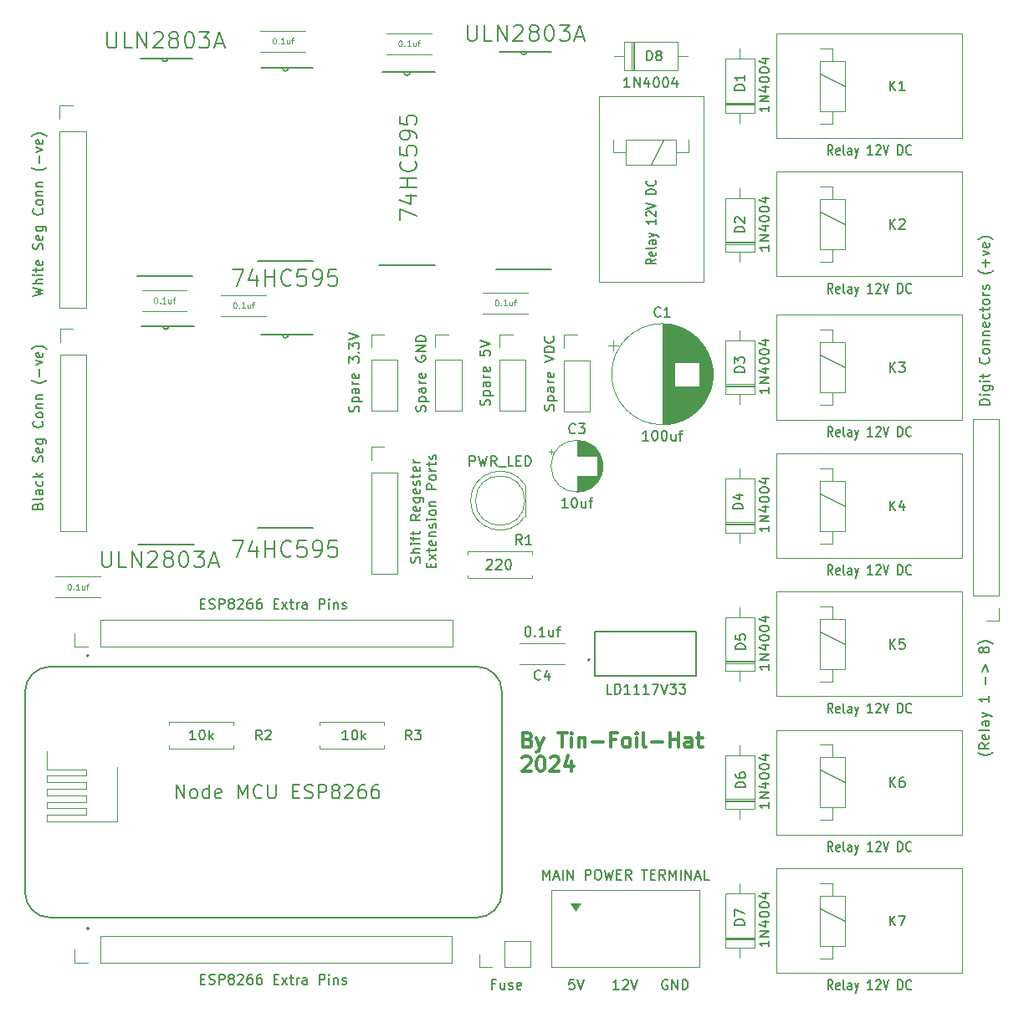
<source format=gbr>
%TF.GenerationSoftware,KiCad,Pcbnew,8.0.3*%
%TF.CreationDate,2024-07-07T19:39:02+08:00*%
%TF.ProjectId,V2.2 Mechanical Seven Segment Controller,56322e32-204d-4656-9368-616e6963616c,4*%
%TF.SameCoordinates,Original*%
%TF.FileFunction,Legend,Top*%
%TF.FilePolarity,Positive*%
%FSLAX46Y46*%
G04 Gerber Fmt 4.6, Leading zero omitted, Abs format (unit mm)*
G04 Created by KiCad (PCBNEW 8.0.3) date 2024-07-07 19:39:02*
%MOMM*%
%LPD*%
G01*
G04 APERTURE LIST*
%ADD10C,0.150000*%
%ADD11C,0.100000*%
%ADD12C,0.300000*%
%ADD13C,0.120000*%
%ADD14C,0.152400*%
%ADD15C,0.127000*%
%ADD16C,0.200000*%
G04 APERTURE END LIST*
D10*
X135954819Y-49542857D02*
X135954819Y-50114285D01*
X135954819Y-49828571D02*
X134954819Y-49828571D01*
X134954819Y-49828571D02*
X135097676Y-49923809D01*
X135097676Y-49923809D02*
X135192914Y-50019047D01*
X135192914Y-50019047D02*
X135240533Y-50114285D01*
X135954819Y-49114285D02*
X134954819Y-49114285D01*
X134954819Y-49114285D02*
X135954819Y-48542857D01*
X135954819Y-48542857D02*
X134954819Y-48542857D01*
X135288152Y-47638095D02*
X135954819Y-47638095D01*
X134907200Y-47876190D02*
X135621485Y-48114285D01*
X135621485Y-48114285D02*
X135621485Y-47495238D01*
X134954819Y-46923809D02*
X134954819Y-46828571D01*
X134954819Y-46828571D02*
X135002438Y-46733333D01*
X135002438Y-46733333D02*
X135050057Y-46685714D01*
X135050057Y-46685714D02*
X135145295Y-46638095D01*
X135145295Y-46638095D02*
X135335771Y-46590476D01*
X135335771Y-46590476D02*
X135573866Y-46590476D01*
X135573866Y-46590476D02*
X135764342Y-46638095D01*
X135764342Y-46638095D02*
X135859580Y-46685714D01*
X135859580Y-46685714D02*
X135907200Y-46733333D01*
X135907200Y-46733333D02*
X135954819Y-46828571D01*
X135954819Y-46828571D02*
X135954819Y-46923809D01*
X135954819Y-46923809D02*
X135907200Y-47019047D01*
X135907200Y-47019047D02*
X135859580Y-47066666D01*
X135859580Y-47066666D02*
X135764342Y-47114285D01*
X135764342Y-47114285D02*
X135573866Y-47161904D01*
X135573866Y-47161904D02*
X135335771Y-47161904D01*
X135335771Y-47161904D02*
X135145295Y-47114285D01*
X135145295Y-47114285D02*
X135050057Y-47066666D01*
X135050057Y-47066666D02*
X135002438Y-47019047D01*
X135002438Y-47019047D02*
X134954819Y-46923809D01*
X134954819Y-45971428D02*
X134954819Y-45876190D01*
X134954819Y-45876190D02*
X135002438Y-45780952D01*
X135002438Y-45780952D02*
X135050057Y-45733333D01*
X135050057Y-45733333D02*
X135145295Y-45685714D01*
X135145295Y-45685714D02*
X135335771Y-45638095D01*
X135335771Y-45638095D02*
X135573866Y-45638095D01*
X135573866Y-45638095D02*
X135764342Y-45685714D01*
X135764342Y-45685714D02*
X135859580Y-45733333D01*
X135859580Y-45733333D02*
X135907200Y-45780952D01*
X135907200Y-45780952D02*
X135954819Y-45876190D01*
X135954819Y-45876190D02*
X135954819Y-45971428D01*
X135954819Y-45971428D02*
X135907200Y-46066666D01*
X135907200Y-46066666D02*
X135859580Y-46114285D01*
X135859580Y-46114285D02*
X135764342Y-46161904D01*
X135764342Y-46161904D02*
X135573866Y-46209523D01*
X135573866Y-46209523D02*
X135335771Y-46209523D01*
X135335771Y-46209523D02*
X135145295Y-46161904D01*
X135145295Y-46161904D02*
X135050057Y-46114285D01*
X135050057Y-46114285D02*
X135002438Y-46066666D01*
X135002438Y-46066666D02*
X134954819Y-45971428D01*
X135288152Y-44780952D02*
X135954819Y-44780952D01*
X134907200Y-45019047D02*
X135621485Y-45257142D01*
X135621485Y-45257142D02*
X135621485Y-44638095D01*
X120760588Y-138969819D02*
X120189160Y-138969819D01*
X120474874Y-138969819D02*
X120474874Y-137969819D01*
X120474874Y-137969819D02*
X120379636Y-138112676D01*
X120379636Y-138112676D02*
X120284398Y-138207914D01*
X120284398Y-138207914D02*
X120189160Y-138255533D01*
X121141541Y-138065057D02*
X121189160Y-138017438D01*
X121189160Y-138017438D02*
X121284398Y-137969819D01*
X121284398Y-137969819D02*
X121522493Y-137969819D01*
X121522493Y-137969819D02*
X121617731Y-138017438D01*
X121617731Y-138017438D02*
X121665350Y-138065057D01*
X121665350Y-138065057D02*
X121712969Y-138160295D01*
X121712969Y-138160295D02*
X121712969Y-138255533D01*
X121712969Y-138255533D02*
X121665350Y-138398390D01*
X121665350Y-138398390D02*
X121093922Y-138969819D01*
X121093922Y-138969819D02*
X121712969Y-138969819D01*
X121998684Y-137969819D02*
X122332017Y-138969819D01*
X122332017Y-138969819D02*
X122665350Y-137969819D01*
X135954819Y-63622857D02*
X135954819Y-64194285D01*
X135954819Y-63908571D02*
X134954819Y-63908571D01*
X134954819Y-63908571D02*
X135097676Y-64003809D01*
X135097676Y-64003809D02*
X135192914Y-64099047D01*
X135192914Y-64099047D02*
X135240533Y-64194285D01*
X135954819Y-63194285D02*
X134954819Y-63194285D01*
X134954819Y-63194285D02*
X135954819Y-62622857D01*
X135954819Y-62622857D02*
X134954819Y-62622857D01*
X135288152Y-61718095D02*
X135954819Y-61718095D01*
X134907200Y-61956190D02*
X135621485Y-62194285D01*
X135621485Y-62194285D02*
X135621485Y-61575238D01*
X134954819Y-61003809D02*
X134954819Y-60908571D01*
X134954819Y-60908571D02*
X135002438Y-60813333D01*
X135002438Y-60813333D02*
X135050057Y-60765714D01*
X135050057Y-60765714D02*
X135145295Y-60718095D01*
X135145295Y-60718095D02*
X135335771Y-60670476D01*
X135335771Y-60670476D02*
X135573866Y-60670476D01*
X135573866Y-60670476D02*
X135764342Y-60718095D01*
X135764342Y-60718095D02*
X135859580Y-60765714D01*
X135859580Y-60765714D02*
X135907200Y-60813333D01*
X135907200Y-60813333D02*
X135954819Y-60908571D01*
X135954819Y-60908571D02*
X135954819Y-61003809D01*
X135954819Y-61003809D02*
X135907200Y-61099047D01*
X135907200Y-61099047D02*
X135859580Y-61146666D01*
X135859580Y-61146666D02*
X135764342Y-61194285D01*
X135764342Y-61194285D02*
X135573866Y-61241904D01*
X135573866Y-61241904D02*
X135335771Y-61241904D01*
X135335771Y-61241904D02*
X135145295Y-61194285D01*
X135145295Y-61194285D02*
X135050057Y-61146666D01*
X135050057Y-61146666D02*
X135002438Y-61099047D01*
X135002438Y-61099047D02*
X134954819Y-61003809D01*
X134954819Y-60051428D02*
X134954819Y-59956190D01*
X134954819Y-59956190D02*
X135002438Y-59860952D01*
X135002438Y-59860952D02*
X135050057Y-59813333D01*
X135050057Y-59813333D02*
X135145295Y-59765714D01*
X135145295Y-59765714D02*
X135335771Y-59718095D01*
X135335771Y-59718095D02*
X135573866Y-59718095D01*
X135573866Y-59718095D02*
X135764342Y-59765714D01*
X135764342Y-59765714D02*
X135859580Y-59813333D01*
X135859580Y-59813333D02*
X135907200Y-59860952D01*
X135907200Y-59860952D02*
X135954819Y-59956190D01*
X135954819Y-59956190D02*
X135954819Y-60051428D01*
X135954819Y-60051428D02*
X135907200Y-60146666D01*
X135907200Y-60146666D02*
X135859580Y-60194285D01*
X135859580Y-60194285D02*
X135764342Y-60241904D01*
X135764342Y-60241904D02*
X135573866Y-60289523D01*
X135573866Y-60289523D02*
X135335771Y-60289523D01*
X135335771Y-60289523D02*
X135145295Y-60241904D01*
X135145295Y-60241904D02*
X135050057Y-60194285D01*
X135050057Y-60194285D02*
X135002438Y-60146666D01*
X135002438Y-60146666D02*
X134954819Y-60051428D01*
X135288152Y-58860952D02*
X135954819Y-58860952D01*
X134907200Y-59099047D02*
X135621485Y-59337142D01*
X135621485Y-59337142D02*
X135621485Y-58718095D01*
D11*
X85849999Y-42672371D02*
X85907142Y-42672371D01*
X85907142Y-42672371D02*
X85964285Y-42700942D01*
X85964285Y-42700942D02*
X85992857Y-42729514D01*
X85992857Y-42729514D02*
X86021428Y-42786657D01*
X86021428Y-42786657D02*
X86049999Y-42900942D01*
X86049999Y-42900942D02*
X86049999Y-43043800D01*
X86049999Y-43043800D02*
X86021428Y-43158085D01*
X86021428Y-43158085D02*
X85992857Y-43215228D01*
X85992857Y-43215228D02*
X85964285Y-43243800D01*
X85964285Y-43243800D02*
X85907142Y-43272371D01*
X85907142Y-43272371D02*
X85849999Y-43272371D01*
X85849999Y-43272371D02*
X85792857Y-43243800D01*
X85792857Y-43243800D02*
X85764285Y-43215228D01*
X85764285Y-43215228D02*
X85735714Y-43158085D01*
X85735714Y-43158085D02*
X85707142Y-43043800D01*
X85707142Y-43043800D02*
X85707142Y-42900942D01*
X85707142Y-42900942D02*
X85735714Y-42786657D01*
X85735714Y-42786657D02*
X85764285Y-42729514D01*
X85764285Y-42729514D02*
X85792857Y-42700942D01*
X85792857Y-42700942D02*
X85849999Y-42672371D01*
X86307143Y-43215228D02*
X86335714Y-43243800D01*
X86335714Y-43243800D02*
X86307143Y-43272371D01*
X86307143Y-43272371D02*
X86278571Y-43243800D01*
X86278571Y-43243800D02*
X86307143Y-43215228D01*
X86307143Y-43215228D02*
X86307143Y-43272371D01*
X86907142Y-43272371D02*
X86564285Y-43272371D01*
X86735714Y-43272371D02*
X86735714Y-42672371D01*
X86735714Y-42672371D02*
X86678571Y-42758085D01*
X86678571Y-42758085D02*
X86621428Y-42815228D01*
X86621428Y-42815228D02*
X86564285Y-42843800D01*
X87421429Y-42872371D02*
X87421429Y-43272371D01*
X87164286Y-42872371D02*
X87164286Y-43186657D01*
X87164286Y-43186657D02*
X87192857Y-43243800D01*
X87192857Y-43243800D02*
X87250000Y-43272371D01*
X87250000Y-43272371D02*
X87335714Y-43272371D01*
X87335714Y-43272371D02*
X87392857Y-43243800D01*
X87392857Y-43243800D02*
X87421429Y-43215228D01*
X87621428Y-42872371D02*
X87850000Y-42872371D01*
X87707143Y-43272371D02*
X87707143Y-42758085D01*
X87707143Y-42758085D02*
X87735714Y-42700942D01*
X87735714Y-42700942D02*
X87792857Y-42672371D01*
X87792857Y-42672371D02*
X87850000Y-42672371D01*
D10*
X135954819Y-120042857D02*
X135954819Y-120614285D01*
X135954819Y-120328571D02*
X134954819Y-120328571D01*
X134954819Y-120328571D02*
X135097676Y-120423809D01*
X135097676Y-120423809D02*
X135192914Y-120519047D01*
X135192914Y-120519047D02*
X135240533Y-120614285D01*
X135954819Y-119614285D02*
X134954819Y-119614285D01*
X134954819Y-119614285D02*
X135954819Y-119042857D01*
X135954819Y-119042857D02*
X134954819Y-119042857D01*
X135288152Y-118138095D02*
X135954819Y-118138095D01*
X134907200Y-118376190D02*
X135621485Y-118614285D01*
X135621485Y-118614285D02*
X135621485Y-117995238D01*
X134954819Y-117423809D02*
X134954819Y-117328571D01*
X134954819Y-117328571D02*
X135002438Y-117233333D01*
X135002438Y-117233333D02*
X135050057Y-117185714D01*
X135050057Y-117185714D02*
X135145295Y-117138095D01*
X135145295Y-117138095D02*
X135335771Y-117090476D01*
X135335771Y-117090476D02*
X135573866Y-117090476D01*
X135573866Y-117090476D02*
X135764342Y-117138095D01*
X135764342Y-117138095D02*
X135859580Y-117185714D01*
X135859580Y-117185714D02*
X135907200Y-117233333D01*
X135907200Y-117233333D02*
X135954819Y-117328571D01*
X135954819Y-117328571D02*
X135954819Y-117423809D01*
X135954819Y-117423809D02*
X135907200Y-117519047D01*
X135907200Y-117519047D02*
X135859580Y-117566666D01*
X135859580Y-117566666D02*
X135764342Y-117614285D01*
X135764342Y-117614285D02*
X135573866Y-117661904D01*
X135573866Y-117661904D02*
X135335771Y-117661904D01*
X135335771Y-117661904D02*
X135145295Y-117614285D01*
X135145295Y-117614285D02*
X135050057Y-117566666D01*
X135050057Y-117566666D02*
X135002438Y-117519047D01*
X135002438Y-117519047D02*
X134954819Y-117423809D01*
X134954819Y-116471428D02*
X134954819Y-116376190D01*
X134954819Y-116376190D02*
X135002438Y-116280952D01*
X135002438Y-116280952D02*
X135050057Y-116233333D01*
X135050057Y-116233333D02*
X135145295Y-116185714D01*
X135145295Y-116185714D02*
X135335771Y-116138095D01*
X135335771Y-116138095D02*
X135573866Y-116138095D01*
X135573866Y-116138095D02*
X135764342Y-116185714D01*
X135764342Y-116185714D02*
X135859580Y-116233333D01*
X135859580Y-116233333D02*
X135907200Y-116280952D01*
X135907200Y-116280952D02*
X135954819Y-116376190D01*
X135954819Y-116376190D02*
X135954819Y-116471428D01*
X135954819Y-116471428D02*
X135907200Y-116566666D01*
X135907200Y-116566666D02*
X135859580Y-116614285D01*
X135859580Y-116614285D02*
X135764342Y-116661904D01*
X135764342Y-116661904D02*
X135573866Y-116709523D01*
X135573866Y-116709523D02*
X135335771Y-116709523D01*
X135335771Y-116709523D02*
X135145295Y-116661904D01*
X135145295Y-116661904D02*
X135050057Y-116614285D01*
X135050057Y-116614285D02*
X135002438Y-116566666D01*
X135002438Y-116566666D02*
X134954819Y-116471428D01*
X135288152Y-115280952D02*
X135954819Y-115280952D01*
X134907200Y-115519047D02*
X135621485Y-115757142D01*
X135621485Y-115757142D02*
X135621485Y-115138095D01*
X100602228Y-95766667D02*
X100649847Y-95623810D01*
X100649847Y-95623810D02*
X100649847Y-95385715D01*
X100649847Y-95385715D02*
X100602228Y-95290477D01*
X100602228Y-95290477D02*
X100554608Y-95242858D01*
X100554608Y-95242858D02*
X100459370Y-95195239D01*
X100459370Y-95195239D02*
X100364132Y-95195239D01*
X100364132Y-95195239D02*
X100268894Y-95242858D01*
X100268894Y-95242858D02*
X100221275Y-95290477D01*
X100221275Y-95290477D02*
X100173656Y-95385715D01*
X100173656Y-95385715D02*
X100126037Y-95576191D01*
X100126037Y-95576191D02*
X100078418Y-95671429D01*
X100078418Y-95671429D02*
X100030799Y-95719048D01*
X100030799Y-95719048D02*
X99935561Y-95766667D01*
X99935561Y-95766667D02*
X99840323Y-95766667D01*
X99840323Y-95766667D02*
X99745085Y-95719048D01*
X99745085Y-95719048D02*
X99697466Y-95671429D01*
X99697466Y-95671429D02*
X99649847Y-95576191D01*
X99649847Y-95576191D02*
X99649847Y-95338096D01*
X99649847Y-95338096D02*
X99697466Y-95195239D01*
X100649847Y-94766667D02*
X99649847Y-94766667D01*
X100649847Y-94338096D02*
X100126037Y-94338096D01*
X100126037Y-94338096D02*
X100030799Y-94385715D01*
X100030799Y-94385715D02*
X99983180Y-94480953D01*
X99983180Y-94480953D02*
X99983180Y-94623810D01*
X99983180Y-94623810D02*
X100030799Y-94719048D01*
X100030799Y-94719048D02*
X100078418Y-94766667D01*
X100649847Y-93861905D02*
X99983180Y-93861905D01*
X99649847Y-93861905D02*
X99697466Y-93909524D01*
X99697466Y-93909524D02*
X99745085Y-93861905D01*
X99745085Y-93861905D02*
X99697466Y-93814286D01*
X99697466Y-93814286D02*
X99649847Y-93861905D01*
X99649847Y-93861905D02*
X99745085Y-93861905D01*
X99983180Y-93528572D02*
X99983180Y-93147620D01*
X100649847Y-93385715D02*
X99792704Y-93385715D01*
X99792704Y-93385715D02*
X99697466Y-93338096D01*
X99697466Y-93338096D02*
X99649847Y-93242858D01*
X99649847Y-93242858D02*
X99649847Y-93147620D01*
X99983180Y-92957143D02*
X99983180Y-92576191D01*
X99649847Y-92814286D02*
X100506989Y-92814286D01*
X100506989Y-92814286D02*
X100602228Y-92766667D01*
X100602228Y-92766667D02*
X100649847Y-92671429D01*
X100649847Y-92671429D02*
X100649847Y-92576191D01*
X100649847Y-90909524D02*
X100173656Y-91242857D01*
X100649847Y-91480952D02*
X99649847Y-91480952D01*
X99649847Y-91480952D02*
X99649847Y-91100000D01*
X99649847Y-91100000D02*
X99697466Y-91004762D01*
X99697466Y-91004762D02*
X99745085Y-90957143D01*
X99745085Y-90957143D02*
X99840323Y-90909524D01*
X99840323Y-90909524D02*
X99983180Y-90909524D01*
X99983180Y-90909524D02*
X100078418Y-90957143D01*
X100078418Y-90957143D02*
X100126037Y-91004762D01*
X100126037Y-91004762D02*
X100173656Y-91100000D01*
X100173656Y-91100000D02*
X100173656Y-91480952D01*
X100602228Y-90100000D02*
X100649847Y-90195238D01*
X100649847Y-90195238D02*
X100649847Y-90385714D01*
X100649847Y-90385714D02*
X100602228Y-90480952D01*
X100602228Y-90480952D02*
X100506989Y-90528571D01*
X100506989Y-90528571D02*
X100126037Y-90528571D01*
X100126037Y-90528571D02*
X100030799Y-90480952D01*
X100030799Y-90480952D02*
X99983180Y-90385714D01*
X99983180Y-90385714D02*
X99983180Y-90195238D01*
X99983180Y-90195238D02*
X100030799Y-90100000D01*
X100030799Y-90100000D02*
X100126037Y-90052381D01*
X100126037Y-90052381D02*
X100221275Y-90052381D01*
X100221275Y-90052381D02*
X100316513Y-90528571D01*
X99983180Y-89195238D02*
X100792704Y-89195238D01*
X100792704Y-89195238D02*
X100887942Y-89242857D01*
X100887942Y-89242857D02*
X100935561Y-89290476D01*
X100935561Y-89290476D02*
X100983180Y-89385714D01*
X100983180Y-89385714D02*
X100983180Y-89528571D01*
X100983180Y-89528571D02*
X100935561Y-89623809D01*
X100602228Y-89195238D02*
X100649847Y-89290476D01*
X100649847Y-89290476D02*
X100649847Y-89480952D01*
X100649847Y-89480952D02*
X100602228Y-89576190D01*
X100602228Y-89576190D02*
X100554608Y-89623809D01*
X100554608Y-89623809D02*
X100459370Y-89671428D01*
X100459370Y-89671428D02*
X100173656Y-89671428D01*
X100173656Y-89671428D02*
X100078418Y-89623809D01*
X100078418Y-89623809D02*
X100030799Y-89576190D01*
X100030799Y-89576190D02*
X99983180Y-89480952D01*
X99983180Y-89480952D02*
X99983180Y-89290476D01*
X99983180Y-89290476D02*
X100030799Y-89195238D01*
X100602228Y-88338095D02*
X100649847Y-88433333D01*
X100649847Y-88433333D02*
X100649847Y-88623809D01*
X100649847Y-88623809D02*
X100602228Y-88719047D01*
X100602228Y-88719047D02*
X100506989Y-88766666D01*
X100506989Y-88766666D02*
X100126037Y-88766666D01*
X100126037Y-88766666D02*
X100030799Y-88719047D01*
X100030799Y-88719047D02*
X99983180Y-88623809D01*
X99983180Y-88623809D02*
X99983180Y-88433333D01*
X99983180Y-88433333D02*
X100030799Y-88338095D01*
X100030799Y-88338095D02*
X100126037Y-88290476D01*
X100126037Y-88290476D02*
X100221275Y-88290476D01*
X100221275Y-88290476D02*
X100316513Y-88766666D01*
X100602228Y-87909523D02*
X100649847Y-87814285D01*
X100649847Y-87814285D02*
X100649847Y-87623809D01*
X100649847Y-87623809D02*
X100602228Y-87528571D01*
X100602228Y-87528571D02*
X100506989Y-87480952D01*
X100506989Y-87480952D02*
X100459370Y-87480952D01*
X100459370Y-87480952D02*
X100364132Y-87528571D01*
X100364132Y-87528571D02*
X100316513Y-87623809D01*
X100316513Y-87623809D02*
X100316513Y-87766666D01*
X100316513Y-87766666D02*
X100268894Y-87861904D01*
X100268894Y-87861904D02*
X100173656Y-87909523D01*
X100173656Y-87909523D02*
X100126037Y-87909523D01*
X100126037Y-87909523D02*
X100030799Y-87861904D01*
X100030799Y-87861904D02*
X99983180Y-87766666D01*
X99983180Y-87766666D02*
X99983180Y-87623809D01*
X99983180Y-87623809D02*
X100030799Y-87528571D01*
X99983180Y-87195237D02*
X99983180Y-86814285D01*
X99649847Y-87052380D02*
X100506989Y-87052380D01*
X100506989Y-87052380D02*
X100602228Y-87004761D01*
X100602228Y-87004761D02*
X100649847Y-86909523D01*
X100649847Y-86909523D02*
X100649847Y-86814285D01*
X100602228Y-86099999D02*
X100649847Y-86195237D01*
X100649847Y-86195237D02*
X100649847Y-86385713D01*
X100649847Y-86385713D02*
X100602228Y-86480951D01*
X100602228Y-86480951D02*
X100506989Y-86528570D01*
X100506989Y-86528570D02*
X100126037Y-86528570D01*
X100126037Y-86528570D02*
X100030799Y-86480951D01*
X100030799Y-86480951D02*
X99983180Y-86385713D01*
X99983180Y-86385713D02*
X99983180Y-86195237D01*
X99983180Y-86195237D02*
X100030799Y-86099999D01*
X100030799Y-86099999D02*
X100126037Y-86052380D01*
X100126037Y-86052380D02*
X100221275Y-86052380D01*
X100221275Y-86052380D02*
X100316513Y-86528570D01*
X100649847Y-85623808D02*
X99983180Y-85623808D01*
X100173656Y-85623808D02*
X100078418Y-85576189D01*
X100078418Y-85576189D02*
X100030799Y-85528570D01*
X100030799Y-85528570D02*
X99983180Y-85433332D01*
X99983180Y-85433332D02*
X99983180Y-85338094D01*
X101735981Y-96266667D02*
X101735981Y-95933334D01*
X102259791Y-95790477D02*
X102259791Y-96266667D01*
X102259791Y-96266667D02*
X101259791Y-96266667D01*
X101259791Y-96266667D02*
X101259791Y-95790477D01*
X102259791Y-95457143D02*
X101593124Y-94933334D01*
X101593124Y-95457143D02*
X102259791Y-94933334D01*
X101593124Y-94695238D02*
X101593124Y-94314286D01*
X101259791Y-94552381D02*
X102116933Y-94552381D01*
X102116933Y-94552381D02*
X102212172Y-94504762D01*
X102212172Y-94504762D02*
X102259791Y-94409524D01*
X102259791Y-94409524D02*
X102259791Y-94314286D01*
X102212172Y-93600000D02*
X102259791Y-93695238D01*
X102259791Y-93695238D02*
X102259791Y-93885714D01*
X102259791Y-93885714D02*
X102212172Y-93980952D01*
X102212172Y-93980952D02*
X102116933Y-94028571D01*
X102116933Y-94028571D02*
X101735981Y-94028571D01*
X101735981Y-94028571D02*
X101640743Y-93980952D01*
X101640743Y-93980952D02*
X101593124Y-93885714D01*
X101593124Y-93885714D02*
X101593124Y-93695238D01*
X101593124Y-93695238D02*
X101640743Y-93600000D01*
X101640743Y-93600000D02*
X101735981Y-93552381D01*
X101735981Y-93552381D02*
X101831219Y-93552381D01*
X101831219Y-93552381D02*
X101926457Y-94028571D01*
X101593124Y-93123809D02*
X102259791Y-93123809D01*
X101688362Y-93123809D02*
X101640743Y-93076190D01*
X101640743Y-93076190D02*
X101593124Y-92980952D01*
X101593124Y-92980952D02*
X101593124Y-92838095D01*
X101593124Y-92838095D02*
X101640743Y-92742857D01*
X101640743Y-92742857D02*
X101735981Y-92695238D01*
X101735981Y-92695238D02*
X102259791Y-92695238D01*
X102212172Y-92266666D02*
X102259791Y-92171428D01*
X102259791Y-92171428D02*
X102259791Y-91980952D01*
X102259791Y-91980952D02*
X102212172Y-91885714D01*
X102212172Y-91885714D02*
X102116933Y-91838095D01*
X102116933Y-91838095D02*
X102069314Y-91838095D01*
X102069314Y-91838095D02*
X101974076Y-91885714D01*
X101974076Y-91885714D02*
X101926457Y-91980952D01*
X101926457Y-91980952D02*
X101926457Y-92123809D01*
X101926457Y-92123809D02*
X101878838Y-92219047D01*
X101878838Y-92219047D02*
X101783600Y-92266666D01*
X101783600Y-92266666D02*
X101735981Y-92266666D01*
X101735981Y-92266666D02*
X101640743Y-92219047D01*
X101640743Y-92219047D02*
X101593124Y-92123809D01*
X101593124Y-92123809D02*
X101593124Y-91980952D01*
X101593124Y-91980952D02*
X101640743Y-91885714D01*
X102259791Y-91409523D02*
X101593124Y-91409523D01*
X101259791Y-91409523D02*
X101307410Y-91457142D01*
X101307410Y-91457142D02*
X101355029Y-91409523D01*
X101355029Y-91409523D02*
X101307410Y-91361904D01*
X101307410Y-91361904D02*
X101259791Y-91409523D01*
X101259791Y-91409523D02*
X101355029Y-91409523D01*
X102259791Y-90790476D02*
X102212172Y-90885714D01*
X102212172Y-90885714D02*
X102164552Y-90933333D01*
X102164552Y-90933333D02*
X102069314Y-90980952D01*
X102069314Y-90980952D02*
X101783600Y-90980952D01*
X101783600Y-90980952D02*
X101688362Y-90933333D01*
X101688362Y-90933333D02*
X101640743Y-90885714D01*
X101640743Y-90885714D02*
X101593124Y-90790476D01*
X101593124Y-90790476D02*
X101593124Y-90647619D01*
X101593124Y-90647619D02*
X101640743Y-90552381D01*
X101640743Y-90552381D02*
X101688362Y-90504762D01*
X101688362Y-90504762D02*
X101783600Y-90457143D01*
X101783600Y-90457143D02*
X102069314Y-90457143D01*
X102069314Y-90457143D02*
X102164552Y-90504762D01*
X102164552Y-90504762D02*
X102212172Y-90552381D01*
X102212172Y-90552381D02*
X102259791Y-90647619D01*
X102259791Y-90647619D02*
X102259791Y-90790476D01*
X101593124Y-90028571D02*
X102259791Y-90028571D01*
X101688362Y-90028571D02*
X101640743Y-89980952D01*
X101640743Y-89980952D02*
X101593124Y-89885714D01*
X101593124Y-89885714D02*
X101593124Y-89742857D01*
X101593124Y-89742857D02*
X101640743Y-89647619D01*
X101640743Y-89647619D02*
X101735981Y-89600000D01*
X101735981Y-89600000D02*
X102259791Y-89600000D01*
X102259791Y-88361904D02*
X101259791Y-88361904D01*
X101259791Y-88361904D02*
X101259791Y-87980952D01*
X101259791Y-87980952D02*
X101307410Y-87885714D01*
X101307410Y-87885714D02*
X101355029Y-87838095D01*
X101355029Y-87838095D02*
X101450267Y-87790476D01*
X101450267Y-87790476D02*
X101593124Y-87790476D01*
X101593124Y-87790476D02*
X101688362Y-87838095D01*
X101688362Y-87838095D02*
X101735981Y-87885714D01*
X101735981Y-87885714D02*
X101783600Y-87980952D01*
X101783600Y-87980952D02*
X101783600Y-88361904D01*
X102259791Y-87219047D02*
X102212172Y-87314285D01*
X102212172Y-87314285D02*
X102164552Y-87361904D01*
X102164552Y-87361904D02*
X102069314Y-87409523D01*
X102069314Y-87409523D02*
X101783600Y-87409523D01*
X101783600Y-87409523D02*
X101688362Y-87361904D01*
X101688362Y-87361904D02*
X101640743Y-87314285D01*
X101640743Y-87314285D02*
X101593124Y-87219047D01*
X101593124Y-87219047D02*
X101593124Y-87076190D01*
X101593124Y-87076190D02*
X101640743Y-86980952D01*
X101640743Y-86980952D02*
X101688362Y-86933333D01*
X101688362Y-86933333D02*
X101783600Y-86885714D01*
X101783600Y-86885714D02*
X102069314Y-86885714D01*
X102069314Y-86885714D02*
X102164552Y-86933333D01*
X102164552Y-86933333D02*
X102212172Y-86980952D01*
X102212172Y-86980952D02*
X102259791Y-87076190D01*
X102259791Y-87076190D02*
X102259791Y-87219047D01*
X102259791Y-86457142D02*
X101593124Y-86457142D01*
X101783600Y-86457142D02*
X101688362Y-86409523D01*
X101688362Y-86409523D02*
X101640743Y-86361904D01*
X101640743Y-86361904D02*
X101593124Y-86266666D01*
X101593124Y-86266666D02*
X101593124Y-86171428D01*
X101593124Y-85980951D02*
X101593124Y-85599999D01*
X101259791Y-85838094D02*
X102116933Y-85838094D01*
X102116933Y-85838094D02*
X102212172Y-85790475D01*
X102212172Y-85790475D02*
X102259791Y-85695237D01*
X102259791Y-85695237D02*
X102259791Y-85599999D01*
X102212172Y-85314284D02*
X102259791Y-85219046D01*
X102259791Y-85219046D02*
X102259791Y-85028570D01*
X102259791Y-85028570D02*
X102212172Y-84933332D01*
X102212172Y-84933332D02*
X102116933Y-84885713D01*
X102116933Y-84885713D02*
X102069314Y-84885713D01*
X102069314Y-84885713D02*
X101974076Y-84933332D01*
X101974076Y-84933332D02*
X101926457Y-85028570D01*
X101926457Y-85028570D02*
X101926457Y-85171427D01*
X101926457Y-85171427D02*
X101878838Y-85266665D01*
X101878838Y-85266665D02*
X101783600Y-85314284D01*
X101783600Y-85314284D02*
X101735981Y-85314284D01*
X101735981Y-85314284D02*
X101640743Y-85266665D01*
X101640743Y-85266665D02*
X101593124Y-85171427D01*
X101593124Y-85171427D02*
X101593124Y-85028570D01*
X101593124Y-85028570D02*
X101640743Y-84933332D01*
X158585771Y-115000000D02*
X158538152Y-115047619D01*
X158538152Y-115047619D02*
X158395295Y-115142857D01*
X158395295Y-115142857D02*
X158300057Y-115190476D01*
X158300057Y-115190476D02*
X158157200Y-115238095D01*
X158157200Y-115238095D02*
X157919104Y-115285714D01*
X157919104Y-115285714D02*
X157728628Y-115285714D01*
X157728628Y-115285714D02*
X157490533Y-115238095D01*
X157490533Y-115238095D02*
X157347676Y-115190476D01*
X157347676Y-115190476D02*
X157252438Y-115142857D01*
X157252438Y-115142857D02*
X157109580Y-115047619D01*
X157109580Y-115047619D02*
X157061961Y-115000000D01*
X158204819Y-114047619D02*
X157728628Y-114380952D01*
X158204819Y-114619047D02*
X157204819Y-114619047D01*
X157204819Y-114619047D02*
X157204819Y-114238095D01*
X157204819Y-114238095D02*
X157252438Y-114142857D01*
X157252438Y-114142857D02*
X157300057Y-114095238D01*
X157300057Y-114095238D02*
X157395295Y-114047619D01*
X157395295Y-114047619D02*
X157538152Y-114047619D01*
X157538152Y-114047619D02*
X157633390Y-114095238D01*
X157633390Y-114095238D02*
X157681009Y-114142857D01*
X157681009Y-114142857D02*
X157728628Y-114238095D01*
X157728628Y-114238095D02*
X157728628Y-114619047D01*
X158157200Y-113238095D02*
X158204819Y-113333333D01*
X158204819Y-113333333D02*
X158204819Y-113523809D01*
X158204819Y-113523809D02*
X158157200Y-113619047D01*
X158157200Y-113619047D02*
X158061961Y-113666666D01*
X158061961Y-113666666D02*
X157681009Y-113666666D01*
X157681009Y-113666666D02*
X157585771Y-113619047D01*
X157585771Y-113619047D02*
X157538152Y-113523809D01*
X157538152Y-113523809D02*
X157538152Y-113333333D01*
X157538152Y-113333333D02*
X157585771Y-113238095D01*
X157585771Y-113238095D02*
X157681009Y-113190476D01*
X157681009Y-113190476D02*
X157776247Y-113190476D01*
X157776247Y-113190476D02*
X157871485Y-113666666D01*
X158204819Y-112619047D02*
X158157200Y-112714285D01*
X158157200Y-112714285D02*
X158061961Y-112761904D01*
X158061961Y-112761904D02*
X157204819Y-112761904D01*
X158204819Y-111809523D02*
X157681009Y-111809523D01*
X157681009Y-111809523D02*
X157585771Y-111857142D01*
X157585771Y-111857142D02*
X157538152Y-111952380D01*
X157538152Y-111952380D02*
X157538152Y-112142856D01*
X157538152Y-112142856D02*
X157585771Y-112238094D01*
X158157200Y-111809523D02*
X158204819Y-111904761D01*
X158204819Y-111904761D02*
X158204819Y-112142856D01*
X158204819Y-112142856D02*
X158157200Y-112238094D01*
X158157200Y-112238094D02*
X158061961Y-112285713D01*
X158061961Y-112285713D02*
X157966723Y-112285713D01*
X157966723Y-112285713D02*
X157871485Y-112238094D01*
X157871485Y-112238094D02*
X157823866Y-112142856D01*
X157823866Y-112142856D02*
X157823866Y-111904761D01*
X157823866Y-111904761D02*
X157776247Y-111809523D01*
X157538152Y-111428570D02*
X158204819Y-111190475D01*
X157538152Y-110952380D02*
X158204819Y-111190475D01*
X158204819Y-111190475D02*
X158442914Y-111285713D01*
X158442914Y-111285713D02*
X158490533Y-111333332D01*
X158490533Y-111333332D02*
X158538152Y-111428570D01*
X158204819Y-109285713D02*
X158204819Y-109857141D01*
X158204819Y-109571427D02*
X157204819Y-109571427D01*
X157204819Y-109571427D02*
X157347676Y-109666665D01*
X157347676Y-109666665D02*
X157442914Y-109761903D01*
X157442914Y-109761903D02*
X157490533Y-109857141D01*
X157823866Y-108095236D02*
X157823866Y-107333332D01*
X157538152Y-106857141D02*
X157823866Y-106095237D01*
X157823866Y-106095237D02*
X158109580Y-106857141D01*
X157633390Y-104714284D02*
X157585771Y-104809522D01*
X157585771Y-104809522D02*
X157538152Y-104857141D01*
X157538152Y-104857141D02*
X157442914Y-104904760D01*
X157442914Y-104904760D02*
X157395295Y-104904760D01*
X157395295Y-104904760D02*
X157300057Y-104857141D01*
X157300057Y-104857141D02*
X157252438Y-104809522D01*
X157252438Y-104809522D02*
X157204819Y-104714284D01*
X157204819Y-104714284D02*
X157204819Y-104523808D01*
X157204819Y-104523808D02*
X157252438Y-104428570D01*
X157252438Y-104428570D02*
X157300057Y-104380951D01*
X157300057Y-104380951D02*
X157395295Y-104333332D01*
X157395295Y-104333332D02*
X157442914Y-104333332D01*
X157442914Y-104333332D02*
X157538152Y-104380951D01*
X157538152Y-104380951D02*
X157585771Y-104428570D01*
X157585771Y-104428570D02*
X157633390Y-104523808D01*
X157633390Y-104523808D02*
X157633390Y-104714284D01*
X157633390Y-104714284D02*
X157681009Y-104809522D01*
X157681009Y-104809522D02*
X157728628Y-104857141D01*
X157728628Y-104857141D02*
X157823866Y-104904760D01*
X157823866Y-104904760D02*
X158014342Y-104904760D01*
X158014342Y-104904760D02*
X158109580Y-104857141D01*
X158109580Y-104857141D02*
X158157200Y-104809522D01*
X158157200Y-104809522D02*
X158204819Y-104714284D01*
X158204819Y-104714284D02*
X158204819Y-104523808D01*
X158204819Y-104523808D02*
X158157200Y-104428570D01*
X158157200Y-104428570D02*
X158109580Y-104380951D01*
X158109580Y-104380951D02*
X158014342Y-104333332D01*
X158014342Y-104333332D02*
X157823866Y-104333332D01*
X157823866Y-104333332D02*
X157728628Y-104380951D01*
X157728628Y-104380951D02*
X157681009Y-104428570D01*
X157681009Y-104428570D02*
X157633390Y-104523808D01*
X158585771Y-103999998D02*
X158538152Y-103952379D01*
X158538152Y-103952379D02*
X158395295Y-103857141D01*
X158395295Y-103857141D02*
X158300057Y-103809522D01*
X158300057Y-103809522D02*
X158157200Y-103761903D01*
X158157200Y-103761903D02*
X157919104Y-103714284D01*
X157919104Y-103714284D02*
X157728628Y-103714284D01*
X157728628Y-103714284D02*
X157490533Y-103761903D01*
X157490533Y-103761903D02*
X157347676Y-103809522D01*
X157347676Y-103809522D02*
X157252438Y-103857141D01*
X157252438Y-103857141D02*
X157109580Y-103952379D01*
X157109580Y-103952379D02*
X157061961Y-103999998D01*
X135954819Y-134042857D02*
X135954819Y-134614285D01*
X135954819Y-134328571D02*
X134954819Y-134328571D01*
X134954819Y-134328571D02*
X135097676Y-134423809D01*
X135097676Y-134423809D02*
X135192914Y-134519047D01*
X135192914Y-134519047D02*
X135240533Y-134614285D01*
X135954819Y-133614285D02*
X134954819Y-133614285D01*
X134954819Y-133614285D02*
X135954819Y-133042857D01*
X135954819Y-133042857D02*
X134954819Y-133042857D01*
X135288152Y-132138095D02*
X135954819Y-132138095D01*
X134907200Y-132376190D02*
X135621485Y-132614285D01*
X135621485Y-132614285D02*
X135621485Y-131995238D01*
X134954819Y-131423809D02*
X134954819Y-131328571D01*
X134954819Y-131328571D02*
X135002438Y-131233333D01*
X135002438Y-131233333D02*
X135050057Y-131185714D01*
X135050057Y-131185714D02*
X135145295Y-131138095D01*
X135145295Y-131138095D02*
X135335771Y-131090476D01*
X135335771Y-131090476D02*
X135573866Y-131090476D01*
X135573866Y-131090476D02*
X135764342Y-131138095D01*
X135764342Y-131138095D02*
X135859580Y-131185714D01*
X135859580Y-131185714D02*
X135907200Y-131233333D01*
X135907200Y-131233333D02*
X135954819Y-131328571D01*
X135954819Y-131328571D02*
X135954819Y-131423809D01*
X135954819Y-131423809D02*
X135907200Y-131519047D01*
X135907200Y-131519047D02*
X135859580Y-131566666D01*
X135859580Y-131566666D02*
X135764342Y-131614285D01*
X135764342Y-131614285D02*
X135573866Y-131661904D01*
X135573866Y-131661904D02*
X135335771Y-131661904D01*
X135335771Y-131661904D02*
X135145295Y-131614285D01*
X135145295Y-131614285D02*
X135050057Y-131566666D01*
X135050057Y-131566666D02*
X135002438Y-131519047D01*
X135002438Y-131519047D02*
X134954819Y-131423809D01*
X134954819Y-130471428D02*
X134954819Y-130376190D01*
X134954819Y-130376190D02*
X135002438Y-130280952D01*
X135002438Y-130280952D02*
X135050057Y-130233333D01*
X135050057Y-130233333D02*
X135145295Y-130185714D01*
X135145295Y-130185714D02*
X135335771Y-130138095D01*
X135335771Y-130138095D02*
X135573866Y-130138095D01*
X135573866Y-130138095D02*
X135764342Y-130185714D01*
X135764342Y-130185714D02*
X135859580Y-130233333D01*
X135859580Y-130233333D02*
X135907200Y-130280952D01*
X135907200Y-130280952D02*
X135954819Y-130376190D01*
X135954819Y-130376190D02*
X135954819Y-130471428D01*
X135954819Y-130471428D02*
X135907200Y-130566666D01*
X135907200Y-130566666D02*
X135859580Y-130614285D01*
X135859580Y-130614285D02*
X135764342Y-130661904D01*
X135764342Y-130661904D02*
X135573866Y-130709523D01*
X135573866Y-130709523D02*
X135335771Y-130709523D01*
X135335771Y-130709523D02*
X135145295Y-130661904D01*
X135145295Y-130661904D02*
X135050057Y-130614285D01*
X135050057Y-130614285D02*
X135002438Y-130566666D01*
X135002438Y-130566666D02*
X134954819Y-130471428D01*
X135288152Y-129280952D02*
X135954819Y-129280952D01*
X134907200Y-129519047D02*
X135621485Y-129757142D01*
X135621485Y-129757142D02*
X135621485Y-129138095D01*
D11*
X108349999Y-69172371D02*
X108407142Y-69172371D01*
X108407142Y-69172371D02*
X108464285Y-69200942D01*
X108464285Y-69200942D02*
X108492857Y-69229514D01*
X108492857Y-69229514D02*
X108521428Y-69286657D01*
X108521428Y-69286657D02*
X108549999Y-69400942D01*
X108549999Y-69400942D02*
X108549999Y-69543800D01*
X108549999Y-69543800D02*
X108521428Y-69658085D01*
X108521428Y-69658085D02*
X108492857Y-69715228D01*
X108492857Y-69715228D02*
X108464285Y-69743800D01*
X108464285Y-69743800D02*
X108407142Y-69772371D01*
X108407142Y-69772371D02*
X108349999Y-69772371D01*
X108349999Y-69772371D02*
X108292857Y-69743800D01*
X108292857Y-69743800D02*
X108264285Y-69715228D01*
X108264285Y-69715228D02*
X108235714Y-69658085D01*
X108235714Y-69658085D02*
X108207142Y-69543800D01*
X108207142Y-69543800D02*
X108207142Y-69400942D01*
X108207142Y-69400942D02*
X108235714Y-69286657D01*
X108235714Y-69286657D02*
X108264285Y-69229514D01*
X108264285Y-69229514D02*
X108292857Y-69200942D01*
X108292857Y-69200942D02*
X108349999Y-69172371D01*
X108807143Y-69715228D02*
X108835714Y-69743800D01*
X108835714Y-69743800D02*
X108807143Y-69772371D01*
X108807143Y-69772371D02*
X108778571Y-69743800D01*
X108778571Y-69743800D02*
X108807143Y-69715228D01*
X108807143Y-69715228D02*
X108807143Y-69772371D01*
X109407142Y-69772371D02*
X109064285Y-69772371D01*
X109235714Y-69772371D02*
X109235714Y-69172371D01*
X109235714Y-69172371D02*
X109178571Y-69258085D01*
X109178571Y-69258085D02*
X109121428Y-69315228D01*
X109121428Y-69315228D02*
X109064285Y-69343800D01*
X109921429Y-69372371D02*
X109921429Y-69772371D01*
X109664286Y-69372371D02*
X109664286Y-69686657D01*
X109664286Y-69686657D02*
X109692857Y-69743800D01*
X109692857Y-69743800D02*
X109750000Y-69772371D01*
X109750000Y-69772371D02*
X109835714Y-69772371D01*
X109835714Y-69772371D02*
X109892857Y-69743800D01*
X109892857Y-69743800D02*
X109921429Y-69715228D01*
X110121428Y-69372371D02*
X110350000Y-69372371D01*
X110207143Y-69772371D02*
X110207143Y-69258085D01*
X110207143Y-69258085D02*
X110235714Y-69200942D01*
X110235714Y-69200942D02*
X110292857Y-69172371D01*
X110292857Y-69172371D02*
X110350000Y-69172371D01*
D10*
X135954819Y-106042857D02*
X135954819Y-106614285D01*
X135954819Y-106328571D02*
X134954819Y-106328571D01*
X134954819Y-106328571D02*
X135097676Y-106423809D01*
X135097676Y-106423809D02*
X135192914Y-106519047D01*
X135192914Y-106519047D02*
X135240533Y-106614285D01*
X135954819Y-105614285D02*
X134954819Y-105614285D01*
X134954819Y-105614285D02*
X135954819Y-105042857D01*
X135954819Y-105042857D02*
X134954819Y-105042857D01*
X135288152Y-104138095D02*
X135954819Y-104138095D01*
X134907200Y-104376190D02*
X135621485Y-104614285D01*
X135621485Y-104614285D02*
X135621485Y-103995238D01*
X134954819Y-103423809D02*
X134954819Y-103328571D01*
X134954819Y-103328571D02*
X135002438Y-103233333D01*
X135002438Y-103233333D02*
X135050057Y-103185714D01*
X135050057Y-103185714D02*
X135145295Y-103138095D01*
X135145295Y-103138095D02*
X135335771Y-103090476D01*
X135335771Y-103090476D02*
X135573866Y-103090476D01*
X135573866Y-103090476D02*
X135764342Y-103138095D01*
X135764342Y-103138095D02*
X135859580Y-103185714D01*
X135859580Y-103185714D02*
X135907200Y-103233333D01*
X135907200Y-103233333D02*
X135954819Y-103328571D01*
X135954819Y-103328571D02*
X135954819Y-103423809D01*
X135954819Y-103423809D02*
X135907200Y-103519047D01*
X135907200Y-103519047D02*
X135859580Y-103566666D01*
X135859580Y-103566666D02*
X135764342Y-103614285D01*
X135764342Y-103614285D02*
X135573866Y-103661904D01*
X135573866Y-103661904D02*
X135335771Y-103661904D01*
X135335771Y-103661904D02*
X135145295Y-103614285D01*
X135145295Y-103614285D02*
X135050057Y-103566666D01*
X135050057Y-103566666D02*
X135002438Y-103519047D01*
X135002438Y-103519047D02*
X134954819Y-103423809D01*
X134954819Y-102471428D02*
X134954819Y-102376190D01*
X134954819Y-102376190D02*
X135002438Y-102280952D01*
X135002438Y-102280952D02*
X135050057Y-102233333D01*
X135050057Y-102233333D02*
X135145295Y-102185714D01*
X135145295Y-102185714D02*
X135335771Y-102138095D01*
X135335771Y-102138095D02*
X135573866Y-102138095D01*
X135573866Y-102138095D02*
X135764342Y-102185714D01*
X135764342Y-102185714D02*
X135859580Y-102233333D01*
X135859580Y-102233333D02*
X135907200Y-102280952D01*
X135907200Y-102280952D02*
X135954819Y-102376190D01*
X135954819Y-102376190D02*
X135954819Y-102471428D01*
X135954819Y-102471428D02*
X135907200Y-102566666D01*
X135907200Y-102566666D02*
X135859580Y-102614285D01*
X135859580Y-102614285D02*
X135764342Y-102661904D01*
X135764342Y-102661904D02*
X135573866Y-102709523D01*
X135573866Y-102709523D02*
X135335771Y-102709523D01*
X135335771Y-102709523D02*
X135145295Y-102661904D01*
X135145295Y-102661904D02*
X135050057Y-102614285D01*
X135050057Y-102614285D02*
X135002438Y-102566666D01*
X135002438Y-102566666D02*
X134954819Y-102471428D01*
X135288152Y-101280952D02*
X135954819Y-101280952D01*
X134907200Y-101519047D02*
X135621485Y-101757142D01*
X135621485Y-101757142D02*
X135621485Y-101138095D01*
X125660588Y-138017438D02*
X125565350Y-137969819D01*
X125565350Y-137969819D02*
X125422493Y-137969819D01*
X125422493Y-137969819D02*
X125279636Y-138017438D01*
X125279636Y-138017438D02*
X125184398Y-138112676D01*
X125184398Y-138112676D02*
X125136779Y-138207914D01*
X125136779Y-138207914D02*
X125089160Y-138398390D01*
X125089160Y-138398390D02*
X125089160Y-138541247D01*
X125089160Y-138541247D02*
X125136779Y-138731723D01*
X125136779Y-138731723D02*
X125184398Y-138826961D01*
X125184398Y-138826961D02*
X125279636Y-138922200D01*
X125279636Y-138922200D02*
X125422493Y-138969819D01*
X125422493Y-138969819D02*
X125517731Y-138969819D01*
X125517731Y-138969819D02*
X125660588Y-138922200D01*
X125660588Y-138922200D02*
X125708207Y-138874580D01*
X125708207Y-138874580D02*
X125708207Y-138541247D01*
X125708207Y-138541247D02*
X125517731Y-138541247D01*
X126136779Y-138969819D02*
X126136779Y-137969819D01*
X126136779Y-137969819D02*
X126708207Y-138969819D01*
X126708207Y-138969819D02*
X126708207Y-137969819D01*
X127184398Y-138969819D02*
X127184398Y-137969819D01*
X127184398Y-137969819D02*
X127422493Y-137969819D01*
X127422493Y-137969819D02*
X127565350Y-138017438D01*
X127565350Y-138017438D02*
X127660588Y-138112676D01*
X127660588Y-138112676D02*
X127708207Y-138207914D01*
X127708207Y-138207914D02*
X127755826Y-138398390D01*
X127755826Y-138398390D02*
X127755826Y-138541247D01*
X127755826Y-138541247D02*
X127708207Y-138731723D01*
X127708207Y-138731723D02*
X127660588Y-138826961D01*
X127660588Y-138826961D02*
X127565350Y-138922200D01*
X127565350Y-138922200D02*
X127422493Y-138969819D01*
X127422493Y-138969819D02*
X127184398Y-138969819D01*
D12*
X111554510Y-113685156D02*
X111768796Y-113756584D01*
X111768796Y-113756584D02*
X111840225Y-113828013D01*
X111840225Y-113828013D02*
X111911653Y-113970870D01*
X111911653Y-113970870D02*
X111911653Y-114185156D01*
X111911653Y-114185156D02*
X111840225Y-114328013D01*
X111840225Y-114328013D02*
X111768796Y-114399442D01*
X111768796Y-114399442D02*
X111625939Y-114470870D01*
X111625939Y-114470870D02*
X111054510Y-114470870D01*
X111054510Y-114470870D02*
X111054510Y-112970870D01*
X111054510Y-112970870D02*
X111554510Y-112970870D01*
X111554510Y-112970870D02*
X111697368Y-113042299D01*
X111697368Y-113042299D02*
X111768796Y-113113727D01*
X111768796Y-113113727D02*
X111840225Y-113256584D01*
X111840225Y-113256584D02*
X111840225Y-113399442D01*
X111840225Y-113399442D02*
X111768796Y-113542299D01*
X111768796Y-113542299D02*
X111697368Y-113613727D01*
X111697368Y-113613727D02*
X111554510Y-113685156D01*
X111554510Y-113685156D02*
X111054510Y-113685156D01*
X112411653Y-113470870D02*
X112768796Y-114470870D01*
X113125939Y-113470870D02*
X112768796Y-114470870D01*
X112768796Y-114470870D02*
X112625939Y-114828013D01*
X112625939Y-114828013D02*
X112554510Y-114899442D01*
X112554510Y-114899442D02*
X112411653Y-114970870D01*
X114625939Y-112970870D02*
X115483082Y-112970870D01*
X115054510Y-114470870D02*
X115054510Y-112970870D01*
X115983081Y-114470870D02*
X115983081Y-113470870D01*
X115983081Y-112970870D02*
X115911653Y-113042299D01*
X115911653Y-113042299D02*
X115983081Y-113113727D01*
X115983081Y-113113727D02*
X116054510Y-113042299D01*
X116054510Y-113042299D02*
X115983081Y-112970870D01*
X115983081Y-112970870D02*
X115983081Y-113113727D01*
X116697367Y-113470870D02*
X116697367Y-114470870D01*
X116697367Y-113613727D02*
X116768796Y-113542299D01*
X116768796Y-113542299D02*
X116911653Y-113470870D01*
X116911653Y-113470870D02*
X117125939Y-113470870D01*
X117125939Y-113470870D02*
X117268796Y-113542299D01*
X117268796Y-113542299D02*
X117340225Y-113685156D01*
X117340225Y-113685156D02*
X117340225Y-114470870D01*
X118054510Y-113899442D02*
X119197368Y-113899442D01*
X120411653Y-113685156D02*
X119911653Y-113685156D01*
X119911653Y-114470870D02*
X119911653Y-112970870D01*
X119911653Y-112970870D02*
X120625939Y-112970870D01*
X121411653Y-114470870D02*
X121268796Y-114399442D01*
X121268796Y-114399442D02*
X121197367Y-114328013D01*
X121197367Y-114328013D02*
X121125939Y-114185156D01*
X121125939Y-114185156D02*
X121125939Y-113756584D01*
X121125939Y-113756584D02*
X121197367Y-113613727D01*
X121197367Y-113613727D02*
X121268796Y-113542299D01*
X121268796Y-113542299D02*
X121411653Y-113470870D01*
X121411653Y-113470870D02*
X121625939Y-113470870D01*
X121625939Y-113470870D02*
X121768796Y-113542299D01*
X121768796Y-113542299D02*
X121840225Y-113613727D01*
X121840225Y-113613727D02*
X121911653Y-113756584D01*
X121911653Y-113756584D02*
X121911653Y-114185156D01*
X121911653Y-114185156D02*
X121840225Y-114328013D01*
X121840225Y-114328013D02*
X121768796Y-114399442D01*
X121768796Y-114399442D02*
X121625939Y-114470870D01*
X121625939Y-114470870D02*
X121411653Y-114470870D01*
X122554510Y-114470870D02*
X122554510Y-113470870D01*
X122554510Y-112970870D02*
X122483082Y-113042299D01*
X122483082Y-113042299D02*
X122554510Y-113113727D01*
X122554510Y-113113727D02*
X122625939Y-113042299D01*
X122625939Y-113042299D02*
X122554510Y-112970870D01*
X122554510Y-112970870D02*
X122554510Y-113113727D01*
X123483082Y-114470870D02*
X123340225Y-114399442D01*
X123340225Y-114399442D02*
X123268796Y-114256584D01*
X123268796Y-114256584D02*
X123268796Y-112970870D01*
X124054510Y-113899442D02*
X125197368Y-113899442D01*
X125911653Y-114470870D02*
X125911653Y-112970870D01*
X125911653Y-113685156D02*
X126768796Y-113685156D01*
X126768796Y-114470870D02*
X126768796Y-112970870D01*
X128125940Y-114470870D02*
X128125940Y-113685156D01*
X128125940Y-113685156D02*
X128054511Y-113542299D01*
X128054511Y-113542299D02*
X127911654Y-113470870D01*
X127911654Y-113470870D02*
X127625940Y-113470870D01*
X127625940Y-113470870D02*
X127483082Y-113542299D01*
X128125940Y-114399442D02*
X127983082Y-114470870D01*
X127983082Y-114470870D02*
X127625940Y-114470870D01*
X127625940Y-114470870D02*
X127483082Y-114399442D01*
X127483082Y-114399442D02*
X127411654Y-114256584D01*
X127411654Y-114256584D02*
X127411654Y-114113727D01*
X127411654Y-114113727D02*
X127483082Y-113970870D01*
X127483082Y-113970870D02*
X127625940Y-113899442D01*
X127625940Y-113899442D02*
X127983082Y-113899442D01*
X127983082Y-113899442D02*
X128125940Y-113828013D01*
X128625940Y-113470870D02*
X129197368Y-113470870D01*
X128840225Y-112970870D02*
X128840225Y-114256584D01*
X128840225Y-114256584D02*
X128911654Y-114399442D01*
X128911654Y-114399442D02*
X129054511Y-114470870D01*
X129054511Y-114470870D02*
X129197368Y-114470870D01*
X110983082Y-115528643D02*
X111054510Y-115457215D01*
X111054510Y-115457215D02*
X111197368Y-115385786D01*
X111197368Y-115385786D02*
X111554510Y-115385786D01*
X111554510Y-115385786D02*
X111697368Y-115457215D01*
X111697368Y-115457215D02*
X111768796Y-115528643D01*
X111768796Y-115528643D02*
X111840225Y-115671500D01*
X111840225Y-115671500D02*
X111840225Y-115814358D01*
X111840225Y-115814358D02*
X111768796Y-116028643D01*
X111768796Y-116028643D02*
X110911653Y-116885786D01*
X110911653Y-116885786D02*
X111840225Y-116885786D01*
X112768796Y-115385786D02*
X112911653Y-115385786D01*
X112911653Y-115385786D02*
X113054510Y-115457215D01*
X113054510Y-115457215D02*
X113125939Y-115528643D01*
X113125939Y-115528643D02*
X113197367Y-115671500D01*
X113197367Y-115671500D02*
X113268796Y-115957215D01*
X113268796Y-115957215D02*
X113268796Y-116314358D01*
X113268796Y-116314358D02*
X113197367Y-116600072D01*
X113197367Y-116600072D02*
X113125939Y-116742929D01*
X113125939Y-116742929D02*
X113054510Y-116814358D01*
X113054510Y-116814358D02*
X112911653Y-116885786D01*
X112911653Y-116885786D02*
X112768796Y-116885786D01*
X112768796Y-116885786D02*
X112625939Y-116814358D01*
X112625939Y-116814358D02*
X112554510Y-116742929D01*
X112554510Y-116742929D02*
X112483081Y-116600072D01*
X112483081Y-116600072D02*
X112411653Y-116314358D01*
X112411653Y-116314358D02*
X112411653Y-115957215D01*
X112411653Y-115957215D02*
X112483081Y-115671500D01*
X112483081Y-115671500D02*
X112554510Y-115528643D01*
X112554510Y-115528643D02*
X112625939Y-115457215D01*
X112625939Y-115457215D02*
X112768796Y-115385786D01*
X113840224Y-115528643D02*
X113911652Y-115457215D01*
X113911652Y-115457215D02*
X114054510Y-115385786D01*
X114054510Y-115385786D02*
X114411652Y-115385786D01*
X114411652Y-115385786D02*
X114554510Y-115457215D01*
X114554510Y-115457215D02*
X114625938Y-115528643D01*
X114625938Y-115528643D02*
X114697367Y-115671500D01*
X114697367Y-115671500D02*
X114697367Y-115814358D01*
X114697367Y-115814358D02*
X114625938Y-116028643D01*
X114625938Y-116028643D02*
X113768795Y-116885786D01*
X113768795Y-116885786D02*
X114697367Y-116885786D01*
X115983081Y-115885786D02*
X115983081Y-116885786D01*
X115625938Y-115314358D02*
X115268795Y-116385786D01*
X115268795Y-116385786D02*
X116197366Y-116385786D01*
D10*
X135954819Y-92042857D02*
X135954819Y-92614285D01*
X135954819Y-92328571D02*
X134954819Y-92328571D01*
X134954819Y-92328571D02*
X135097676Y-92423809D01*
X135097676Y-92423809D02*
X135192914Y-92519047D01*
X135192914Y-92519047D02*
X135240533Y-92614285D01*
X135954819Y-91614285D02*
X134954819Y-91614285D01*
X134954819Y-91614285D02*
X135954819Y-91042857D01*
X135954819Y-91042857D02*
X134954819Y-91042857D01*
X135288152Y-90138095D02*
X135954819Y-90138095D01*
X134907200Y-90376190D02*
X135621485Y-90614285D01*
X135621485Y-90614285D02*
X135621485Y-89995238D01*
X134954819Y-89423809D02*
X134954819Y-89328571D01*
X134954819Y-89328571D02*
X135002438Y-89233333D01*
X135002438Y-89233333D02*
X135050057Y-89185714D01*
X135050057Y-89185714D02*
X135145295Y-89138095D01*
X135145295Y-89138095D02*
X135335771Y-89090476D01*
X135335771Y-89090476D02*
X135573866Y-89090476D01*
X135573866Y-89090476D02*
X135764342Y-89138095D01*
X135764342Y-89138095D02*
X135859580Y-89185714D01*
X135859580Y-89185714D02*
X135907200Y-89233333D01*
X135907200Y-89233333D02*
X135954819Y-89328571D01*
X135954819Y-89328571D02*
X135954819Y-89423809D01*
X135954819Y-89423809D02*
X135907200Y-89519047D01*
X135907200Y-89519047D02*
X135859580Y-89566666D01*
X135859580Y-89566666D02*
X135764342Y-89614285D01*
X135764342Y-89614285D02*
X135573866Y-89661904D01*
X135573866Y-89661904D02*
X135335771Y-89661904D01*
X135335771Y-89661904D02*
X135145295Y-89614285D01*
X135145295Y-89614285D02*
X135050057Y-89566666D01*
X135050057Y-89566666D02*
X135002438Y-89519047D01*
X135002438Y-89519047D02*
X134954819Y-89423809D01*
X134954819Y-88471428D02*
X134954819Y-88376190D01*
X134954819Y-88376190D02*
X135002438Y-88280952D01*
X135002438Y-88280952D02*
X135050057Y-88233333D01*
X135050057Y-88233333D02*
X135145295Y-88185714D01*
X135145295Y-88185714D02*
X135335771Y-88138095D01*
X135335771Y-88138095D02*
X135573866Y-88138095D01*
X135573866Y-88138095D02*
X135764342Y-88185714D01*
X135764342Y-88185714D02*
X135859580Y-88233333D01*
X135859580Y-88233333D02*
X135907200Y-88280952D01*
X135907200Y-88280952D02*
X135954819Y-88376190D01*
X135954819Y-88376190D02*
X135954819Y-88471428D01*
X135954819Y-88471428D02*
X135907200Y-88566666D01*
X135907200Y-88566666D02*
X135859580Y-88614285D01*
X135859580Y-88614285D02*
X135764342Y-88661904D01*
X135764342Y-88661904D02*
X135573866Y-88709523D01*
X135573866Y-88709523D02*
X135335771Y-88709523D01*
X135335771Y-88709523D02*
X135145295Y-88661904D01*
X135145295Y-88661904D02*
X135050057Y-88614285D01*
X135050057Y-88614285D02*
X135002438Y-88566666D01*
X135002438Y-88566666D02*
X134954819Y-88471428D01*
X135288152Y-87280952D02*
X135954819Y-87280952D01*
X134907200Y-87519047D02*
X135621485Y-87757142D01*
X135621485Y-87757142D02*
X135621485Y-87138095D01*
X116212969Y-137969819D02*
X115736779Y-137969819D01*
X115736779Y-137969819D02*
X115689160Y-138446009D01*
X115689160Y-138446009D02*
X115736779Y-138398390D01*
X115736779Y-138398390D02*
X115832017Y-138350771D01*
X115832017Y-138350771D02*
X116070112Y-138350771D01*
X116070112Y-138350771D02*
X116165350Y-138398390D01*
X116165350Y-138398390D02*
X116212969Y-138446009D01*
X116212969Y-138446009D02*
X116260588Y-138541247D01*
X116260588Y-138541247D02*
X116260588Y-138779342D01*
X116260588Y-138779342D02*
X116212969Y-138874580D01*
X116212969Y-138874580D02*
X116165350Y-138922200D01*
X116165350Y-138922200D02*
X116070112Y-138969819D01*
X116070112Y-138969819D02*
X115832017Y-138969819D01*
X115832017Y-138969819D02*
X115736779Y-138922200D01*
X115736779Y-138922200D02*
X115689160Y-138874580D01*
X116546303Y-137969819D02*
X116879636Y-138969819D01*
X116879636Y-138969819D02*
X117212969Y-137969819D01*
D11*
X98599999Y-42922371D02*
X98657142Y-42922371D01*
X98657142Y-42922371D02*
X98714285Y-42950942D01*
X98714285Y-42950942D02*
X98742857Y-42979514D01*
X98742857Y-42979514D02*
X98771428Y-43036657D01*
X98771428Y-43036657D02*
X98799999Y-43150942D01*
X98799999Y-43150942D02*
X98799999Y-43293800D01*
X98799999Y-43293800D02*
X98771428Y-43408085D01*
X98771428Y-43408085D02*
X98742857Y-43465228D01*
X98742857Y-43465228D02*
X98714285Y-43493800D01*
X98714285Y-43493800D02*
X98657142Y-43522371D01*
X98657142Y-43522371D02*
X98599999Y-43522371D01*
X98599999Y-43522371D02*
X98542857Y-43493800D01*
X98542857Y-43493800D02*
X98514285Y-43465228D01*
X98514285Y-43465228D02*
X98485714Y-43408085D01*
X98485714Y-43408085D02*
X98457142Y-43293800D01*
X98457142Y-43293800D02*
X98457142Y-43150942D01*
X98457142Y-43150942D02*
X98485714Y-43036657D01*
X98485714Y-43036657D02*
X98514285Y-42979514D01*
X98514285Y-42979514D02*
X98542857Y-42950942D01*
X98542857Y-42950942D02*
X98599999Y-42922371D01*
X99057143Y-43465228D02*
X99085714Y-43493800D01*
X99085714Y-43493800D02*
X99057143Y-43522371D01*
X99057143Y-43522371D02*
X99028571Y-43493800D01*
X99028571Y-43493800D02*
X99057143Y-43465228D01*
X99057143Y-43465228D02*
X99057143Y-43522371D01*
X99657142Y-43522371D02*
X99314285Y-43522371D01*
X99485714Y-43522371D02*
X99485714Y-42922371D01*
X99485714Y-42922371D02*
X99428571Y-43008085D01*
X99428571Y-43008085D02*
X99371428Y-43065228D01*
X99371428Y-43065228D02*
X99314285Y-43093800D01*
X100171429Y-43122371D02*
X100171429Y-43522371D01*
X99914286Y-43122371D02*
X99914286Y-43436657D01*
X99914286Y-43436657D02*
X99942857Y-43493800D01*
X99942857Y-43493800D02*
X100000000Y-43522371D01*
X100000000Y-43522371D02*
X100085714Y-43522371D01*
X100085714Y-43522371D02*
X100142857Y-43493800D01*
X100142857Y-43493800D02*
X100171429Y-43465228D01*
X100371428Y-43122371D02*
X100600000Y-43122371D01*
X100457143Y-43522371D02*
X100457143Y-43008085D01*
X100457143Y-43008085D02*
X100485714Y-42950942D01*
X100485714Y-42950942D02*
X100542857Y-42922371D01*
X100542857Y-42922371D02*
X100600000Y-42922371D01*
X73849999Y-68922371D02*
X73907142Y-68922371D01*
X73907142Y-68922371D02*
X73964285Y-68950942D01*
X73964285Y-68950942D02*
X73992857Y-68979514D01*
X73992857Y-68979514D02*
X74021428Y-69036657D01*
X74021428Y-69036657D02*
X74049999Y-69150942D01*
X74049999Y-69150942D02*
X74049999Y-69293800D01*
X74049999Y-69293800D02*
X74021428Y-69408085D01*
X74021428Y-69408085D02*
X73992857Y-69465228D01*
X73992857Y-69465228D02*
X73964285Y-69493800D01*
X73964285Y-69493800D02*
X73907142Y-69522371D01*
X73907142Y-69522371D02*
X73849999Y-69522371D01*
X73849999Y-69522371D02*
X73792857Y-69493800D01*
X73792857Y-69493800D02*
X73764285Y-69465228D01*
X73764285Y-69465228D02*
X73735714Y-69408085D01*
X73735714Y-69408085D02*
X73707142Y-69293800D01*
X73707142Y-69293800D02*
X73707142Y-69150942D01*
X73707142Y-69150942D02*
X73735714Y-69036657D01*
X73735714Y-69036657D02*
X73764285Y-68979514D01*
X73764285Y-68979514D02*
X73792857Y-68950942D01*
X73792857Y-68950942D02*
X73849999Y-68922371D01*
X74307143Y-69465228D02*
X74335714Y-69493800D01*
X74335714Y-69493800D02*
X74307143Y-69522371D01*
X74307143Y-69522371D02*
X74278571Y-69493800D01*
X74278571Y-69493800D02*
X74307143Y-69465228D01*
X74307143Y-69465228D02*
X74307143Y-69522371D01*
X74907142Y-69522371D02*
X74564285Y-69522371D01*
X74735714Y-69522371D02*
X74735714Y-68922371D01*
X74735714Y-68922371D02*
X74678571Y-69008085D01*
X74678571Y-69008085D02*
X74621428Y-69065228D01*
X74621428Y-69065228D02*
X74564285Y-69093800D01*
X75421429Y-69122371D02*
X75421429Y-69522371D01*
X75164286Y-69122371D02*
X75164286Y-69436657D01*
X75164286Y-69436657D02*
X75192857Y-69493800D01*
X75192857Y-69493800D02*
X75250000Y-69522371D01*
X75250000Y-69522371D02*
X75335714Y-69522371D01*
X75335714Y-69522371D02*
X75392857Y-69493800D01*
X75392857Y-69493800D02*
X75421429Y-69465228D01*
X75621428Y-69122371D02*
X75850000Y-69122371D01*
X75707143Y-69522371D02*
X75707143Y-69008085D01*
X75707143Y-69008085D02*
X75735714Y-68950942D01*
X75735714Y-68950942D02*
X75792857Y-68922371D01*
X75792857Y-68922371D02*
X75850000Y-68922371D01*
D10*
X135954819Y-78042857D02*
X135954819Y-78614285D01*
X135954819Y-78328571D02*
X134954819Y-78328571D01*
X134954819Y-78328571D02*
X135097676Y-78423809D01*
X135097676Y-78423809D02*
X135192914Y-78519047D01*
X135192914Y-78519047D02*
X135240533Y-78614285D01*
X135954819Y-77614285D02*
X134954819Y-77614285D01*
X134954819Y-77614285D02*
X135954819Y-77042857D01*
X135954819Y-77042857D02*
X134954819Y-77042857D01*
X135288152Y-76138095D02*
X135954819Y-76138095D01*
X134907200Y-76376190D02*
X135621485Y-76614285D01*
X135621485Y-76614285D02*
X135621485Y-75995238D01*
X134954819Y-75423809D02*
X134954819Y-75328571D01*
X134954819Y-75328571D02*
X135002438Y-75233333D01*
X135002438Y-75233333D02*
X135050057Y-75185714D01*
X135050057Y-75185714D02*
X135145295Y-75138095D01*
X135145295Y-75138095D02*
X135335771Y-75090476D01*
X135335771Y-75090476D02*
X135573866Y-75090476D01*
X135573866Y-75090476D02*
X135764342Y-75138095D01*
X135764342Y-75138095D02*
X135859580Y-75185714D01*
X135859580Y-75185714D02*
X135907200Y-75233333D01*
X135907200Y-75233333D02*
X135954819Y-75328571D01*
X135954819Y-75328571D02*
X135954819Y-75423809D01*
X135954819Y-75423809D02*
X135907200Y-75519047D01*
X135907200Y-75519047D02*
X135859580Y-75566666D01*
X135859580Y-75566666D02*
X135764342Y-75614285D01*
X135764342Y-75614285D02*
X135573866Y-75661904D01*
X135573866Y-75661904D02*
X135335771Y-75661904D01*
X135335771Y-75661904D02*
X135145295Y-75614285D01*
X135145295Y-75614285D02*
X135050057Y-75566666D01*
X135050057Y-75566666D02*
X135002438Y-75519047D01*
X135002438Y-75519047D02*
X134954819Y-75423809D01*
X134954819Y-74471428D02*
X134954819Y-74376190D01*
X134954819Y-74376190D02*
X135002438Y-74280952D01*
X135002438Y-74280952D02*
X135050057Y-74233333D01*
X135050057Y-74233333D02*
X135145295Y-74185714D01*
X135145295Y-74185714D02*
X135335771Y-74138095D01*
X135335771Y-74138095D02*
X135573866Y-74138095D01*
X135573866Y-74138095D02*
X135764342Y-74185714D01*
X135764342Y-74185714D02*
X135859580Y-74233333D01*
X135859580Y-74233333D02*
X135907200Y-74280952D01*
X135907200Y-74280952D02*
X135954819Y-74376190D01*
X135954819Y-74376190D02*
X135954819Y-74471428D01*
X135954819Y-74471428D02*
X135907200Y-74566666D01*
X135907200Y-74566666D02*
X135859580Y-74614285D01*
X135859580Y-74614285D02*
X135764342Y-74661904D01*
X135764342Y-74661904D02*
X135573866Y-74709523D01*
X135573866Y-74709523D02*
X135335771Y-74709523D01*
X135335771Y-74709523D02*
X135145295Y-74661904D01*
X135145295Y-74661904D02*
X135050057Y-74614285D01*
X135050057Y-74614285D02*
X135002438Y-74566666D01*
X135002438Y-74566666D02*
X134954819Y-74471428D01*
X135288152Y-73280952D02*
X135954819Y-73280952D01*
X134907200Y-73519047D02*
X135621485Y-73757142D01*
X135621485Y-73757142D02*
X135621485Y-73138095D01*
X99773333Y-113704819D02*
X99440000Y-113228628D01*
X99201905Y-113704819D02*
X99201905Y-112704819D01*
X99201905Y-112704819D02*
X99582857Y-112704819D01*
X99582857Y-112704819D02*
X99678095Y-112752438D01*
X99678095Y-112752438D02*
X99725714Y-112800057D01*
X99725714Y-112800057D02*
X99773333Y-112895295D01*
X99773333Y-112895295D02*
X99773333Y-113038152D01*
X99773333Y-113038152D02*
X99725714Y-113133390D01*
X99725714Y-113133390D02*
X99678095Y-113181009D01*
X99678095Y-113181009D02*
X99582857Y-113228628D01*
X99582857Y-113228628D02*
X99201905Y-113228628D01*
X100106667Y-112704819D02*
X100725714Y-112704819D01*
X100725714Y-112704819D02*
X100392381Y-113085771D01*
X100392381Y-113085771D02*
X100535238Y-113085771D01*
X100535238Y-113085771D02*
X100630476Y-113133390D01*
X100630476Y-113133390D02*
X100678095Y-113181009D01*
X100678095Y-113181009D02*
X100725714Y-113276247D01*
X100725714Y-113276247D02*
X100725714Y-113514342D01*
X100725714Y-113514342D02*
X100678095Y-113609580D01*
X100678095Y-113609580D02*
X100630476Y-113657200D01*
X100630476Y-113657200D02*
X100535238Y-113704819D01*
X100535238Y-113704819D02*
X100249524Y-113704819D01*
X100249524Y-113704819D02*
X100154286Y-113657200D01*
X100154286Y-113657200D02*
X100106667Y-113609580D01*
X93344761Y-113704819D02*
X92773333Y-113704819D01*
X93059047Y-113704819D02*
X93059047Y-112704819D01*
X93059047Y-112704819D02*
X92963809Y-112847676D01*
X92963809Y-112847676D02*
X92868571Y-112942914D01*
X92868571Y-112942914D02*
X92773333Y-112990533D01*
X93963809Y-112704819D02*
X94059047Y-112704819D01*
X94059047Y-112704819D02*
X94154285Y-112752438D01*
X94154285Y-112752438D02*
X94201904Y-112800057D01*
X94201904Y-112800057D02*
X94249523Y-112895295D01*
X94249523Y-112895295D02*
X94297142Y-113085771D01*
X94297142Y-113085771D02*
X94297142Y-113323866D01*
X94297142Y-113323866D02*
X94249523Y-113514342D01*
X94249523Y-113514342D02*
X94201904Y-113609580D01*
X94201904Y-113609580D02*
X94154285Y-113657200D01*
X94154285Y-113657200D02*
X94059047Y-113704819D01*
X94059047Y-113704819D02*
X93963809Y-113704819D01*
X93963809Y-113704819D02*
X93868571Y-113657200D01*
X93868571Y-113657200D02*
X93820952Y-113609580D01*
X93820952Y-113609580D02*
X93773333Y-113514342D01*
X93773333Y-113514342D02*
X93725714Y-113323866D01*
X93725714Y-113323866D02*
X93725714Y-113085771D01*
X93725714Y-113085771D02*
X93773333Y-112895295D01*
X93773333Y-112895295D02*
X93820952Y-112800057D01*
X93820952Y-112800057D02*
X93868571Y-112752438D01*
X93868571Y-112752438D02*
X93963809Y-112704819D01*
X94725714Y-113704819D02*
X94725714Y-112704819D01*
X94820952Y-113323866D02*
X95106666Y-113704819D01*
X95106666Y-113038152D02*
X94725714Y-113419104D01*
X98610645Y-61101040D02*
X98610645Y-60007397D01*
X98610645Y-60007397D02*
X100251110Y-60710453D01*
X99157467Y-58679401D02*
X100251110Y-58679401D01*
X98532528Y-59069988D02*
X99704288Y-59460575D01*
X99704288Y-59460575D02*
X99704288Y-58445049D01*
X100251110Y-57820110D02*
X98610645Y-57820110D01*
X99391819Y-57820110D02*
X99391819Y-56882701D01*
X100251110Y-56882701D02*
X98610645Y-56882701D01*
X100094875Y-55164119D02*
X100172993Y-55242236D01*
X100172993Y-55242236D02*
X100251110Y-55476589D01*
X100251110Y-55476589D02*
X100251110Y-55632823D01*
X100251110Y-55632823D02*
X100172993Y-55867175D01*
X100172993Y-55867175D02*
X100016758Y-56023410D01*
X100016758Y-56023410D02*
X99860523Y-56101528D01*
X99860523Y-56101528D02*
X99548053Y-56179645D01*
X99548053Y-56179645D02*
X99313701Y-56179645D01*
X99313701Y-56179645D02*
X99001232Y-56101528D01*
X99001232Y-56101528D02*
X98844997Y-56023410D01*
X98844997Y-56023410D02*
X98688762Y-55867175D01*
X98688762Y-55867175D02*
X98610645Y-55632823D01*
X98610645Y-55632823D02*
X98610645Y-55476589D01*
X98610645Y-55476589D02*
X98688762Y-55242236D01*
X98688762Y-55242236D02*
X98766880Y-55164119D01*
X98610645Y-53679889D02*
X98610645Y-54461063D01*
X98610645Y-54461063D02*
X99391819Y-54539180D01*
X99391819Y-54539180D02*
X99313701Y-54461063D01*
X99313701Y-54461063D02*
X99235584Y-54304828D01*
X99235584Y-54304828D02*
X99235584Y-53914241D01*
X99235584Y-53914241D02*
X99313701Y-53758006D01*
X99313701Y-53758006D02*
X99391819Y-53679889D01*
X99391819Y-53679889D02*
X99548053Y-53601771D01*
X99548053Y-53601771D02*
X99938640Y-53601771D01*
X99938640Y-53601771D02*
X100094875Y-53679889D01*
X100094875Y-53679889D02*
X100172993Y-53758006D01*
X100172993Y-53758006D02*
X100251110Y-53914241D01*
X100251110Y-53914241D02*
X100251110Y-54304828D01*
X100251110Y-54304828D02*
X100172993Y-54461063D01*
X100172993Y-54461063D02*
X100094875Y-54539180D01*
X100251110Y-52820597D02*
X100251110Y-52508128D01*
X100251110Y-52508128D02*
X100172993Y-52351893D01*
X100172993Y-52351893D02*
X100094875Y-52273776D01*
X100094875Y-52273776D02*
X99860523Y-52117541D01*
X99860523Y-52117541D02*
X99548053Y-52039423D01*
X99548053Y-52039423D02*
X98923114Y-52039423D01*
X98923114Y-52039423D02*
X98766880Y-52117541D01*
X98766880Y-52117541D02*
X98688762Y-52195658D01*
X98688762Y-52195658D02*
X98610645Y-52351893D01*
X98610645Y-52351893D02*
X98610645Y-52664362D01*
X98610645Y-52664362D02*
X98688762Y-52820597D01*
X98688762Y-52820597D02*
X98766880Y-52898715D01*
X98766880Y-52898715D02*
X98923114Y-52976832D01*
X98923114Y-52976832D02*
X99313701Y-52976832D01*
X99313701Y-52976832D02*
X99469936Y-52898715D01*
X99469936Y-52898715D02*
X99548053Y-52820597D01*
X99548053Y-52820597D02*
X99626171Y-52664362D01*
X99626171Y-52664362D02*
X99626171Y-52351893D01*
X99626171Y-52351893D02*
X99548053Y-52195658D01*
X99548053Y-52195658D02*
X99469936Y-52117541D01*
X99469936Y-52117541D02*
X99313701Y-52039423D01*
X98610645Y-50555193D02*
X98610645Y-51336367D01*
X98610645Y-51336367D02*
X99391819Y-51414484D01*
X99391819Y-51414484D02*
X99313701Y-51336367D01*
X99313701Y-51336367D02*
X99235584Y-51180132D01*
X99235584Y-51180132D02*
X99235584Y-50789545D01*
X99235584Y-50789545D02*
X99313701Y-50633310D01*
X99313701Y-50633310D02*
X99391819Y-50555193D01*
X99391819Y-50555193D02*
X99548053Y-50477075D01*
X99548053Y-50477075D02*
X99938640Y-50477075D01*
X99938640Y-50477075D02*
X100094875Y-50555193D01*
X100094875Y-50555193D02*
X100172993Y-50633310D01*
X100172993Y-50633310D02*
X100251110Y-50789545D01*
X100251110Y-50789545D02*
X100251110Y-51180132D01*
X100251110Y-51180132D02*
X100172993Y-51336367D01*
X100172993Y-51336367D02*
X100094875Y-51414484D01*
X84583333Y-113704819D02*
X84250000Y-113228628D01*
X84011905Y-113704819D02*
X84011905Y-112704819D01*
X84011905Y-112704819D02*
X84392857Y-112704819D01*
X84392857Y-112704819D02*
X84488095Y-112752438D01*
X84488095Y-112752438D02*
X84535714Y-112800057D01*
X84535714Y-112800057D02*
X84583333Y-112895295D01*
X84583333Y-112895295D02*
X84583333Y-113038152D01*
X84583333Y-113038152D02*
X84535714Y-113133390D01*
X84535714Y-113133390D02*
X84488095Y-113181009D01*
X84488095Y-113181009D02*
X84392857Y-113228628D01*
X84392857Y-113228628D02*
X84011905Y-113228628D01*
X84964286Y-112800057D02*
X85011905Y-112752438D01*
X85011905Y-112752438D02*
X85107143Y-112704819D01*
X85107143Y-112704819D02*
X85345238Y-112704819D01*
X85345238Y-112704819D02*
X85440476Y-112752438D01*
X85440476Y-112752438D02*
X85488095Y-112800057D01*
X85488095Y-112800057D02*
X85535714Y-112895295D01*
X85535714Y-112895295D02*
X85535714Y-112990533D01*
X85535714Y-112990533D02*
X85488095Y-113133390D01*
X85488095Y-113133390D02*
X84916667Y-113704819D01*
X84916667Y-113704819D02*
X85535714Y-113704819D01*
X77904761Y-113704819D02*
X77333333Y-113704819D01*
X77619047Y-113704819D02*
X77619047Y-112704819D01*
X77619047Y-112704819D02*
X77523809Y-112847676D01*
X77523809Y-112847676D02*
X77428571Y-112942914D01*
X77428571Y-112942914D02*
X77333333Y-112990533D01*
X78523809Y-112704819D02*
X78619047Y-112704819D01*
X78619047Y-112704819D02*
X78714285Y-112752438D01*
X78714285Y-112752438D02*
X78761904Y-112800057D01*
X78761904Y-112800057D02*
X78809523Y-112895295D01*
X78809523Y-112895295D02*
X78857142Y-113085771D01*
X78857142Y-113085771D02*
X78857142Y-113323866D01*
X78857142Y-113323866D02*
X78809523Y-113514342D01*
X78809523Y-113514342D02*
X78761904Y-113609580D01*
X78761904Y-113609580D02*
X78714285Y-113657200D01*
X78714285Y-113657200D02*
X78619047Y-113704819D01*
X78619047Y-113704819D02*
X78523809Y-113704819D01*
X78523809Y-113704819D02*
X78428571Y-113657200D01*
X78428571Y-113657200D02*
X78380952Y-113609580D01*
X78380952Y-113609580D02*
X78333333Y-113514342D01*
X78333333Y-113514342D02*
X78285714Y-113323866D01*
X78285714Y-113323866D02*
X78285714Y-113085771D01*
X78285714Y-113085771D02*
X78333333Y-112895295D01*
X78333333Y-112895295D02*
X78380952Y-112800057D01*
X78380952Y-112800057D02*
X78428571Y-112752438D01*
X78428571Y-112752438D02*
X78523809Y-112704819D01*
X79285714Y-113704819D02*
X79285714Y-112704819D01*
X79380952Y-113323866D02*
X79666666Y-113704819D01*
X79666666Y-113038152D02*
X79285714Y-113419104D01*
X148161905Y-90504819D02*
X148161905Y-89504819D01*
X148733333Y-90504819D02*
X148304762Y-89933390D01*
X148733333Y-89504819D02*
X148161905Y-90076247D01*
X149590476Y-89838152D02*
X149590476Y-90504819D01*
X149352381Y-89457200D02*
X149114286Y-90171485D01*
X149114286Y-90171485D02*
X149733333Y-90171485D01*
X142396429Y-97004819D02*
X142113095Y-96528628D01*
X141910714Y-97004819D02*
X141910714Y-96004819D01*
X141910714Y-96004819D02*
X142234524Y-96004819D01*
X142234524Y-96004819D02*
X142315476Y-96052438D01*
X142315476Y-96052438D02*
X142355953Y-96100057D01*
X142355953Y-96100057D02*
X142396429Y-96195295D01*
X142396429Y-96195295D02*
X142396429Y-96338152D01*
X142396429Y-96338152D02*
X142355953Y-96433390D01*
X142355953Y-96433390D02*
X142315476Y-96481009D01*
X142315476Y-96481009D02*
X142234524Y-96528628D01*
X142234524Y-96528628D02*
X141910714Y-96528628D01*
X143084524Y-96957200D02*
X143003572Y-97004819D01*
X143003572Y-97004819D02*
X142841667Y-97004819D01*
X142841667Y-97004819D02*
X142760714Y-96957200D01*
X142760714Y-96957200D02*
X142720238Y-96861961D01*
X142720238Y-96861961D02*
X142720238Y-96481009D01*
X142720238Y-96481009D02*
X142760714Y-96385771D01*
X142760714Y-96385771D02*
X142841667Y-96338152D01*
X142841667Y-96338152D02*
X143003572Y-96338152D01*
X143003572Y-96338152D02*
X143084524Y-96385771D01*
X143084524Y-96385771D02*
X143125000Y-96481009D01*
X143125000Y-96481009D02*
X143125000Y-96576247D01*
X143125000Y-96576247D02*
X142720238Y-96671485D01*
X143610714Y-97004819D02*
X143529762Y-96957200D01*
X143529762Y-96957200D02*
X143489285Y-96861961D01*
X143489285Y-96861961D02*
X143489285Y-96004819D01*
X144298809Y-97004819D02*
X144298809Y-96481009D01*
X144298809Y-96481009D02*
X144258333Y-96385771D01*
X144258333Y-96385771D02*
X144177381Y-96338152D01*
X144177381Y-96338152D02*
X144015476Y-96338152D01*
X144015476Y-96338152D02*
X143934523Y-96385771D01*
X144298809Y-96957200D02*
X144217857Y-97004819D01*
X144217857Y-97004819D02*
X144015476Y-97004819D01*
X144015476Y-97004819D02*
X143934523Y-96957200D01*
X143934523Y-96957200D02*
X143894047Y-96861961D01*
X143894047Y-96861961D02*
X143894047Y-96766723D01*
X143894047Y-96766723D02*
X143934523Y-96671485D01*
X143934523Y-96671485D02*
X144015476Y-96623866D01*
X144015476Y-96623866D02*
X144217857Y-96623866D01*
X144217857Y-96623866D02*
X144298809Y-96576247D01*
X144622619Y-96338152D02*
X144825000Y-97004819D01*
X145027381Y-96338152D02*
X144825000Y-97004819D01*
X144825000Y-97004819D02*
X144744048Y-97242914D01*
X144744048Y-97242914D02*
X144703571Y-97290533D01*
X144703571Y-97290533D02*
X144622619Y-97338152D01*
X146444048Y-97004819D02*
X145958333Y-97004819D01*
X146201190Y-97004819D02*
X146201190Y-96004819D01*
X146201190Y-96004819D02*
X146120238Y-96147676D01*
X146120238Y-96147676D02*
X146039286Y-96242914D01*
X146039286Y-96242914D02*
X145958333Y-96290533D01*
X146767857Y-96100057D02*
X146808333Y-96052438D01*
X146808333Y-96052438D02*
X146889286Y-96004819D01*
X146889286Y-96004819D02*
X147091667Y-96004819D01*
X147091667Y-96004819D02*
X147172619Y-96052438D01*
X147172619Y-96052438D02*
X147213095Y-96100057D01*
X147213095Y-96100057D02*
X147253572Y-96195295D01*
X147253572Y-96195295D02*
X147253572Y-96290533D01*
X147253572Y-96290533D02*
X147213095Y-96433390D01*
X147213095Y-96433390D02*
X146727381Y-97004819D01*
X146727381Y-97004819D02*
X147253572Y-97004819D01*
X147496429Y-96004819D02*
X147779762Y-97004819D01*
X147779762Y-97004819D02*
X148063096Y-96004819D01*
X148994047Y-97004819D02*
X148994047Y-96004819D01*
X148994047Y-96004819D02*
X149196428Y-96004819D01*
X149196428Y-96004819D02*
X149317857Y-96052438D01*
X149317857Y-96052438D02*
X149398809Y-96147676D01*
X149398809Y-96147676D02*
X149439286Y-96242914D01*
X149439286Y-96242914D02*
X149479762Y-96433390D01*
X149479762Y-96433390D02*
X149479762Y-96576247D01*
X149479762Y-96576247D02*
X149439286Y-96766723D01*
X149439286Y-96766723D02*
X149398809Y-96861961D01*
X149398809Y-96861961D02*
X149317857Y-96957200D01*
X149317857Y-96957200D02*
X149196428Y-97004819D01*
X149196428Y-97004819D02*
X148994047Y-97004819D01*
X150329762Y-96909580D02*
X150289286Y-96957200D01*
X150289286Y-96957200D02*
X150167857Y-97004819D01*
X150167857Y-97004819D02*
X150086905Y-97004819D01*
X150086905Y-97004819D02*
X149965476Y-96957200D01*
X149965476Y-96957200D02*
X149884524Y-96861961D01*
X149884524Y-96861961D02*
X149844047Y-96766723D01*
X149844047Y-96766723D02*
X149803571Y-96576247D01*
X149803571Y-96576247D02*
X149803571Y-96433390D01*
X149803571Y-96433390D02*
X149844047Y-96242914D01*
X149844047Y-96242914D02*
X149884524Y-96147676D01*
X149884524Y-96147676D02*
X149965476Y-96052438D01*
X149965476Y-96052438D02*
X150086905Y-96004819D01*
X150086905Y-96004819D02*
X150167857Y-96004819D01*
X150167857Y-96004819D02*
X150289286Y-96052438D01*
X150289286Y-96052438D02*
X150329762Y-96100057D01*
X81648959Y-66110645D02*
X82742602Y-66110645D01*
X82742602Y-66110645D02*
X82039546Y-67751110D01*
X84070598Y-66657467D02*
X84070598Y-67751110D01*
X83680011Y-66032528D02*
X83289424Y-67204288D01*
X83289424Y-67204288D02*
X84304950Y-67204288D01*
X84929889Y-67751110D02*
X84929889Y-66110645D01*
X84929889Y-66891819D02*
X85867298Y-66891819D01*
X85867298Y-67751110D02*
X85867298Y-66110645D01*
X87585880Y-67594875D02*
X87507763Y-67672993D01*
X87507763Y-67672993D02*
X87273410Y-67751110D01*
X87273410Y-67751110D02*
X87117176Y-67751110D01*
X87117176Y-67751110D02*
X86882824Y-67672993D01*
X86882824Y-67672993D02*
X86726589Y-67516758D01*
X86726589Y-67516758D02*
X86648471Y-67360523D01*
X86648471Y-67360523D02*
X86570354Y-67048053D01*
X86570354Y-67048053D02*
X86570354Y-66813701D01*
X86570354Y-66813701D02*
X86648471Y-66501232D01*
X86648471Y-66501232D02*
X86726589Y-66344997D01*
X86726589Y-66344997D02*
X86882824Y-66188762D01*
X86882824Y-66188762D02*
X87117176Y-66110645D01*
X87117176Y-66110645D02*
X87273410Y-66110645D01*
X87273410Y-66110645D02*
X87507763Y-66188762D01*
X87507763Y-66188762D02*
X87585880Y-66266880D01*
X89070110Y-66110645D02*
X88288936Y-66110645D01*
X88288936Y-66110645D02*
X88210819Y-66891819D01*
X88210819Y-66891819D02*
X88288936Y-66813701D01*
X88288936Y-66813701D02*
X88445171Y-66735584D01*
X88445171Y-66735584D02*
X88835758Y-66735584D01*
X88835758Y-66735584D02*
X88991993Y-66813701D01*
X88991993Y-66813701D02*
X89070110Y-66891819D01*
X89070110Y-66891819D02*
X89148228Y-67048053D01*
X89148228Y-67048053D02*
X89148228Y-67438640D01*
X89148228Y-67438640D02*
X89070110Y-67594875D01*
X89070110Y-67594875D02*
X88991993Y-67672993D01*
X88991993Y-67672993D02*
X88835758Y-67751110D01*
X88835758Y-67751110D02*
X88445171Y-67751110D01*
X88445171Y-67751110D02*
X88288936Y-67672993D01*
X88288936Y-67672993D02*
X88210819Y-67594875D01*
X89929402Y-67751110D02*
X90241871Y-67751110D01*
X90241871Y-67751110D02*
X90398106Y-67672993D01*
X90398106Y-67672993D02*
X90476223Y-67594875D01*
X90476223Y-67594875D02*
X90632458Y-67360523D01*
X90632458Y-67360523D02*
X90710576Y-67048053D01*
X90710576Y-67048053D02*
X90710576Y-66423114D01*
X90710576Y-66423114D02*
X90632458Y-66266880D01*
X90632458Y-66266880D02*
X90554341Y-66188762D01*
X90554341Y-66188762D02*
X90398106Y-66110645D01*
X90398106Y-66110645D02*
X90085637Y-66110645D01*
X90085637Y-66110645D02*
X89929402Y-66188762D01*
X89929402Y-66188762D02*
X89851284Y-66266880D01*
X89851284Y-66266880D02*
X89773167Y-66423114D01*
X89773167Y-66423114D02*
X89773167Y-66813701D01*
X89773167Y-66813701D02*
X89851284Y-66969936D01*
X89851284Y-66969936D02*
X89929402Y-67048053D01*
X89929402Y-67048053D02*
X90085637Y-67126171D01*
X90085637Y-67126171D02*
X90398106Y-67126171D01*
X90398106Y-67126171D02*
X90554341Y-67048053D01*
X90554341Y-67048053D02*
X90632458Y-66969936D01*
X90632458Y-66969936D02*
X90710576Y-66813701D01*
X92194806Y-66110645D02*
X91413632Y-66110645D01*
X91413632Y-66110645D02*
X91335515Y-66891819D01*
X91335515Y-66891819D02*
X91413632Y-66813701D01*
X91413632Y-66813701D02*
X91569867Y-66735584D01*
X91569867Y-66735584D02*
X91960454Y-66735584D01*
X91960454Y-66735584D02*
X92116689Y-66813701D01*
X92116689Y-66813701D02*
X92194806Y-66891819D01*
X92194806Y-66891819D02*
X92272924Y-67048053D01*
X92272924Y-67048053D02*
X92272924Y-67438640D01*
X92272924Y-67438640D02*
X92194806Y-67594875D01*
X92194806Y-67594875D02*
X92116689Y-67672993D01*
X92116689Y-67672993D02*
X91960454Y-67751110D01*
X91960454Y-67751110D02*
X91569867Y-67751110D01*
X91569867Y-67751110D02*
X91413632Y-67672993D01*
X91413632Y-67672993D02*
X91335515Y-67594875D01*
X113066667Y-127854819D02*
X113066667Y-126854819D01*
X113066667Y-126854819D02*
X113400000Y-127569104D01*
X113400000Y-127569104D02*
X113733333Y-126854819D01*
X113733333Y-126854819D02*
X113733333Y-127854819D01*
X114161905Y-127569104D02*
X114638095Y-127569104D01*
X114066667Y-127854819D02*
X114400000Y-126854819D01*
X114400000Y-126854819D02*
X114733333Y-127854819D01*
X115066667Y-127854819D02*
X115066667Y-126854819D01*
X115542857Y-127854819D02*
X115542857Y-126854819D01*
X115542857Y-126854819D02*
X116114285Y-127854819D01*
X116114285Y-127854819D02*
X116114285Y-126854819D01*
X117352381Y-127854819D02*
X117352381Y-126854819D01*
X117352381Y-126854819D02*
X117733333Y-126854819D01*
X117733333Y-126854819D02*
X117828571Y-126902438D01*
X117828571Y-126902438D02*
X117876190Y-126950057D01*
X117876190Y-126950057D02*
X117923809Y-127045295D01*
X117923809Y-127045295D02*
X117923809Y-127188152D01*
X117923809Y-127188152D02*
X117876190Y-127283390D01*
X117876190Y-127283390D02*
X117828571Y-127331009D01*
X117828571Y-127331009D02*
X117733333Y-127378628D01*
X117733333Y-127378628D02*
X117352381Y-127378628D01*
X118542857Y-126854819D02*
X118733333Y-126854819D01*
X118733333Y-126854819D02*
X118828571Y-126902438D01*
X118828571Y-126902438D02*
X118923809Y-126997676D01*
X118923809Y-126997676D02*
X118971428Y-127188152D01*
X118971428Y-127188152D02*
X118971428Y-127521485D01*
X118971428Y-127521485D02*
X118923809Y-127711961D01*
X118923809Y-127711961D02*
X118828571Y-127807200D01*
X118828571Y-127807200D02*
X118733333Y-127854819D01*
X118733333Y-127854819D02*
X118542857Y-127854819D01*
X118542857Y-127854819D02*
X118447619Y-127807200D01*
X118447619Y-127807200D02*
X118352381Y-127711961D01*
X118352381Y-127711961D02*
X118304762Y-127521485D01*
X118304762Y-127521485D02*
X118304762Y-127188152D01*
X118304762Y-127188152D02*
X118352381Y-126997676D01*
X118352381Y-126997676D02*
X118447619Y-126902438D01*
X118447619Y-126902438D02*
X118542857Y-126854819D01*
X119304762Y-126854819D02*
X119542857Y-127854819D01*
X119542857Y-127854819D02*
X119733333Y-127140533D01*
X119733333Y-127140533D02*
X119923809Y-127854819D01*
X119923809Y-127854819D02*
X120161905Y-126854819D01*
X120542857Y-127331009D02*
X120876190Y-127331009D01*
X121019047Y-127854819D02*
X120542857Y-127854819D01*
X120542857Y-127854819D02*
X120542857Y-126854819D01*
X120542857Y-126854819D02*
X121019047Y-126854819D01*
X122019047Y-127854819D02*
X121685714Y-127378628D01*
X121447619Y-127854819D02*
X121447619Y-126854819D01*
X121447619Y-126854819D02*
X121828571Y-126854819D01*
X121828571Y-126854819D02*
X121923809Y-126902438D01*
X121923809Y-126902438D02*
X121971428Y-126950057D01*
X121971428Y-126950057D02*
X122019047Y-127045295D01*
X122019047Y-127045295D02*
X122019047Y-127188152D01*
X122019047Y-127188152D02*
X121971428Y-127283390D01*
X121971428Y-127283390D02*
X121923809Y-127331009D01*
X121923809Y-127331009D02*
X121828571Y-127378628D01*
X121828571Y-127378628D02*
X121447619Y-127378628D01*
X123066667Y-126854819D02*
X123638095Y-126854819D01*
X123352381Y-127854819D02*
X123352381Y-126854819D01*
X123971429Y-127331009D02*
X124304762Y-127331009D01*
X124447619Y-127854819D02*
X123971429Y-127854819D01*
X123971429Y-127854819D02*
X123971429Y-126854819D01*
X123971429Y-126854819D02*
X124447619Y-126854819D01*
X125447619Y-127854819D02*
X125114286Y-127378628D01*
X124876191Y-127854819D02*
X124876191Y-126854819D01*
X124876191Y-126854819D02*
X125257143Y-126854819D01*
X125257143Y-126854819D02*
X125352381Y-126902438D01*
X125352381Y-126902438D02*
X125400000Y-126950057D01*
X125400000Y-126950057D02*
X125447619Y-127045295D01*
X125447619Y-127045295D02*
X125447619Y-127188152D01*
X125447619Y-127188152D02*
X125400000Y-127283390D01*
X125400000Y-127283390D02*
X125352381Y-127331009D01*
X125352381Y-127331009D02*
X125257143Y-127378628D01*
X125257143Y-127378628D02*
X124876191Y-127378628D01*
X125876191Y-127854819D02*
X125876191Y-126854819D01*
X125876191Y-126854819D02*
X126209524Y-127569104D01*
X126209524Y-127569104D02*
X126542857Y-126854819D01*
X126542857Y-126854819D02*
X126542857Y-127854819D01*
X127019048Y-127854819D02*
X127019048Y-126854819D01*
X127495238Y-127854819D02*
X127495238Y-126854819D01*
X127495238Y-126854819D02*
X128066666Y-127854819D01*
X128066666Y-127854819D02*
X128066666Y-126854819D01*
X128495238Y-127569104D02*
X128971428Y-127569104D01*
X128400000Y-127854819D02*
X128733333Y-126854819D01*
X128733333Y-126854819D02*
X129066666Y-127854819D01*
X129876190Y-127854819D02*
X129400000Y-127854819D01*
X129400000Y-127854819D02*
X129400000Y-126854819D01*
X68991454Y-42051845D02*
X68991454Y-43379840D01*
X68991454Y-43379840D02*
X69069572Y-43536075D01*
X69069572Y-43536075D02*
X69147689Y-43614193D01*
X69147689Y-43614193D02*
X69303924Y-43692310D01*
X69303924Y-43692310D02*
X69616393Y-43692310D01*
X69616393Y-43692310D02*
X69772628Y-43614193D01*
X69772628Y-43614193D02*
X69850746Y-43536075D01*
X69850746Y-43536075D02*
X69928863Y-43379840D01*
X69928863Y-43379840D02*
X69928863Y-42051845D01*
X71491210Y-43692310D02*
X70710036Y-43692310D01*
X70710036Y-43692310D02*
X70710036Y-42051845D01*
X72038031Y-43692310D02*
X72038031Y-42051845D01*
X72038031Y-42051845D02*
X72975440Y-43692310D01*
X72975440Y-43692310D02*
X72975440Y-42051845D01*
X73678496Y-42208080D02*
X73756613Y-42129962D01*
X73756613Y-42129962D02*
X73912848Y-42051845D01*
X73912848Y-42051845D02*
X74303435Y-42051845D01*
X74303435Y-42051845D02*
X74459670Y-42129962D01*
X74459670Y-42129962D02*
X74537787Y-42208080D01*
X74537787Y-42208080D02*
X74615905Y-42364314D01*
X74615905Y-42364314D02*
X74615905Y-42520549D01*
X74615905Y-42520549D02*
X74537787Y-42754901D01*
X74537787Y-42754901D02*
X73600379Y-43692310D01*
X73600379Y-43692310D02*
X74615905Y-43692310D01*
X75553314Y-42754901D02*
X75397079Y-42676784D01*
X75397079Y-42676784D02*
X75318961Y-42598667D01*
X75318961Y-42598667D02*
X75240844Y-42442432D01*
X75240844Y-42442432D02*
X75240844Y-42364314D01*
X75240844Y-42364314D02*
X75318961Y-42208080D01*
X75318961Y-42208080D02*
X75397079Y-42129962D01*
X75397079Y-42129962D02*
X75553314Y-42051845D01*
X75553314Y-42051845D02*
X75865783Y-42051845D01*
X75865783Y-42051845D02*
X76022018Y-42129962D01*
X76022018Y-42129962D02*
X76100135Y-42208080D01*
X76100135Y-42208080D02*
X76178253Y-42364314D01*
X76178253Y-42364314D02*
X76178253Y-42442432D01*
X76178253Y-42442432D02*
X76100135Y-42598667D01*
X76100135Y-42598667D02*
X76022018Y-42676784D01*
X76022018Y-42676784D02*
X75865783Y-42754901D01*
X75865783Y-42754901D02*
X75553314Y-42754901D01*
X75553314Y-42754901D02*
X75397079Y-42833019D01*
X75397079Y-42833019D02*
X75318961Y-42911136D01*
X75318961Y-42911136D02*
X75240844Y-43067371D01*
X75240844Y-43067371D02*
X75240844Y-43379840D01*
X75240844Y-43379840D02*
X75318961Y-43536075D01*
X75318961Y-43536075D02*
X75397079Y-43614193D01*
X75397079Y-43614193D02*
X75553314Y-43692310D01*
X75553314Y-43692310D02*
X75865783Y-43692310D01*
X75865783Y-43692310D02*
X76022018Y-43614193D01*
X76022018Y-43614193D02*
X76100135Y-43536075D01*
X76100135Y-43536075D02*
X76178253Y-43379840D01*
X76178253Y-43379840D02*
X76178253Y-43067371D01*
X76178253Y-43067371D02*
X76100135Y-42911136D01*
X76100135Y-42911136D02*
X76022018Y-42833019D01*
X76022018Y-42833019D02*
X75865783Y-42754901D01*
X77193779Y-42051845D02*
X77350014Y-42051845D01*
X77350014Y-42051845D02*
X77506248Y-42129962D01*
X77506248Y-42129962D02*
X77584366Y-42208080D01*
X77584366Y-42208080D02*
X77662483Y-42364314D01*
X77662483Y-42364314D02*
X77740601Y-42676784D01*
X77740601Y-42676784D02*
X77740601Y-43067371D01*
X77740601Y-43067371D02*
X77662483Y-43379840D01*
X77662483Y-43379840D02*
X77584366Y-43536075D01*
X77584366Y-43536075D02*
X77506248Y-43614193D01*
X77506248Y-43614193D02*
X77350014Y-43692310D01*
X77350014Y-43692310D02*
X77193779Y-43692310D01*
X77193779Y-43692310D02*
X77037544Y-43614193D01*
X77037544Y-43614193D02*
X76959427Y-43536075D01*
X76959427Y-43536075D02*
X76881309Y-43379840D01*
X76881309Y-43379840D02*
X76803192Y-43067371D01*
X76803192Y-43067371D02*
X76803192Y-42676784D01*
X76803192Y-42676784D02*
X76881309Y-42364314D01*
X76881309Y-42364314D02*
X76959427Y-42208080D01*
X76959427Y-42208080D02*
X77037544Y-42129962D01*
X77037544Y-42129962D02*
X77193779Y-42051845D01*
X78287423Y-42051845D02*
X79302949Y-42051845D01*
X79302949Y-42051845D02*
X78756127Y-42676784D01*
X78756127Y-42676784D02*
X78990479Y-42676784D01*
X78990479Y-42676784D02*
X79146714Y-42754901D01*
X79146714Y-42754901D02*
X79224831Y-42833019D01*
X79224831Y-42833019D02*
X79302949Y-42989253D01*
X79302949Y-42989253D02*
X79302949Y-43379840D01*
X79302949Y-43379840D02*
X79224831Y-43536075D01*
X79224831Y-43536075D02*
X79146714Y-43614193D01*
X79146714Y-43614193D02*
X78990479Y-43692310D01*
X78990479Y-43692310D02*
X78521775Y-43692310D01*
X78521775Y-43692310D02*
X78365540Y-43614193D01*
X78365540Y-43614193D02*
X78287423Y-43536075D01*
X79927888Y-43223606D02*
X80709062Y-43223606D01*
X79771653Y-43692310D02*
X80318475Y-42051845D01*
X80318475Y-42051845D02*
X80865297Y-43692310D01*
X133454819Y-76488094D02*
X132454819Y-76488094D01*
X132454819Y-76488094D02*
X132454819Y-76249999D01*
X132454819Y-76249999D02*
X132502438Y-76107142D01*
X132502438Y-76107142D02*
X132597676Y-76011904D01*
X132597676Y-76011904D02*
X132692914Y-75964285D01*
X132692914Y-75964285D02*
X132883390Y-75916666D01*
X132883390Y-75916666D02*
X133026247Y-75916666D01*
X133026247Y-75916666D02*
X133216723Y-75964285D01*
X133216723Y-75964285D02*
X133311961Y-76011904D01*
X133311961Y-76011904D02*
X133407200Y-76107142D01*
X133407200Y-76107142D02*
X133454819Y-76249999D01*
X133454819Y-76249999D02*
X133454819Y-76488094D01*
X132454819Y-75583332D02*
X132454819Y-74964285D01*
X132454819Y-74964285D02*
X132835771Y-75297618D01*
X132835771Y-75297618D02*
X132835771Y-75154761D01*
X132835771Y-75154761D02*
X132883390Y-75059523D01*
X132883390Y-75059523D02*
X132931009Y-75011904D01*
X132931009Y-75011904D02*
X133026247Y-74964285D01*
X133026247Y-74964285D02*
X133264342Y-74964285D01*
X133264342Y-74964285D02*
X133359580Y-75011904D01*
X133359580Y-75011904D02*
X133407200Y-75059523D01*
X133407200Y-75059523D02*
X133454819Y-75154761D01*
X133454819Y-75154761D02*
X133454819Y-75440475D01*
X133454819Y-75440475D02*
X133407200Y-75535713D01*
X133407200Y-75535713D02*
X133359580Y-75583332D01*
X108222142Y-138431009D02*
X107888809Y-138431009D01*
X107888809Y-138954819D02*
X107888809Y-137954819D01*
X107888809Y-137954819D02*
X108364999Y-137954819D01*
X109174523Y-138288152D02*
X109174523Y-138954819D01*
X108745952Y-138288152D02*
X108745952Y-138811961D01*
X108745952Y-138811961D02*
X108793571Y-138907200D01*
X108793571Y-138907200D02*
X108888809Y-138954819D01*
X108888809Y-138954819D02*
X109031666Y-138954819D01*
X109031666Y-138954819D02*
X109126904Y-138907200D01*
X109126904Y-138907200D02*
X109174523Y-138859580D01*
X109603095Y-138907200D02*
X109698333Y-138954819D01*
X109698333Y-138954819D02*
X109888809Y-138954819D01*
X109888809Y-138954819D02*
X109984047Y-138907200D01*
X109984047Y-138907200D02*
X110031666Y-138811961D01*
X110031666Y-138811961D02*
X110031666Y-138764342D01*
X110031666Y-138764342D02*
X109984047Y-138669104D01*
X109984047Y-138669104D02*
X109888809Y-138621485D01*
X109888809Y-138621485D02*
X109745952Y-138621485D01*
X109745952Y-138621485D02*
X109650714Y-138573866D01*
X109650714Y-138573866D02*
X109603095Y-138478628D01*
X109603095Y-138478628D02*
X109603095Y-138431009D01*
X109603095Y-138431009D02*
X109650714Y-138335771D01*
X109650714Y-138335771D02*
X109745952Y-138288152D01*
X109745952Y-138288152D02*
X109888809Y-138288152D01*
X109888809Y-138288152D02*
X109984047Y-138335771D01*
X110841190Y-138907200D02*
X110745952Y-138954819D01*
X110745952Y-138954819D02*
X110555476Y-138954819D01*
X110555476Y-138954819D02*
X110460238Y-138907200D01*
X110460238Y-138907200D02*
X110412619Y-138811961D01*
X110412619Y-138811961D02*
X110412619Y-138431009D01*
X110412619Y-138431009D02*
X110460238Y-138335771D01*
X110460238Y-138335771D02*
X110555476Y-138288152D01*
X110555476Y-138288152D02*
X110745952Y-138288152D01*
X110745952Y-138288152D02*
X110841190Y-138335771D01*
X110841190Y-138335771D02*
X110888809Y-138431009D01*
X110888809Y-138431009D02*
X110888809Y-138526247D01*
X110888809Y-138526247D02*
X110412619Y-138621485D01*
X148161905Y-62004819D02*
X148161905Y-61004819D01*
X148733333Y-62004819D02*
X148304762Y-61433390D01*
X148733333Y-61004819D02*
X148161905Y-61576247D01*
X149114286Y-61100057D02*
X149161905Y-61052438D01*
X149161905Y-61052438D02*
X149257143Y-61004819D01*
X149257143Y-61004819D02*
X149495238Y-61004819D01*
X149495238Y-61004819D02*
X149590476Y-61052438D01*
X149590476Y-61052438D02*
X149638095Y-61100057D01*
X149638095Y-61100057D02*
X149685714Y-61195295D01*
X149685714Y-61195295D02*
X149685714Y-61290533D01*
X149685714Y-61290533D02*
X149638095Y-61433390D01*
X149638095Y-61433390D02*
X149066667Y-62004819D01*
X149066667Y-62004819D02*
X149685714Y-62004819D01*
X142396429Y-68504819D02*
X142113095Y-68028628D01*
X141910714Y-68504819D02*
X141910714Y-67504819D01*
X141910714Y-67504819D02*
X142234524Y-67504819D01*
X142234524Y-67504819D02*
X142315476Y-67552438D01*
X142315476Y-67552438D02*
X142355953Y-67600057D01*
X142355953Y-67600057D02*
X142396429Y-67695295D01*
X142396429Y-67695295D02*
X142396429Y-67838152D01*
X142396429Y-67838152D02*
X142355953Y-67933390D01*
X142355953Y-67933390D02*
X142315476Y-67981009D01*
X142315476Y-67981009D02*
X142234524Y-68028628D01*
X142234524Y-68028628D02*
X141910714Y-68028628D01*
X143084524Y-68457200D02*
X143003572Y-68504819D01*
X143003572Y-68504819D02*
X142841667Y-68504819D01*
X142841667Y-68504819D02*
X142760714Y-68457200D01*
X142760714Y-68457200D02*
X142720238Y-68361961D01*
X142720238Y-68361961D02*
X142720238Y-67981009D01*
X142720238Y-67981009D02*
X142760714Y-67885771D01*
X142760714Y-67885771D02*
X142841667Y-67838152D01*
X142841667Y-67838152D02*
X143003572Y-67838152D01*
X143003572Y-67838152D02*
X143084524Y-67885771D01*
X143084524Y-67885771D02*
X143125000Y-67981009D01*
X143125000Y-67981009D02*
X143125000Y-68076247D01*
X143125000Y-68076247D02*
X142720238Y-68171485D01*
X143610714Y-68504819D02*
X143529762Y-68457200D01*
X143529762Y-68457200D02*
X143489285Y-68361961D01*
X143489285Y-68361961D02*
X143489285Y-67504819D01*
X144298809Y-68504819D02*
X144298809Y-67981009D01*
X144298809Y-67981009D02*
X144258333Y-67885771D01*
X144258333Y-67885771D02*
X144177381Y-67838152D01*
X144177381Y-67838152D02*
X144015476Y-67838152D01*
X144015476Y-67838152D02*
X143934523Y-67885771D01*
X144298809Y-68457200D02*
X144217857Y-68504819D01*
X144217857Y-68504819D02*
X144015476Y-68504819D01*
X144015476Y-68504819D02*
X143934523Y-68457200D01*
X143934523Y-68457200D02*
X143894047Y-68361961D01*
X143894047Y-68361961D02*
X143894047Y-68266723D01*
X143894047Y-68266723D02*
X143934523Y-68171485D01*
X143934523Y-68171485D02*
X144015476Y-68123866D01*
X144015476Y-68123866D02*
X144217857Y-68123866D01*
X144217857Y-68123866D02*
X144298809Y-68076247D01*
X144622619Y-67838152D02*
X144825000Y-68504819D01*
X145027381Y-67838152D02*
X144825000Y-68504819D01*
X144825000Y-68504819D02*
X144744048Y-68742914D01*
X144744048Y-68742914D02*
X144703571Y-68790533D01*
X144703571Y-68790533D02*
X144622619Y-68838152D01*
X146444048Y-68504819D02*
X145958333Y-68504819D01*
X146201190Y-68504819D02*
X146201190Y-67504819D01*
X146201190Y-67504819D02*
X146120238Y-67647676D01*
X146120238Y-67647676D02*
X146039286Y-67742914D01*
X146039286Y-67742914D02*
X145958333Y-67790533D01*
X146767857Y-67600057D02*
X146808333Y-67552438D01*
X146808333Y-67552438D02*
X146889286Y-67504819D01*
X146889286Y-67504819D02*
X147091667Y-67504819D01*
X147091667Y-67504819D02*
X147172619Y-67552438D01*
X147172619Y-67552438D02*
X147213095Y-67600057D01*
X147213095Y-67600057D02*
X147253572Y-67695295D01*
X147253572Y-67695295D02*
X147253572Y-67790533D01*
X147253572Y-67790533D02*
X147213095Y-67933390D01*
X147213095Y-67933390D02*
X146727381Y-68504819D01*
X146727381Y-68504819D02*
X147253572Y-68504819D01*
X147496429Y-67504819D02*
X147779762Y-68504819D01*
X147779762Y-68504819D02*
X148063096Y-67504819D01*
X148994047Y-68504819D02*
X148994047Y-67504819D01*
X148994047Y-67504819D02*
X149196428Y-67504819D01*
X149196428Y-67504819D02*
X149317857Y-67552438D01*
X149317857Y-67552438D02*
X149398809Y-67647676D01*
X149398809Y-67647676D02*
X149439286Y-67742914D01*
X149439286Y-67742914D02*
X149479762Y-67933390D01*
X149479762Y-67933390D02*
X149479762Y-68076247D01*
X149479762Y-68076247D02*
X149439286Y-68266723D01*
X149439286Y-68266723D02*
X149398809Y-68361961D01*
X149398809Y-68361961D02*
X149317857Y-68457200D01*
X149317857Y-68457200D02*
X149196428Y-68504819D01*
X149196428Y-68504819D02*
X148994047Y-68504819D01*
X150329762Y-68409580D02*
X150289286Y-68457200D01*
X150289286Y-68457200D02*
X150167857Y-68504819D01*
X150167857Y-68504819D02*
X150086905Y-68504819D01*
X150086905Y-68504819D02*
X149965476Y-68457200D01*
X149965476Y-68457200D02*
X149884524Y-68361961D01*
X149884524Y-68361961D02*
X149844047Y-68266723D01*
X149844047Y-68266723D02*
X149803571Y-68076247D01*
X149803571Y-68076247D02*
X149803571Y-67933390D01*
X149803571Y-67933390D02*
X149844047Y-67742914D01*
X149844047Y-67742914D02*
X149884524Y-67647676D01*
X149884524Y-67647676D02*
X149965476Y-67552438D01*
X149965476Y-67552438D02*
X150086905Y-67504819D01*
X150086905Y-67504819D02*
X150167857Y-67504819D01*
X150167857Y-67504819D02*
X150289286Y-67552438D01*
X150289286Y-67552438D02*
X150329762Y-67600057D01*
X133304819Y-90338094D02*
X132304819Y-90338094D01*
X132304819Y-90338094D02*
X132304819Y-90099999D01*
X132304819Y-90099999D02*
X132352438Y-89957142D01*
X132352438Y-89957142D02*
X132447676Y-89861904D01*
X132447676Y-89861904D02*
X132542914Y-89814285D01*
X132542914Y-89814285D02*
X132733390Y-89766666D01*
X132733390Y-89766666D02*
X132876247Y-89766666D01*
X132876247Y-89766666D02*
X133066723Y-89814285D01*
X133066723Y-89814285D02*
X133161961Y-89861904D01*
X133161961Y-89861904D02*
X133257200Y-89957142D01*
X133257200Y-89957142D02*
X133304819Y-90099999D01*
X133304819Y-90099999D02*
X133304819Y-90338094D01*
X132638152Y-88909523D02*
X133304819Y-88909523D01*
X132257200Y-89147618D02*
X132971485Y-89385713D01*
X132971485Y-89385713D02*
X132971485Y-88766666D01*
X120023809Y-109059819D02*
X119547619Y-109059819D01*
X119547619Y-109059819D02*
X119547619Y-108059819D01*
X120357143Y-109059819D02*
X120357143Y-108059819D01*
X120357143Y-108059819D02*
X120595238Y-108059819D01*
X120595238Y-108059819D02*
X120738095Y-108107438D01*
X120738095Y-108107438D02*
X120833333Y-108202676D01*
X120833333Y-108202676D02*
X120880952Y-108297914D01*
X120880952Y-108297914D02*
X120928571Y-108488390D01*
X120928571Y-108488390D02*
X120928571Y-108631247D01*
X120928571Y-108631247D02*
X120880952Y-108821723D01*
X120880952Y-108821723D02*
X120833333Y-108916961D01*
X120833333Y-108916961D02*
X120738095Y-109012200D01*
X120738095Y-109012200D02*
X120595238Y-109059819D01*
X120595238Y-109059819D02*
X120357143Y-109059819D01*
X121880952Y-109059819D02*
X121309524Y-109059819D01*
X121595238Y-109059819D02*
X121595238Y-108059819D01*
X121595238Y-108059819D02*
X121500000Y-108202676D01*
X121500000Y-108202676D02*
X121404762Y-108297914D01*
X121404762Y-108297914D02*
X121309524Y-108345533D01*
X122833333Y-109059819D02*
X122261905Y-109059819D01*
X122547619Y-109059819D02*
X122547619Y-108059819D01*
X122547619Y-108059819D02*
X122452381Y-108202676D01*
X122452381Y-108202676D02*
X122357143Y-108297914D01*
X122357143Y-108297914D02*
X122261905Y-108345533D01*
X123785714Y-109059819D02*
X123214286Y-109059819D01*
X123500000Y-109059819D02*
X123500000Y-108059819D01*
X123500000Y-108059819D02*
X123404762Y-108202676D01*
X123404762Y-108202676D02*
X123309524Y-108297914D01*
X123309524Y-108297914D02*
X123214286Y-108345533D01*
X124119048Y-108059819D02*
X124785714Y-108059819D01*
X124785714Y-108059819D02*
X124357143Y-109059819D01*
X125023810Y-108059819D02*
X125357143Y-109059819D01*
X125357143Y-109059819D02*
X125690476Y-108059819D01*
X125928572Y-108059819D02*
X126547619Y-108059819D01*
X126547619Y-108059819D02*
X126214286Y-108440771D01*
X126214286Y-108440771D02*
X126357143Y-108440771D01*
X126357143Y-108440771D02*
X126452381Y-108488390D01*
X126452381Y-108488390D02*
X126500000Y-108536009D01*
X126500000Y-108536009D02*
X126547619Y-108631247D01*
X126547619Y-108631247D02*
X126547619Y-108869342D01*
X126547619Y-108869342D02*
X126500000Y-108964580D01*
X126500000Y-108964580D02*
X126452381Y-109012200D01*
X126452381Y-109012200D02*
X126357143Y-109059819D01*
X126357143Y-109059819D02*
X126071429Y-109059819D01*
X126071429Y-109059819D02*
X125976191Y-109012200D01*
X125976191Y-109012200D02*
X125928572Y-108964580D01*
X126880953Y-108059819D02*
X127500000Y-108059819D01*
X127500000Y-108059819D02*
X127166667Y-108440771D01*
X127166667Y-108440771D02*
X127309524Y-108440771D01*
X127309524Y-108440771D02*
X127404762Y-108488390D01*
X127404762Y-108488390D02*
X127452381Y-108536009D01*
X127452381Y-108536009D02*
X127500000Y-108631247D01*
X127500000Y-108631247D02*
X127500000Y-108869342D01*
X127500000Y-108869342D02*
X127452381Y-108964580D01*
X127452381Y-108964580D02*
X127404762Y-109012200D01*
X127404762Y-109012200D02*
X127309524Y-109059819D01*
X127309524Y-109059819D02*
X127023810Y-109059819D01*
X127023810Y-109059819D02*
X126928572Y-109012200D01*
X126928572Y-109012200D02*
X126880953Y-108964580D01*
X75966666Y-119639866D02*
X75966666Y-118239866D01*
X75966666Y-118239866D02*
X76766666Y-119639866D01*
X76766666Y-119639866D02*
X76766666Y-118239866D01*
X77633333Y-119639866D02*
X77500000Y-119573200D01*
X77500000Y-119573200D02*
X77433333Y-119506533D01*
X77433333Y-119506533D02*
X77366666Y-119373200D01*
X77366666Y-119373200D02*
X77366666Y-118973200D01*
X77366666Y-118973200D02*
X77433333Y-118839866D01*
X77433333Y-118839866D02*
X77500000Y-118773200D01*
X77500000Y-118773200D02*
X77633333Y-118706533D01*
X77633333Y-118706533D02*
X77833333Y-118706533D01*
X77833333Y-118706533D02*
X77966666Y-118773200D01*
X77966666Y-118773200D02*
X78033333Y-118839866D01*
X78033333Y-118839866D02*
X78100000Y-118973200D01*
X78100000Y-118973200D02*
X78100000Y-119373200D01*
X78100000Y-119373200D02*
X78033333Y-119506533D01*
X78033333Y-119506533D02*
X77966666Y-119573200D01*
X77966666Y-119573200D02*
X77833333Y-119639866D01*
X77833333Y-119639866D02*
X77633333Y-119639866D01*
X79300000Y-119639866D02*
X79300000Y-118239866D01*
X79300000Y-119573200D02*
X79166667Y-119639866D01*
X79166667Y-119639866D02*
X78900000Y-119639866D01*
X78900000Y-119639866D02*
X78766667Y-119573200D01*
X78766667Y-119573200D02*
X78700000Y-119506533D01*
X78700000Y-119506533D02*
X78633333Y-119373200D01*
X78633333Y-119373200D02*
X78633333Y-118973200D01*
X78633333Y-118973200D02*
X78700000Y-118839866D01*
X78700000Y-118839866D02*
X78766667Y-118773200D01*
X78766667Y-118773200D02*
X78900000Y-118706533D01*
X78900000Y-118706533D02*
X79166667Y-118706533D01*
X79166667Y-118706533D02*
X79300000Y-118773200D01*
X80500000Y-119573200D02*
X80366667Y-119639866D01*
X80366667Y-119639866D02*
X80100000Y-119639866D01*
X80100000Y-119639866D02*
X79966667Y-119573200D01*
X79966667Y-119573200D02*
X79900000Y-119439866D01*
X79900000Y-119439866D02*
X79900000Y-118906533D01*
X79900000Y-118906533D02*
X79966667Y-118773200D01*
X79966667Y-118773200D02*
X80100000Y-118706533D01*
X80100000Y-118706533D02*
X80366667Y-118706533D01*
X80366667Y-118706533D02*
X80500000Y-118773200D01*
X80500000Y-118773200D02*
X80566667Y-118906533D01*
X80566667Y-118906533D02*
X80566667Y-119039866D01*
X80566667Y-119039866D02*
X79900000Y-119173200D01*
X82233334Y-119639866D02*
X82233334Y-118239866D01*
X82233334Y-118239866D02*
X82700001Y-119239866D01*
X82700001Y-119239866D02*
X83166667Y-118239866D01*
X83166667Y-118239866D02*
X83166667Y-119639866D01*
X84633334Y-119506533D02*
X84566667Y-119573200D01*
X84566667Y-119573200D02*
X84366667Y-119639866D01*
X84366667Y-119639866D02*
X84233334Y-119639866D01*
X84233334Y-119639866D02*
X84033334Y-119573200D01*
X84033334Y-119573200D02*
X83900001Y-119439866D01*
X83900001Y-119439866D02*
X83833334Y-119306533D01*
X83833334Y-119306533D02*
X83766667Y-119039866D01*
X83766667Y-119039866D02*
X83766667Y-118839866D01*
X83766667Y-118839866D02*
X83833334Y-118573200D01*
X83833334Y-118573200D02*
X83900001Y-118439866D01*
X83900001Y-118439866D02*
X84033334Y-118306533D01*
X84033334Y-118306533D02*
X84233334Y-118239866D01*
X84233334Y-118239866D02*
X84366667Y-118239866D01*
X84366667Y-118239866D02*
X84566667Y-118306533D01*
X84566667Y-118306533D02*
X84633334Y-118373200D01*
X85233334Y-118239866D02*
X85233334Y-119373200D01*
X85233334Y-119373200D02*
X85300001Y-119506533D01*
X85300001Y-119506533D02*
X85366667Y-119573200D01*
X85366667Y-119573200D02*
X85500001Y-119639866D01*
X85500001Y-119639866D02*
X85766667Y-119639866D01*
X85766667Y-119639866D02*
X85900001Y-119573200D01*
X85900001Y-119573200D02*
X85966667Y-119506533D01*
X85966667Y-119506533D02*
X86033334Y-119373200D01*
X86033334Y-119373200D02*
X86033334Y-118239866D01*
X87766668Y-118906533D02*
X88233335Y-118906533D01*
X88433335Y-119639866D02*
X87766668Y-119639866D01*
X87766668Y-119639866D02*
X87766668Y-118239866D01*
X87766668Y-118239866D02*
X88433335Y-118239866D01*
X88966668Y-119573200D02*
X89166668Y-119639866D01*
X89166668Y-119639866D02*
X89500002Y-119639866D01*
X89500002Y-119639866D02*
X89633335Y-119573200D01*
X89633335Y-119573200D02*
X89700002Y-119506533D01*
X89700002Y-119506533D02*
X89766668Y-119373200D01*
X89766668Y-119373200D02*
X89766668Y-119239866D01*
X89766668Y-119239866D02*
X89700002Y-119106533D01*
X89700002Y-119106533D02*
X89633335Y-119039866D01*
X89633335Y-119039866D02*
X89500002Y-118973200D01*
X89500002Y-118973200D02*
X89233335Y-118906533D01*
X89233335Y-118906533D02*
X89100002Y-118839866D01*
X89100002Y-118839866D02*
X89033335Y-118773200D01*
X89033335Y-118773200D02*
X88966668Y-118639866D01*
X88966668Y-118639866D02*
X88966668Y-118506533D01*
X88966668Y-118506533D02*
X89033335Y-118373200D01*
X89033335Y-118373200D02*
X89100002Y-118306533D01*
X89100002Y-118306533D02*
X89233335Y-118239866D01*
X89233335Y-118239866D02*
X89566668Y-118239866D01*
X89566668Y-118239866D02*
X89766668Y-118306533D01*
X90366668Y-119639866D02*
X90366668Y-118239866D01*
X90366668Y-118239866D02*
X90900001Y-118239866D01*
X90900001Y-118239866D02*
X91033335Y-118306533D01*
X91033335Y-118306533D02*
X91100001Y-118373200D01*
X91100001Y-118373200D02*
X91166668Y-118506533D01*
X91166668Y-118506533D02*
X91166668Y-118706533D01*
X91166668Y-118706533D02*
X91100001Y-118839866D01*
X91100001Y-118839866D02*
X91033335Y-118906533D01*
X91033335Y-118906533D02*
X90900001Y-118973200D01*
X90900001Y-118973200D02*
X90366668Y-118973200D01*
X91966668Y-118839866D02*
X91833335Y-118773200D01*
X91833335Y-118773200D02*
X91766668Y-118706533D01*
X91766668Y-118706533D02*
X91700001Y-118573200D01*
X91700001Y-118573200D02*
X91700001Y-118506533D01*
X91700001Y-118506533D02*
X91766668Y-118373200D01*
X91766668Y-118373200D02*
X91833335Y-118306533D01*
X91833335Y-118306533D02*
X91966668Y-118239866D01*
X91966668Y-118239866D02*
X92233335Y-118239866D01*
X92233335Y-118239866D02*
X92366668Y-118306533D01*
X92366668Y-118306533D02*
X92433335Y-118373200D01*
X92433335Y-118373200D02*
X92500001Y-118506533D01*
X92500001Y-118506533D02*
X92500001Y-118573200D01*
X92500001Y-118573200D02*
X92433335Y-118706533D01*
X92433335Y-118706533D02*
X92366668Y-118773200D01*
X92366668Y-118773200D02*
X92233335Y-118839866D01*
X92233335Y-118839866D02*
X91966668Y-118839866D01*
X91966668Y-118839866D02*
X91833335Y-118906533D01*
X91833335Y-118906533D02*
X91766668Y-118973200D01*
X91766668Y-118973200D02*
X91700001Y-119106533D01*
X91700001Y-119106533D02*
X91700001Y-119373200D01*
X91700001Y-119373200D02*
X91766668Y-119506533D01*
X91766668Y-119506533D02*
X91833335Y-119573200D01*
X91833335Y-119573200D02*
X91966668Y-119639866D01*
X91966668Y-119639866D02*
X92233335Y-119639866D01*
X92233335Y-119639866D02*
X92366668Y-119573200D01*
X92366668Y-119573200D02*
X92433335Y-119506533D01*
X92433335Y-119506533D02*
X92500001Y-119373200D01*
X92500001Y-119373200D02*
X92500001Y-119106533D01*
X92500001Y-119106533D02*
X92433335Y-118973200D01*
X92433335Y-118973200D02*
X92366668Y-118906533D01*
X92366668Y-118906533D02*
X92233335Y-118839866D01*
X93033334Y-118373200D02*
X93100001Y-118306533D01*
X93100001Y-118306533D02*
X93233334Y-118239866D01*
X93233334Y-118239866D02*
X93566668Y-118239866D01*
X93566668Y-118239866D02*
X93700001Y-118306533D01*
X93700001Y-118306533D02*
X93766668Y-118373200D01*
X93766668Y-118373200D02*
X93833334Y-118506533D01*
X93833334Y-118506533D02*
X93833334Y-118639866D01*
X93833334Y-118639866D02*
X93766668Y-118839866D01*
X93766668Y-118839866D02*
X92966668Y-119639866D01*
X92966668Y-119639866D02*
X93833334Y-119639866D01*
X95033334Y-118239866D02*
X94766667Y-118239866D01*
X94766667Y-118239866D02*
X94633334Y-118306533D01*
X94633334Y-118306533D02*
X94566667Y-118373200D01*
X94566667Y-118373200D02*
X94433334Y-118573200D01*
X94433334Y-118573200D02*
X94366667Y-118839866D01*
X94366667Y-118839866D02*
X94366667Y-119373200D01*
X94366667Y-119373200D02*
X94433334Y-119506533D01*
X94433334Y-119506533D02*
X94500001Y-119573200D01*
X94500001Y-119573200D02*
X94633334Y-119639866D01*
X94633334Y-119639866D02*
X94900001Y-119639866D01*
X94900001Y-119639866D02*
X95033334Y-119573200D01*
X95033334Y-119573200D02*
X95100001Y-119506533D01*
X95100001Y-119506533D02*
X95166667Y-119373200D01*
X95166667Y-119373200D02*
X95166667Y-119039866D01*
X95166667Y-119039866D02*
X95100001Y-118906533D01*
X95100001Y-118906533D02*
X95033334Y-118839866D01*
X95033334Y-118839866D02*
X94900001Y-118773200D01*
X94900001Y-118773200D02*
X94633334Y-118773200D01*
X94633334Y-118773200D02*
X94500001Y-118839866D01*
X94500001Y-118839866D02*
X94433334Y-118906533D01*
X94433334Y-118906533D02*
X94366667Y-119039866D01*
X96366667Y-118239866D02*
X96100000Y-118239866D01*
X96100000Y-118239866D02*
X95966667Y-118306533D01*
X95966667Y-118306533D02*
X95900000Y-118373200D01*
X95900000Y-118373200D02*
X95766667Y-118573200D01*
X95766667Y-118573200D02*
X95700000Y-118839866D01*
X95700000Y-118839866D02*
X95700000Y-119373200D01*
X95700000Y-119373200D02*
X95766667Y-119506533D01*
X95766667Y-119506533D02*
X95833334Y-119573200D01*
X95833334Y-119573200D02*
X95966667Y-119639866D01*
X95966667Y-119639866D02*
X96233334Y-119639866D01*
X96233334Y-119639866D02*
X96366667Y-119573200D01*
X96366667Y-119573200D02*
X96433334Y-119506533D01*
X96433334Y-119506533D02*
X96500000Y-119373200D01*
X96500000Y-119373200D02*
X96500000Y-119039866D01*
X96500000Y-119039866D02*
X96433334Y-118906533D01*
X96433334Y-118906533D02*
X96366667Y-118839866D01*
X96366667Y-118839866D02*
X96233334Y-118773200D01*
X96233334Y-118773200D02*
X95966667Y-118773200D01*
X95966667Y-118773200D02*
X95833334Y-118839866D01*
X95833334Y-118839866D02*
X95766667Y-118906533D01*
X95766667Y-118906533D02*
X95700000Y-119039866D01*
X158254819Y-79780000D02*
X157254819Y-79780000D01*
X157254819Y-79780000D02*
X157254819Y-79541905D01*
X157254819Y-79541905D02*
X157302438Y-79399048D01*
X157302438Y-79399048D02*
X157397676Y-79303810D01*
X157397676Y-79303810D02*
X157492914Y-79256191D01*
X157492914Y-79256191D02*
X157683390Y-79208572D01*
X157683390Y-79208572D02*
X157826247Y-79208572D01*
X157826247Y-79208572D02*
X158016723Y-79256191D01*
X158016723Y-79256191D02*
X158111961Y-79303810D01*
X158111961Y-79303810D02*
X158207200Y-79399048D01*
X158207200Y-79399048D02*
X158254819Y-79541905D01*
X158254819Y-79541905D02*
X158254819Y-79780000D01*
X158254819Y-78780000D02*
X157588152Y-78780000D01*
X157254819Y-78780000D02*
X157302438Y-78827619D01*
X157302438Y-78827619D02*
X157350057Y-78780000D01*
X157350057Y-78780000D02*
X157302438Y-78732381D01*
X157302438Y-78732381D02*
X157254819Y-78780000D01*
X157254819Y-78780000D02*
X157350057Y-78780000D01*
X157588152Y-77875239D02*
X158397676Y-77875239D01*
X158397676Y-77875239D02*
X158492914Y-77922858D01*
X158492914Y-77922858D02*
X158540533Y-77970477D01*
X158540533Y-77970477D02*
X158588152Y-78065715D01*
X158588152Y-78065715D02*
X158588152Y-78208572D01*
X158588152Y-78208572D02*
X158540533Y-78303810D01*
X158207200Y-77875239D02*
X158254819Y-77970477D01*
X158254819Y-77970477D02*
X158254819Y-78160953D01*
X158254819Y-78160953D02*
X158207200Y-78256191D01*
X158207200Y-78256191D02*
X158159580Y-78303810D01*
X158159580Y-78303810D02*
X158064342Y-78351429D01*
X158064342Y-78351429D02*
X157778628Y-78351429D01*
X157778628Y-78351429D02*
X157683390Y-78303810D01*
X157683390Y-78303810D02*
X157635771Y-78256191D01*
X157635771Y-78256191D02*
X157588152Y-78160953D01*
X157588152Y-78160953D02*
X157588152Y-77970477D01*
X157588152Y-77970477D02*
X157635771Y-77875239D01*
X158254819Y-77399048D02*
X157588152Y-77399048D01*
X157254819Y-77399048D02*
X157302438Y-77446667D01*
X157302438Y-77446667D02*
X157350057Y-77399048D01*
X157350057Y-77399048D02*
X157302438Y-77351429D01*
X157302438Y-77351429D02*
X157254819Y-77399048D01*
X157254819Y-77399048D02*
X157350057Y-77399048D01*
X157588152Y-77065715D02*
X157588152Y-76684763D01*
X157254819Y-76922858D02*
X158111961Y-76922858D01*
X158111961Y-76922858D02*
X158207200Y-76875239D01*
X158207200Y-76875239D02*
X158254819Y-76780001D01*
X158254819Y-76780001D02*
X158254819Y-76684763D01*
X158159580Y-75018096D02*
X158207200Y-75065715D01*
X158207200Y-75065715D02*
X158254819Y-75208572D01*
X158254819Y-75208572D02*
X158254819Y-75303810D01*
X158254819Y-75303810D02*
X158207200Y-75446667D01*
X158207200Y-75446667D02*
X158111961Y-75541905D01*
X158111961Y-75541905D02*
X158016723Y-75589524D01*
X158016723Y-75589524D02*
X157826247Y-75637143D01*
X157826247Y-75637143D02*
X157683390Y-75637143D01*
X157683390Y-75637143D02*
X157492914Y-75589524D01*
X157492914Y-75589524D02*
X157397676Y-75541905D01*
X157397676Y-75541905D02*
X157302438Y-75446667D01*
X157302438Y-75446667D02*
X157254819Y-75303810D01*
X157254819Y-75303810D02*
X157254819Y-75208572D01*
X157254819Y-75208572D02*
X157302438Y-75065715D01*
X157302438Y-75065715D02*
X157350057Y-75018096D01*
X158254819Y-74446667D02*
X158207200Y-74541905D01*
X158207200Y-74541905D02*
X158159580Y-74589524D01*
X158159580Y-74589524D02*
X158064342Y-74637143D01*
X158064342Y-74637143D02*
X157778628Y-74637143D01*
X157778628Y-74637143D02*
X157683390Y-74589524D01*
X157683390Y-74589524D02*
X157635771Y-74541905D01*
X157635771Y-74541905D02*
X157588152Y-74446667D01*
X157588152Y-74446667D02*
X157588152Y-74303810D01*
X157588152Y-74303810D02*
X157635771Y-74208572D01*
X157635771Y-74208572D02*
X157683390Y-74160953D01*
X157683390Y-74160953D02*
X157778628Y-74113334D01*
X157778628Y-74113334D02*
X158064342Y-74113334D01*
X158064342Y-74113334D02*
X158159580Y-74160953D01*
X158159580Y-74160953D02*
X158207200Y-74208572D01*
X158207200Y-74208572D02*
X158254819Y-74303810D01*
X158254819Y-74303810D02*
X158254819Y-74446667D01*
X157588152Y-73684762D02*
X158254819Y-73684762D01*
X157683390Y-73684762D02*
X157635771Y-73637143D01*
X157635771Y-73637143D02*
X157588152Y-73541905D01*
X157588152Y-73541905D02*
X157588152Y-73399048D01*
X157588152Y-73399048D02*
X157635771Y-73303810D01*
X157635771Y-73303810D02*
X157731009Y-73256191D01*
X157731009Y-73256191D02*
X158254819Y-73256191D01*
X157588152Y-72780000D02*
X158254819Y-72780000D01*
X157683390Y-72780000D02*
X157635771Y-72732381D01*
X157635771Y-72732381D02*
X157588152Y-72637143D01*
X157588152Y-72637143D02*
X157588152Y-72494286D01*
X157588152Y-72494286D02*
X157635771Y-72399048D01*
X157635771Y-72399048D02*
X157731009Y-72351429D01*
X157731009Y-72351429D02*
X158254819Y-72351429D01*
X158207200Y-71494286D02*
X158254819Y-71589524D01*
X158254819Y-71589524D02*
X158254819Y-71780000D01*
X158254819Y-71780000D02*
X158207200Y-71875238D01*
X158207200Y-71875238D02*
X158111961Y-71922857D01*
X158111961Y-71922857D02*
X157731009Y-71922857D01*
X157731009Y-71922857D02*
X157635771Y-71875238D01*
X157635771Y-71875238D02*
X157588152Y-71780000D01*
X157588152Y-71780000D02*
X157588152Y-71589524D01*
X157588152Y-71589524D02*
X157635771Y-71494286D01*
X157635771Y-71494286D02*
X157731009Y-71446667D01*
X157731009Y-71446667D02*
X157826247Y-71446667D01*
X157826247Y-71446667D02*
X157921485Y-71922857D01*
X158207200Y-70589524D02*
X158254819Y-70684762D01*
X158254819Y-70684762D02*
X158254819Y-70875238D01*
X158254819Y-70875238D02*
X158207200Y-70970476D01*
X158207200Y-70970476D02*
X158159580Y-71018095D01*
X158159580Y-71018095D02*
X158064342Y-71065714D01*
X158064342Y-71065714D02*
X157778628Y-71065714D01*
X157778628Y-71065714D02*
X157683390Y-71018095D01*
X157683390Y-71018095D02*
X157635771Y-70970476D01*
X157635771Y-70970476D02*
X157588152Y-70875238D01*
X157588152Y-70875238D02*
X157588152Y-70684762D01*
X157588152Y-70684762D02*
X157635771Y-70589524D01*
X157588152Y-70303809D02*
X157588152Y-69922857D01*
X157254819Y-70160952D02*
X158111961Y-70160952D01*
X158111961Y-70160952D02*
X158207200Y-70113333D01*
X158207200Y-70113333D02*
X158254819Y-70018095D01*
X158254819Y-70018095D02*
X158254819Y-69922857D01*
X158254819Y-69446666D02*
X158207200Y-69541904D01*
X158207200Y-69541904D02*
X158159580Y-69589523D01*
X158159580Y-69589523D02*
X158064342Y-69637142D01*
X158064342Y-69637142D02*
X157778628Y-69637142D01*
X157778628Y-69637142D02*
X157683390Y-69589523D01*
X157683390Y-69589523D02*
X157635771Y-69541904D01*
X157635771Y-69541904D02*
X157588152Y-69446666D01*
X157588152Y-69446666D02*
X157588152Y-69303809D01*
X157588152Y-69303809D02*
X157635771Y-69208571D01*
X157635771Y-69208571D02*
X157683390Y-69160952D01*
X157683390Y-69160952D02*
X157778628Y-69113333D01*
X157778628Y-69113333D02*
X158064342Y-69113333D01*
X158064342Y-69113333D02*
X158159580Y-69160952D01*
X158159580Y-69160952D02*
X158207200Y-69208571D01*
X158207200Y-69208571D02*
X158254819Y-69303809D01*
X158254819Y-69303809D02*
X158254819Y-69446666D01*
X158254819Y-68684761D02*
X157588152Y-68684761D01*
X157778628Y-68684761D02*
X157683390Y-68637142D01*
X157683390Y-68637142D02*
X157635771Y-68589523D01*
X157635771Y-68589523D02*
X157588152Y-68494285D01*
X157588152Y-68494285D02*
X157588152Y-68399047D01*
X158207200Y-68113332D02*
X158254819Y-68018094D01*
X158254819Y-68018094D02*
X158254819Y-67827618D01*
X158254819Y-67827618D02*
X158207200Y-67732380D01*
X158207200Y-67732380D02*
X158111961Y-67684761D01*
X158111961Y-67684761D02*
X158064342Y-67684761D01*
X158064342Y-67684761D02*
X157969104Y-67732380D01*
X157969104Y-67732380D02*
X157921485Y-67827618D01*
X157921485Y-67827618D02*
X157921485Y-67970475D01*
X157921485Y-67970475D02*
X157873866Y-68065713D01*
X157873866Y-68065713D02*
X157778628Y-68113332D01*
X157778628Y-68113332D02*
X157731009Y-68113332D01*
X157731009Y-68113332D02*
X157635771Y-68065713D01*
X157635771Y-68065713D02*
X157588152Y-67970475D01*
X157588152Y-67970475D02*
X157588152Y-67827618D01*
X157588152Y-67827618D02*
X157635771Y-67732380D01*
X158635771Y-66208570D02*
X158588152Y-66256189D01*
X158588152Y-66256189D02*
X158445295Y-66351427D01*
X158445295Y-66351427D02*
X158350057Y-66399046D01*
X158350057Y-66399046D02*
X158207200Y-66446665D01*
X158207200Y-66446665D02*
X157969104Y-66494284D01*
X157969104Y-66494284D02*
X157778628Y-66494284D01*
X157778628Y-66494284D02*
X157540533Y-66446665D01*
X157540533Y-66446665D02*
X157397676Y-66399046D01*
X157397676Y-66399046D02*
X157302438Y-66351427D01*
X157302438Y-66351427D02*
X157159580Y-66256189D01*
X157159580Y-66256189D02*
X157111961Y-66208570D01*
X157873866Y-65827617D02*
X157873866Y-65065713D01*
X158254819Y-65446665D02*
X157492914Y-65446665D01*
X157588152Y-64684760D02*
X158254819Y-64446665D01*
X158254819Y-64446665D02*
X157588152Y-64208570D01*
X158207200Y-63446665D02*
X158254819Y-63541903D01*
X158254819Y-63541903D02*
X158254819Y-63732379D01*
X158254819Y-63732379D02*
X158207200Y-63827617D01*
X158207200Y-63827617D02*
X158111961Y-63875236D01*
X158111961Y-63875236D02*
X157731009Y-63875236D01*
X157731009Y-63875236D02*
X157635771Y-63827617D01*
X157635771Y-63827617D02*
X157588152Y-63732379D01*
X157588152Y-63732379D02*
X157588152Y-63541903D01*
X157588152Y-63541903D02*
X157635771Y-63446665D01*
X157635771Y-63446665D02*
X157731009Y-63399046D01*
X157731009Y-63399046D02*
X157826247Y-63399046D01*
X157826247Y-63399046D02*
X157921485Y-63875236D01*
X158635771Y-63065712D02*
X158588152Y-63018093D01*
X158588152Y-63018093D02*
X158445295Y-62922855D01*
X158445295Y-62922855D02*
X158350057Y-62875236D01*
X158350057Y-62875236D02*
X158207200Y-62827617D01*
X158207200Y-62827617D02*
X157969104Y-62779998D01*
X157969104Y-62779998D02*
X157778628Y-62779998D01*
X157778628Y-62779998D02*
X157540533Y-62827617D01*
X157540533Y-62827617D02*
X157397676Y-62875236D01*
X157397676Y-62875236D02*
X157302438Y-62922855D01*
X157302438Y-62922855D02*
X157159580Y-63018093D01*
X157159580Y-63018093D02*
X157111961Y-63065712D01*
X94407200Y-80508571D02*
X94454819Y-80365714D01*
X94454819Y-80365714D02*
X94454819Y-80127619D01*
X94454819Y-80127619D02*
X94407200Y-80032381D01*
X94407200Y-80032381D02*
X94359580Y-79984762D01*
X94359580Y-79984762D02*
X94264342Y-79937143D01*
X94264342Y-79937143D02*
X94169104Y-79937143D01*
X94169104Y-79937143D02*
X94073866Y-79984762D01*
X94073866Y-79984762D02*
X94026247Y-80032381D01*
X94026247Y-80032381D02*
X93978628Y-80127619D01*
X93978628Y-80127619D02*
X93931009Y-80318095D01*
X93931009Y-80318095D02*
X93883390Y-80413333D01*
X93883390Y-80413333D02*
X93835771Y-80460952D01*
X93835771Y-80460952D02*
X93740533Y-80508571D01*
X93740533Y-80508571D02*
X93645295Y-80508571D01*
X93645295Y-80508571D02*
X93550057Y-80460952D01*
X93550057Y-80460952D02*
X93502438Y-80413333D01*
X93502438Y-80413333D02*
X93454819Y-80318095D01*
X93454819Y-80318095D02*
X93454819Y-80080000D01*
X93454819Y-80080000D02*
X93502438Y-79937143D01*
X93788152Y-79508571D02*
X94788152Y-79508571D01*
X93835771Y-79508571D02*
X93788152Y-79413333D01*
X93788152Y-79413333D02*
X93788152Y-79222857D01*
X93788152Y-79222857D02*
X93835771Y-79127619D01*
X93835771Y-79127619D02*
X93883390Y-79080000D01*
X93883390Y-79080000D02*
X93978628Y-79032381D01*
X93978628Y-79032381D02*
X94264342Y-79032381D01*
X94264342Y-79032381D02*
X94359580Y-79080000D01*
X94359580Y-79080000D02*
X94407200Y-79127619D01*
X94407200Y-79127619D02*
X94454819Y-79222857D01*
X94454819Y-79222857D02*
X94454819Y-79413333D01*
X94454819Y-79413333D02*
X94407200Y-79508571D01*
X94454819Y-78175238D02*
X93931009Y-78175238D01*
X93931009Y-78175238D02*
X93835771Y-78222857D01*
X93835771Y-78222857D02*
X93788152Y-78318095D01*
X93788152Y-78318095D02*
X93788152Y-78508571D01*
X93788152Y-78508571D02*
X93835771Y-78603809D01*
X94407200Y-78175238D02*
X94454819Y-78270476D01*
X94454819Y-78270476D02*
X94454819Y-78508571D01*
X94454819Y-78508571D02*
X94407200Y-78603809D01*
X94407200Y-78603809D02*
X94311961Y-78651428D01*
X94311961Y-78651428D02*
X94216723Y-78651428D01*
X94216723Y-78651428D02*
X94121485Y-78603809D01*
X94121485Y-78603809D02*
X94073866Y-78508571D01*
X94073866Y-78508571D02*
X94073866Y-78270476D01*
X94073866Y-78270476D02*
X94026247Y-78175238D01*
X94454819Y-77699047D02*
X93788152Y-77699047D01*
X93978628Y-77699047D02*
X93883390Y-77651428D01*
X93883390Y-77651428D02*
X93835771Y-77603809D01*
X93835771Y-77603809D02*
X93788152Y-77508571D01*
X93788152Y-77508571D02*
X93788152Y-77413333D01*
X94407200Y-76699047D02*
X94454819Y-76794285D01*
X94454819Y-76794285D02*
X94454819Y-76984761D01*
X94454819Y-76984761D02*
X94407200Y-77079999D01*
X94407200Y-77079999D02*
X94311961Y-77127618D01*
X94311961Y-77127618D02*
X93931009Y-77127618D01*
X93931009Y-77127618D02*
X93835771Y-77079999D01*
X93835771Y-77079999D02*
X93788152Y-76984761D01*
X93788152Y-76984761D02*
X93788152Y-76794285D01*
X93788152Y-76794285D02*
X93835771Y-76699047D01*
X93835771Y-76699047D02*
X93931009Y-76651428D01*
X93931009Y-76651428D02*
X94026247Y-76651428D01*
X94026247Y-76651428D02*
X94121485Y-77127618D01*
X93454819Y-75556189D02*
X93454819Y-74937142D01*
X93454819Y-74937142D02*
X93835771Y-75270475D01*
X93835771Y-75270475D02*
X93835771Y-75127618D01*
X93835771Y-75127618D02*
X93883390Y-75032380D01*
X93883390Y-75032380D02*
X93931009Y-74984761D01*
X93931009Y-74984761D02*
X94026247Y-74937142D01*
X94026247Y-74937142D02*
X94264342Y-74937142D01*
X94264342Y-74937142D02*
X94359580Y-74984761D01*
X94359580Y-74984761D02*
X94407200Y-75032380D01*
X94407200Y-75032380D02*
X94454819Y-75127618D01*
X94454819Y-75127618D02*
X94454819Y-75413332D01*
X94454819Y-75413332D02*
X94407200Y-75508570D01*
X94407200Y-75508570D02*
X94359580Y-75556189D01*
X94359580Y-74508570D02*
X94407200Y-74460951D01*
X94407200Y-74460951D02*
X94454819Y-74508570D01*
X94454819Y-74508570D02*
X94407200Y-74556189D01*
X94407200Y-74556189D02*
X94359580Y-74508570D01*
X94359580Y-74508570D02*
X94454819Y-74508570D01*
X93454819Y-74127618D02*
X93454819Y-73508571D01*
X93454819Y-73508571D02*
X93835771Y-73841904D01*
X93835771Y-73841904D02*
X93835771Y-73699047D01*
X93835771Y-73699047D02*
X93883390Y-73603809D01*
X93883390Y-73603809D02*
X93931009Y-73556190D01*
X93931009Y-73556190D02*
X94026247Y-73508571D01*
X94026247Y-73508571D02*
X94264342Y-73508571D01*
X94264342Y-73508571D02*
X94359580Y-73556190D01*
X94359580Y-73556190D02*
X94407200Y-73603809D01*
X94407200Y-73603809D02*
X94454819Y-73699047D01*
X94454819Y-73699047D02*
X94454819Y-73984761D01*
X94454819Y-73984761D02*
X94407200Y-74079999D01*
X94407200Y-74079999D02*
X94359580Y-74127618D01*
X93454819Y-73222856D02*
X94454819Y-72889523D01*
X94454819Y-72889523D02*
X93454819Y-72556190D01*
X116333333Y-82609580D02*
X116285714Y-82657200D01*
X116285714Y-82657200D02*
X116142857Y-82704819D01*
X116142857Y-82704819D02*
X116047619Y-82704819D01*
X116047619Y-82704819D02*
X115904762Y-82657200D01*
X115904762Y-82657200D02*
X115809524Y-82561961D01*
X115809524Y-82561961D02*
X115761905Y-82466723D01*
X115761905Y-82466723D02*
X115714286Y-82276247D01*
X115714286Y-82276247D02*
X115714286Y-82133390D01*
X115714286Y-82133390D02*
X115761905Y-81942914D01*
X115761905Y-81942914D02*
X115809524Y-81847676D01*
X115809524Y-81847676D02*
X115904762Y-81752438D01*
X115904762Y-81752438D02*
X116047619Y-81704819D01*
X116047619Y-81704819D02*
X116142857Y-81704819D01*
X116142857Y-81704819D02*
X116285714Y-81752438D01*
X116285714Y-81752438D02*
X116333333Y-81800057D01*
X116666667Y-81704819D02*
X117285714Y-81704819D01*
X117285714Y-81704819D02*
X116952381Y-82085771D01*
X116952381Y-82085771D02*
X117095238Y-82085771D01*
X117095238Y-82085771D02*
X117190476Y-82133390D01*
X117190476Y-82133390D02*
X117238095Y-82181009D01*
X117238095Y-82181009D02*
X117285714Y-82276247D01*
X117285714Y-82276247D02*
X117285714Y-82514342D01*
X117285714Y-82514342D02*
X117238095Y-82609580D01*
X117238095Y-82609580D02*
X117190476Y-82657200D01*
X117190476Y-82657200D02*
X117095238Y-82704819D01*
X117095238Y-82704819D02*
X116809524Y-82704819D01*
X116809524Y-82704819D02*
X116714286Y-82657200D01*
X116714286Y-82657200D02*
X116666667Y-82609580D01*
X115571428Y-90204819D02*
X115000000Y-90204819D01*
X115285714Y-90204819D02*
X115285714Y-89204819D01*
X115285714Y-89204819D02*
X115190476Y-89347676D01*
X115190476Y-89347676D02*
X115095238Y-89442914D01*
X115095238Y-89442914D02*
X115000000Y-89490533D01*
X116190476Y-89204819D02*
X116285714Y-89204819D01*
X116285714Y-89204819D02*
X116380952Y-89252438D01*
X116380952Y-89252438D02*
X116428571Y-89300057D01*
X116428571Y-89300057D02*
X116476190Y-89395295D01*
X116476190Y-89395295D02*
X116523809Y-89585771D01*
X116523809Y-89585771D02*
X116523809Y-89823866D01*
X116523809Y-89823866D02*
X116476190Y-90014342D01*
X116476190Y-90014342D02*
X116428571Y-90109580D01*
X116428571Y-90109580D02*
X116380952Y-90157200D01*
X116380952Y-90157200D02*
X116285714Y-90204819D01*
X116285714Y-90204819D02*
X116190476Y-90204819D01*
X116190476Y-90204819D02*
X116095238Y-90157200D01*
X116095238Y-90157200D02*
X116047619Y-90109580D01*
X116047619Y-90109580D02*
X116000000Y-90014342D01*
X116000000Y-90014342D02*
X115952381Y-89823866D01*
X115952381Y-89823866D02*
X115952381Y-89585771D01*
X115952381Y-89585771D02*
X116000000Y-89395295D01*
X116000000Y-89395295D02*
X116047619Y-89300057D01*
X116047619Y-89300057D02*
X116095238Y-89252438D01*
X116095238Y-89252438D02*
X116190476Y-89204819D01*
X117380952Y-89538152D02*
X117380952Y-90204819D01*
X116952381Y-89538152D02*
X116952381Y-90061961D01*
X116952381Y-90061961D02*
X117000000Y-90157200D01*
X117000000Y-90157200D02*
X117095238Y-90204819D01*
X117095238Y-90204819D02*
X117238095Y-90204819D01*
X117238095Y-90204819D02*
X117333333Y-90157200D01*
X117333333Y-90157200D02*
X117380952Y-90109580D01*
X117714286Y-89538152D02*
X118095238Y-89538152D01*
X117857143Y-90204819D02*
X117857143Y-89347676D01*
X117857143Y-89347676D02*
X117904762Y-89252438D01*
X117904762Y-89252438D02*
X118000000Y-89204819D01*
X118000000Y-89204819D02*
X118095238Y-89204819D01*
X78422856Y-99931009D02*
X78756189Y-99931009D01*
X78899046Y-100454819D02*
X78422856Y-100454819D01*
X78422856Y-100454819D02*
X78422856Y-99454819D01*
X78422856Y-99454819D02*
X78899046Y-99454819D01*
X79279999Y-100407200D02*
X79422856Y-100454819D01*
X79422856Y-100454819D02*
X79660951Y-100454819D01*
X79660951Y-100454819D02*
X79756189Y-100407200D01*
X79756189Y-100407200D02*
X79803808Y-100359580D01*
X79803808Y-100359580D02*
X79851427Y-100264342D01*
X79851427Y-100264342D02*
X79851427Y-100169104D01*
X79851427Y-100169104D02*
X79803808Y-100073866D01*
X79803808Y-100073866D02*
X79756189Y-100026247D01*
X79756189Y-100026247D02*
X79660951Y-99978628D01*
X79660951Y-99978628D02*
X79470475Y-99931009D01*
X79470475Y-99931009D02*
X79375237Y-99883390D01*
X79375237Y-99883390D02*
X79327618Y-99835771D01*
X79327618Y-99835771D02*
X79279999Y-99740533D01*
X79279999Y-99740533D02*
X79279999Y-99645295D01*
X79279999Y-99645295D02*
X79327618Y-99550057D01*
X79327618Y-99550057D02*
X79375237Y-99502438D01*
X79375237Y-99502438D02*
X79470475Y-99454819D01*
X79470475Y-99454819D02*
X79708570Y-99454819D01*
X79708570Y-99454819D02*
X79851427Y-99502438D01*
X80279999Y-100454819D02*
X80279999Y-99454819D01*
X80279999Y-99454819D02*
X80660951Y-99454819D01*
X80660951Y-99454819D02*
X80756189Y-99502438D01*
X80756189Y-99502438D02*
X80803808Y-99550057D01*
X80803808Y-99550057D02*
X80851427Y-99645295D01*
X80851427Y-99645295D02*
X80851427Y-99788152D01*
X80851427Y-99788152D02*
X80803808Y-99883390D01*
X80803808Y-99883390D02*
X80756189Y-99931009D01*
X80756189Y-99931009D02*
X80660951Y-99978628D01*
X80660951Y-99978628D02*
X80279999Y-99978628D01*
X81422856Y-99883390D02*
X81327618Y-99835771D01*
X81327618Y-99835771D02*
X81279999Y-99788152D01*
X81279999Y-99788152D02*
X81232380Y-99692914D01*
X81232380Y-99692914D02*
X81232380Y-99645295D01*
X81232380Y-99645295D02*
X81279999Y-99550057D01*
X81279999Y-99550057D02*
X81327618Y-99502438D01*
X81327618Y-99502438D02*
X81422856Y-99454819D01*
X81422856Y-99454819D02*
X81613332Y-99454819D01*
X81613332Y-99454819D02*
X81708570Y-99502438D01*
X81708570Y-99502438D02*
X81756189Y-99550057D01*
X81756189Y-99550057D02*
X81803808Y-99645295D01*
X81803808Y-99645295D02*
X81803808Y-99692914D01*
X81803808Y-99692914D02*
X81756189Y-99788152D01*
X81756189Y-99788152D02*
X81708570Y-99835771D01*
X81708570Y-99835771D02*
X81613332Y-99883390D01*
X81613332Y-99883390D02*
X81422856Y-99883390D01*
X81422856Y-99883390D02*
X81327618Y-99931009D01*
X81327618Y-99931009D02*
X81279999Y-99978628D01*
X81279999Y-99978628D02*
X81232380Y-100073866D01*
X81232380Y-100073866D02*
X81232380Y-100264342D01*
X81232380Y-100264342D02*
X81279999Y-100359580D01*
X81279999Y-100359580D02*
X81327618Y-100407200D01*
X81327618Y-100407200D02*
X81422856Y-100454819D01*
X81422856Y-100454819D02*
X81613332Y-100454819D01*
X81613332Y-100454819D02*
X81708570Y-100407200D01*
X81708570Y-100407200D02*
X81756189Y-100359580D01*
X81756189Y-100359580D02*
X81803808Y-100264342D01*
X81803808Y-100264342D02*
X81803808Y-100073866D01*
X81803808Y-100073866D02*
X81756189Y-99978628D01*
X81756189Y-99978628D02*
X81708570Y-99931009D01*
X81708570Y-99931009D02*
X81613332Y-99883390D01*
X82184761Y-99550057D02*
X82232380Y-99502438D01*
X82232380Y-99502438D02*
X82327618Y-99454819D01*
X82327618Y-99454819D02*
X82565713Y-99454819D01*
X82565713Y-99454819D02*
X82660951Y-99502438D01*
X82660951Y-99502438D02*
X82708570Y-99550057D01*
X82708570Y-99550057D02*
X82756189Y-99645295D01*
X82756189Y-99645295D02*
X82756189Y-99740533D01*
X82756189Y-99740533D02*
X82708570Y-99883390D01*
X82708570Y-99883390D02*
X82137142Y-100454819D01*
X82137142Y-100454819D02*
X82756189Y-100454819D01*
X83613332Y-99454819D02*
X83422856Y-99454819D01*
X83422856Y-99454819D02*
X83327618Y-99502438D01*
X83327618Y-99502438D02*
X83279999Y-99550057D01*
X83279999Y-99550057D02*
X83184761Y-99692914D01*
X83184761Y-99692914D02*
X83137142Y-99883390D01*
X83137142Y-99883390D02*
X83137142Y-100264342D01*
X83137142Y-100264342D02*
X83184761Y-100359580D01*
X83184761Y-100359580D02*
X83232380Y-100407200D01*
X83232380Y-100407200D02*
X83327618Y-100454819D01*
X83327618Y-100454819D02*
X83518094Y-100454819D01*
X83518094Y-100454819D02*
X83613332Y-100407200D01*
X83613332Y-100407200D02*
X83660951Y-100359580D01*
X83660951Y-100359580D02*
X83708570Y-100264342D01*
X83708570Y-100264342D02*
X83708570Y-100026247D01*
X83708570Y-100026247D02*
X83660951Y-99931009D01*
X83660951Y-99931009D02*
X83613332Y-99883390D01*
X83613332Y-99883390D02*
X83518094Y-99835771D01*
X83518094Y-99835771D02*
X83327618Y-99835771D01*
X83327618Y-99835771D02*
X83232380Y-99883390D01*
X83232380Y-99883390D02*
X83184761Y-99931009D01*
X83184761Y-99931009D02*
X83137142Y-100026247D01*
X84565713Y-99454819D02*
X84375237Y-99454819D01*
X84375237Y-99454819D02*
X84279999Y-99502438D01*
X84279999Y-99502438D02*
X84232380Y-99550057D01*
X84232380Y-99550057D02*
X84137142Y-99692914D01*
X84137142Y-99692914D02*
X84089523Y-99883390D01*
X84089523Y-99883390D02*
X84089523Y-100264342D01*
X84089523Y-100264342D02*
X84137142Y-100359580D01*
X84137142Y-100359580D02*
X84184761Y-100407200D01*
X84184761Y-100407200D02*
X84279999Y-100454819D01*
X84279999Y-100454819D02*
X84470475Y-100454819D01*
X84470475Y-100454819D02*
X84565713Y-100407200D01*
X84565713Y-100407200D02*
X84613332Y-100359580D01*
X84613332Y-100359580D02*
X84660951Y-100264342D01*
X84660951Y-100264342D02*
X84660951Y-100026247D01*
X84660951Y-100026247D02*
X84613332Y-99931009D01*
X84613332Y-99931009D02*
X84565713Y-99883390D01*
X84565713Y-99883390D02*
X84470475Y-99835771D01*
X84470475Y-99835771D02*
X84279999Y-99835771D01*
X84279999Y-99835771D02*
X84184761Y-99883390D01*
X84184761Y-99883390D02*
X84137142Y-99931009D01*
X84137142Y-99931009D02*
X84089523Y-100026247D01*
X85851428Y-99931009D02*
X86184761Y-99931009D01*
X86327618Y-100454819D02*
X85851428Y-100454819D01*
X85851428Y-100454819D02*
X85851428Y-99454819D01*
X85851428Y-99454819D02*
X86327618Y-99454819D01*
X86660952Y-100454819D02*
X87184761Y-99788152D01*
X86660952Y-99788152D02*
X87184761Y-100454819D01*
X87422857Y-99788152D02*
X87803809Y-99788152D01*
X87565714Y-99454819D02*
X87565714Y-100311961D01*
X87565714Y-100311961D02*
X87613333Y-100407200D01*
X87613333Y-100407200D02*
X87708571Y-100454819D01*
X87708571Y-100454819D02*
X87803809Y-100454819D01*
X88137143Y-100454819D02*
X88137143Y-99788152D01*
X88137143Y-99978628D02*
X88184762Y-99883390D01*
X88184762Y-99883390D02*
X88232381Y-99835771D01*
X88232381Y-99835771D02*
X88327619Y-99788152D01*
X88327619Y-99788152D02*
X88422857Y-99788152D01*
X89184762Y-100454819D02*
X89184762Y-99931009D01*
X89184762Y-99931009D02*
X89137143Y-99835771D01*
X89137143Y-99835771D02*
X89041905Y-99788152D01*
X89041905Y-99788152D02*
X88851429Y-99788152D01*
X88851429Y-99788152D02*
X88756191Y-99835771D01*
X89184762Y-100407200D02*
X89089524Y-100454819D01*
X89089524Y-100454819D02*
X88851429Y-100454819D01*
X88851429Y-100454819D02*
X88756191Y-100407200D01*
X88756191Y-100407200D02*
X88708572Y-100311961D01*
X88708572Y-100311961D02*
X88708572Y-100216723D01*
X88708572Y-100216723D02*
X88756191Y-100121485D01*
X88756191Y-100121485D02*
X88851429Y-100073866D01*
X88851429Y-100073866D02*
X89089524Y-100073866D01*
X89089524Y-100073866D02*
X89184762Y-100026247D01*
X90422858Y-100454819D02*
X90422858Y-99454819D01*
X90422858Y-99454819D02*
X90803810Y-99454819D01*
X90803810Y-99454819D02*
X90899048Y-99502438D01*
X90899048Y-99502438D02*
X90946667Y-99550057D01*
X90946667Y-99550057D02*
X90994286Y-99645295D01*
X90994286Y-99645295D02*
X90994286Y-99788152D01*
X90994286Y-99788152D02*
X90946667Y-99883390D01*
X90946667Y-99883390D02*
X90899048Y-99931009D01*
X90899048Y-99931009D02*
X90803810Y-99978628D01*
X90803810Y-99978628D02*
X90422858Y-99978628D01*
X91422858Y-100454819D02*
X91422858Y-99788152D01*
X91422858Y-99454819D02*
X91375239Y-99502438D01*
X91375239Y-99502438D02*
X91422858Y-99550057D01*
X91422858Y-99550057D02*
X91470477Y-99502438D01*
X91470477Y-99502438D02*
X91422858Y-99454819D01*
X91422858Y-99454819D02*
X91422858Y-99550057D01*
X91899048Y-99788152D02*
X91899048Y-100454819D01*
X91899048Y-99883390D02*
X91946667Y-99835771D01*
X91946667Y-99835771D02*
X92041905Y-99788152D01*
X92041905Y-99788152D02*
X92184762Y-99788152D01*
X92184762Y-99788152D02*
X92280000Y-99835771D01*
X92280000Y-99835771D02*
X92327619Y-99931009D01*
X92327619Y-99931009D02*
X92327619Y-100454819D01*
X92756191Y-100407200D02*
X92851429Y-100454819D01*
X92851429Y-100454819D02*
X93041905Y-100454819D01*
X93041905Y-100454819D02*
X93137143Y-100407200D01*
X93137143Y-100407200D02*
X93184762Y-100311961D01*
X93184762Y-100311961D02*
X93184762Y-100264342D01*
X93184762Y-100264342D02*
X93137143Y-100169104D01*
X93137143Y-100169104D02*
X93041905Y-100121485D01*
X93041905Y-100121485D02*
X92899048Y-100121485D01*
X92899048Y-100121485D02*
X92803810Y-100073866D01*
X92803810Y-100073866D02*
X92756191Y-99978628D01*
X92756191Y-99978628D02*
X92756191Y-99931009D01*
X92756191Y-99931009D02*
X92803810Y-99835771D01*
X92803810Y-99835771D02*
X92899048Y-99788152D01*
X92899048Y-99788152D02*
X93041905Y-99788152D01*
X93041905Y-99788152D02*
X93137143Y-99835771D01*
X68430254Y-94610645D02*
X68430254Y-95938640D01*
X68430254Y-95938640D02*
X68508372Y-96094875D01*
X68508372Y-96094875D02*
X68586489Y-96172993D01*
X68586489Y-96172993D02*
X68742724Y-96251110D01*
X68742724Y-96251110D02*
X69055193Y-96251110D01*
X69055193Y-96251110D02*
X69211428Y-96172993D01*
X69211428Y-96172993D02*
X69289546Y-96094875D01*
X69289546Y-96094875D02*
X69367663Y-95938640D01*
X69367663Y-95938640D02*
X69367663Y-94610645D01*
X70930010Y-96251110D02*
X70148836Y-96251110D01*
X70148836Y-96251110D02*
X70148836Y-94610645D01*
X71476831Y-96251110D02*
X71476831Y-94610645D01*
X71476831Y-94610645D02*
X72414240Y-96251110D01*
X72414240Y-96251110D02*
X72414240Y-94610645D01*
X73117296Y-94766880D02*
X73195413Y-94688762D01*
X73195413Y-94688762D02*
X73351648Y-94610645D01*
X73351648Y-94610645D02*
X73742235Y-94610645D01*
X73742235Y-94610645D02*
X73898470Y-94688762D01*
X73898470Y-94688762D02*
X73976587Y-94766880D01*
X73976587Y-94766880D02*
X74054705Y-94923114D01*
X74054705Y-94923114D02*
X74054705Y-95079349D01*
X74054705Y-95079349D02*
X73976587Y-95313701D01*
X73976587Y-95313701D02*
X73039179Y-96251110D01*
X73039179Y-96251110D02*
X74054705Y-96251110D01*
X74992114Y-95313701D02*
X74835879Y-95235584D01*
X74835879Y-95235584D02*
X74757761Y-95157467D01*
X74757761Y-95157467D02*
X74679644Y-95001232D01*
X74679644Y-95001232D02*
X74679644Y-94923114D01*
X74679644Y-94923114D02*
X74757761Y-94766880D01*
X74757761Y-94766880D02*
X74835879Y-94688762D01*
X74835879Y-94688762D02*
X74992114Y-94610645D01*
X74992114Y-94610645D02*
X75304583Y-94610645D01*
X75304583Y-94610645D02*
X75460818Y-94688762D01*
X75460818Y-94688762D02*
X75538935Y-94766880D01*
X75538935Y-94766880D02*
X75617053Y-94923114D01*
X75617053Y-94923114D02*
X75617053Y-95001232D01*
X75617053Y-95001232D02*
X75538935Y-95157467D01*
X75538935Y-95157467D02*
X75460818Y-95235584D01*
X75460818Y-95235584D02*
X75304583Y-95313701D01*
X75304583Y-95313701D02*
X74992114Y-95313701D01*
X74992114Y-95313701D02*
X74835879Y-95391819D01*
X74835879Y-95391819D02*
X74757761Y-95469936D01*
X74757761Y-95469936D02*
X74679644Y-95626171D01*
X74679644Y-95626171D02*
X74679644Y-95938640D01*
X74679644Y-95938640D02*
X74757761Y-96094875D01*
X74757761Y-96094875D02*
X74835879Y-96172993D01*
X74835879Y-96172993D02*
X74992114Y-96251110D01*
X74992114Y-96251110D02*
X75304583Y-96251110D01*
X75304583Y-96251110D02*
X75460818Y-96172993D01*
X75460818Y-96172993D02*
X75538935Y-96094875D01*
X75538935Y-96094875D02*
X75617053Y-95938640D01*
X75617053Y-95938640D02*
X75617053Y-95626171D01*
X75617053Y-95626171D02*
X75538935Y-95469936D01*
X75538935Y-95469936D02*
X75460818Y-95391819D01*
X75460818Y-95391819D02*
X75304583Y-95313701D01*
X76632579Y-94610645D02*
X76788814Y-94610645D01*
X76788814Y-94610645D02*
X76945048Y-94688762D01*
X76945048Y-94688762D02*
X77023166Y-94766880D01*
X77023166Y-94766880D02*
X77101283Y-94923114D01*
X77101283Y-94923114D02*
X77179401Y-95235584D01*
X77179401Y-95235584D02*
X77179401Y-95626171D01*
X77179401Y-95626171D02*
X77101283Y-95938640D01*
X77101283Y-95938640D02*
X77023166Y-96094875D01*
X77023166Y-96094875D02*
X76945048Y-96172993D01*
X76945048Y-96172993D02*
X76788814Y-96251110D01*
X76788814Y-96251110D02*
X76632579Y-96251110D01*
X76632579Y-96251110D02*
X76476344Y-96172993D01*
X76476344Y-96172993D02*
X76398227Y-96094875D01*
X76398227Y-96094875D02*
X76320109Y-95938640D01*
X76320109Y-95938640D02*
X76241992Y-95626171D01*
X76241992Y-95626171D02*
X76241992Y-95235584D01*
X76241992Y-95235584D02*
X76320109Y-94923114D01*
X76320109Y-94923114D02*
X76398227Y-94766880D01*
X76398227Y-94766880D02*
X76476344Y-94688762D01*
X76476344Y-94688762D02*
X76632579Y-94610645D01*
X77726223Y-94610645D02*
X78741749Y-94610645D01*
X78741749Y-94610645D02*
X78194927Y-95235584D01*
X78194927Y-95235584D02*
X78429279Y-95235584D01*
X78429279Y-95235584D02*
X78585514Y-95313701D01*
X78585514Y-95313701D02*
X78663631Y-95391819D01*
X78663631Y-95391819D02*
X78741749Y-95548053D01*
X78741749Y-95548053D02*
X78741749Y-95938640D01*
X78741749Y-95938640D02*
X78663631Y-96094875D01*
X78663631Y-96094875D02*
X78585514Y-96172993D01*
X78585514Y-96172993D02*
X78429279Y-96251110D01*
X78429279Y-96251110D02*
X77960575Y-96251110D01*
X77960575Y-96251110D02*
X77804340Y-96172993D01*
X77804340Y-96172993D02*
X77726223Y-96094875D01*
X79366688Y-95782406D02*
X80147862Y-95782406D01*
X79210453Y-96251110D02*
X79757275Y-94610645D01*
X79757275Y-94610645D02*
X80304097Y-96251110D01*
X133454819Y-47938094D02*
X132454819Y-47938094D01*
X132454819Y-47938094D02*
X132454819Y-47699999D01*
X132454819Y-47699999D02*
X132502438Y-47557142D01*
X132502438Y-47557142D02*
X132597676Y-47461904D01*
X132597676Y-47461904D02*
X132692914Y-47414285D01*
X132692914Y-47414285D02*
X132883390Y-47366666D01*
X132883390Y-47366666D02*
X133026247Y-47366666D01*
X133026247Y-47366666D02*
X133216723Y-47414285D01*
X133216723Y-47414285D02*
X133311961Y-47461904D01*
X133311961Y-47461904D02*
X133407200Y-47557142D01*
X133407200Y-47557142D02*
X133454819Y-47699999D01*
X133454819Y-47699999D02*
X133454819Y-47938094D01*
X133454819Y-46414285D02*
X133454819Y-46985713D01*
X133454819Y-46699999D02*
X132454819Y-46699999D01*
X132454819Y-46699999D02*
X132597676Y-46795237D01*
X132597676Y-46795237D02*
X132692914Y-46890475D01*
X132692914Y-46890475D02*
X132740533Y-46985713D01*
X133454819Y-62318094D02*
X132454819Y-62318094D01*
X132454819Y-62318094D02*
X132454819Y-62079999D01*
X132454819Y-62079999D02*
X132502438Y-61937142D01*
X132502438Y-61937142D02*
X132597676Y-61841904D01*
X132597676Y-61841904D02*
X132692914Y-61794285D01*
X132692914Y-61794285D02*
X132883390Y-61746666D01*
X132883390Y-61746666D02*
X133026247Y-61746666D01*
X133026247Y-61746666D02*
X133216723Y-61794285D01*
X133216723Y-61794285D02*
X133311961Y-61841904D01*
X133311961Y-61841904D02*
X133407200Y-61937142D01*
X133407200Y-61937142D02*
X133454819Y-62079999D01*
X133454819Y-62079999D02*
X133454819Y-62318094D01*
X132550057Y-61365713D02*
X132502438Y-61318094D01*
X132502438Y-61318094D02*
X132454819Y-61222856D01*
X132454819Y-61222856D02*
X132454819Y-60984761D01*
X132454819Y-60984761D02*
X132502438Y-60889523D01*
X132502438Y-60889523D02*
X132550057Y-60841904D01*
X132550057Y-60841904D02*
X132645295Y-60794285D01*
X132645295Y-60794285D02*
X132740533Y-60794285D01*
X132740533Y-60794285D02*
X132883390Y-60841904D01*
X132883390Y-60841904D02*
X133454819Y-61413332D01*
X133454819Y-61413332D02*
X133454819Y-60794285D01*
X124504819Y-65053570D02*
X124028628Y-65336904D01*
X124504819Y-65539285D02*
X123504819Y-65539285D01*
X123504819Y-65539285D02*
X123504819Y-65215475D01*
X123504819Y-65215475D02*
X123552438Y-65134523D01*
X123552438Y-65134523D02*
X123600057Y-65094046D01*
X123600057Y-65094046D02*
X123695295Y-65053570D01*
X123695295Y-65053570D02*
X123838152Y-65053570D01*
X123838152Y-65053570D02*
X123933390Y-65094046D01*
X123933390Y-65094046D02*
X123981009Y-65134523D01*
X123981009Y-65134523D02*
X124028628Y-65215475D01*
X124028628Y-65215475D02*
X124028628Y-65539285D01*
X124457200Y-64365475D02*
X124504819Y-64446427D01*
X124504819Y-64446427D02*
X124504819Y-64608332D01*
X124504819Y-64608332D02*
X124457200Y-64689285D01*
X124457200Y-64689285D02*
X124361961Y-64729761D01*
X124361961Y-64729761D02*
X123981009Y-64729761D01*
X123981009Y-64729761D02*
X123885771Y-64689285D01*
X123885771Y-64689285D02*
X123838152Y-64608332D01*
X123838152Y-64608332D02*
X123838152Y-64446427D01*
X123838152Y-64446427D02*
X123885771Y-64365475D01*
X123885771Y-64365475D02*
X123981009Y-64324999D01*
X123981009Y-64324999D02*
X124076247Y-64324999D01*
X124076247Y-64324999D02*
X124171485Y-64729761D01*
X124504819Y-63839285D02*
X124457200Y-63920237D01*
X124457200Y-63920237D02*
X124361961Y-63960714D01*
X124361961Y-63960714D02*
X123504819Y-63960714D01*
X124504819Y-63151190D02*
X123981009Y-63151190D01*
X123981009Y-63151190D02*
X123885771Y-63191666D01*
X123885771Y-63191666D02*
X123838152Y-63272618D01*
X123838152Y-63272618D02*
X123838152Y-63434523D01*
X123838152Y-63434523D02*
X123885771Y-63515476D01*
X124457200Y-63151190D02*
X124504819Y-63232142D01*
X124504819Y-63232142D02*
X124504819Y-63434523D01*
X124504819Y-63434523D02*
X124457200Y-63515476D01*
X124457200Y-63515476D02*
X124361961Y-63555952D01*
X124361961Y-63555952D02*
X124266723Y-63555952D01*
X124266723Y-63555952D02*
X124171485Y-63515476D01*
X124171485Y-63515476D02*
X124123866Y-63434523D01*
X124123866Y-63434523D02*
X124123866Y-63232142D01*
X124123866Y-63232142D02*
X124076247Y-63151190D01*
X123838152Y-62827380D02*
X124504819Y-62624999D01*
X123838152Y-62422618D02*
X124504819Y-62624999D01*
X124504819Y-62624999D02*
X124742914Y-62705951D01*
X124742914Y-62705951D02*
X124790533Y-62746428D01*
X124790533Y-62746428D02*
X124838152Y-62827380D01*
X124504819Y-61005951D02*
X124504819Y-61491666D01*
X124504819Y-61248809D02*
X123504819Y-61248809D01*
X123504819Y-61248809D02*
X123647676Y-61329761D01*
X123647676Y-61329761D02*
X123742914Y-61410713D01*
X123742914Y-61410713D02*
X123790533Y-61491666D01*
X123600057Y-60682142D02*
X123552438Y-60641666D01*
X123552438Y-60641666D02*
X123504819Y-60560713D01*
X123504819Y-60560713D02*
X123504819Y-60358332D01*
X123504819Y-60358332D02*
X123552438Y-60277380D01*
X123552438Y-60277380D02*
X123600057Y-60236904D01*
X123600057Y-60236904D02*
X123695295Y-60196427D01*
X123695295Y-60196427D02*
X123790533Y-60196427D01*
X123790533Y-60196427D02*
X123933390Y-60236904D01*
X123933390Y-60236904D02*
X124504819Y-60722618D01*
X124504819Y-60722618D02*
X124504819Y-60196427D01*
X123504819Y-59953570D02*
X124504819Y-59670237D01*
X124504819Y-59670237D02*
X123504819Y-59386903D01*
X124504819Y-58455952D02*
X123504819Y-58455952D01*
X123504819Y-58455952D02*
X123504819Y-58253571D01*
X123504819Y-58253571D02*
X123552438Y-58132142D01*
X123552438Y-58132142D02*
X123647676Y-58051190D01*
X123647676Y-58051190D02*
X123742914Y-58010713D01*
X123742914Y-58010713D02*
X123933390Y-57970237D01*
X123933390Y-57970237D02*
X124076247Y-57970237D01*
X124076247Y-57970237D02*
X124266723Y-58010713D01*
X124266723Y-58010713D02*
X124361961Y-58051190D01*
X124361961Y-58051190D02*
X124457200Y-58132142D01*
X124457200Y-58132142D02*
X124504819Y-58253571D01*
X124504819Y-58253571D02*
X124504819Y-58455952D01*
X124409580Y-57120237D02*
X124457200Y-57160713D01*
X124457200Y-57160713D02*
X124504819Y-57282142D01*
X124504819Y-57282142D02*
X124504819Y-57363094D01*
X124504819Y-57363094D02*
X124457200Y-57484523D01*
X124457200Y-57484523D02*
X124361961Y-57565475D01*
X124361961Y-57565475D02*
X124266723Y-57605952D01*
X124266723Y-57605952D02*
X124076247Y-57646428D01*
X124076247Y-57646428D02*
X123933390Y-57646428D01*
X123933390Y-57646428D02*
X123742914Y-57605952D01*
X123742914Y-57605952D02*
X123647676Y-57565475D01*
X123647676Y-57565475D02*
X123552438Y-57484523D01*
X123552438Y-57484523D02*
X123504819Y-57363094D01*
X123504819Y-57363094D02*
X123504819Y-57282142D01*
X123504819Y-57282142D02*
X123552438Y-57160713D01*
X123552438Y-57160713D02*
X123600057Y-57120237D01*
X110933333Y-93954819D02*
X110600000Y-93478628D01*
X110361905Y-93954819D02*
X110361905Y-92954819D01*
X110361905Y-92954819D02*
X110742857Y-92954819D01*
X110742857Y-92954819D02*
X110838095Y-93002438D01*
X110838095Y-93002438D02*
X110885714Y-93050057D01*
X110885714Y-93050057D02*
X110933333Y-93145295D01*
X110933333Y-93145295D02*
X110933333Y-93288152D01*
X110933333Y-93288152D02*
X110885714Y-93383390D01*
X110885714Y-93383390D02*
X110838095Y-93431009D01*
X110838095Y-93431009D02*
X110742857Y-93478628D01*
X110742857Y-93478628D02*
X110361905Y-93478628D01*
X111885714Y-93954819D02*
X111314286Y-93954819D01*
X111600000Y-93954819D02*
X111600000Y-92954819D01*
X111600000Y-92954819D02*
X111504762Y-93097676D01*
X111504762Y-93097676D02*
X111409524Y-93192914D01*
X111409524Y-93192914D02*
X111314286Y-93240533D01*
X107361905Y-95550057D02*
X107409524Y-95502438D01*
X107409524Y-95502438D02*
X107504762Y-95454819D01*
X107504762Y-95454819D02*
X107742857Y-95454819D01*
X107742857Y-95454819D02*
X107838095Y-95502438D01*
X107838095Y-95502438D02*
X107885714Y-95550057D01*
X107885714Y-95550057D02*
X107933333Y-95645295D01*
X107933333Y-95645295D02*
X107933333Y-95740533D01*
X107933333Y-95740533D02*
X107885714Y-95883390D01*
X107885714Y-95883390D02*
X107314286Y-96454819D01*
X107314286Y-96454819D02*
X107933333Y-96454819D01*
X108314286Y-95550057D02*
X108361905Y-95502438D01*
X108361905Y-95502438D02*
X108457143Y-95454819D01*
X108457143Y-95454819D02*
X108695238Y-95454819D01*
X108695238Y-95454819D02*
X108790476Y-95502438D01*
X108790476Y-95502438D02*
X108838095Y-95550057D01*
X108838095Y-95550057D02*
X108885714Y-95645295D01*
X108885714Y-95645295D02*
X108885714Y-95740533D01*
X108885714Y-95740533D02*
X108838095Y-95883390D01*
X108838095Y-95883390D02*
X108266667Y-96454819D01*
X108266667Y-96454819D02*
X108885714Y-96454819D01*
X109504762Y-95454819D02*
X109600000Y-95454819D01*
X109600000Y-95454819D02*
X109695238Y-95502438D01*
X109695238Y-95502438D02*
X109742857Y-95550057D01*
X109742857Y-95550057D02*
X109790476Y-95645295D01*
X109790476Y-95645295D02*
X109838095Y-95835771D01*
X109838095Y-95835771D02*
X109838095Y-96073866D01*
X109838095Y-96073866D02*
X109790476Y-96264342D01*
X109790476Y-96264342D02*
X109742857Y-96359580D01*
X109742857Y-96359580D02*
X109695238Y-96407200D01*
X109695238Y-96407200D02*
X109600000Y-96454819D01*
X109600000Y-96454819D02*
X109504762Y-96454819D01*
X109504762Y-96454819D02*
X109409524Y-96407200D01*
X109409524Y-96407200D02*
X109361905Y-96359580D01*
X109361905Y-96359580D02*
X109314286Y-96264342D01*
X109314286Y-96264342D02*
X109266667Y-96073866D01*
X109266667Y-96073866D02*
X109266667Y-95835771D01*
X109266667Y-95835771D02*
X109314286Y-95645295D01*
X109314286Y-95645295D02*
X109361905Y-95550057D01*
X109361905Y-95550057D02*
X109409524Y-95502438D01*
X109409524Y-95502438D02*
X109504762Y-95454819D01*
X148161905Y-104504819D02*
X148161905Y-103504819D01*
X148733333Y-104504819D02*
X148304762Y-103933390D01*
X148733333Y-103504819D02*
X148161905Y-104076247D01*
X149638095Y-103504819D02*
X149161905Y-103504819D01*
X149161905Y-103504819D02*
X149114286Y-103981009D01*
X149114286Y-103981009D02*
X149161905Y-103933390D01*
X149161905Y-103933390D02*
X149257143Y-103885771D01*
X149257143Y-103885771D02*
X149495238Y-103885771D01*
X149495238Y-103885771D02*
X149590476Y-103933390D01*
X149590476Y-103933390D02*
X149638095Y-103981009D01*
X149638095Y-103981009D02*
X149685714Y-104076247D01*
X149685714Y-104076247D02*
X149685714Y-104314342D01*
X149685714Y-104314342D02*
X149638095Y-104409580D01*
X149638095Y-104409580D02*
X149590476Y-104457200D01*
X149590476Y-104457200D02*
X149495238Y-104504819D01*
X149495238Y-104504819D02*
X149257143Y-104504819D01*
X149257143Y-104504819D02*
X149161905Y-104457200D01*
X149161905Y-104457200D02*
X149114286Y-104409580D01*
X142396429Y-111004819D02*
X142113095Y-110528628D01*
X141910714Y-111004819D02*
X141910714Y-110004819D01*
X141910714Y-110004819D02*
X142234524Y-110004819D01*
X142234524Y-110004819D02*
X142315476Y-110052438D01*
X142315476Y-110052438D02*
X142355953Y-110100057D01*
X142355953Y-110100057D02*
X142396429Y-110195295D01*
X142396429Y-110195295D02*
X142396429Y-110338152D01*
X142396429Y-110338152D02*
X142355953Y-110433390D01*
X142355953Y-110433390D02*
X142315476Y-110481009D01*
X142315476Y-110481009D02*
X142234524Y-110528628D01*
X142234524Y-110528628D02*
X141910714Y-110528628D01*
X143084524Y-110957200D02*
X143003572Y-111004819D01*
X143003572Y-111004819D02*
X142841667Y-111004819D01*
X142841667Y-111004819D02*
X142760714Y-110957200D01*
X142760714Y-110957200D02*
X142720238Y-110861961D01*
X142720238Y-110861961D02*
X142720238Y-110481009D01*
X142720238Y-110481009D02*
X142760714Y-110385771D01*
X142760714Y-110385771D02*
X142841667Y-110338152D01*
X142841667Y-110338152D02*
X143003572Y-110338152D01*
X143003572Y-110338152D02*
X143084524Y-110385771D01*
X143084524Y-110385771D02*
X143125000Y-110481009D01*
X143125000Y-110481009D02*
X143125000Y-110576247D01*
X143125000Y-110576247D02*
X142720238Y-110671485D01*
X143610714Y-111004819D02*
X143529762Y-110957200D01*
X143529762Y-110957200D02*
X143489285Y-110861961D01*
X143489285Y-110861961D02*
X143489285Y-110004819D01*
X144298809Y-111004819D02*
X144298809Y-110481009D01*
X144298809Y-110481009D02*
X144258333Y-110385771D01*
X144258333Y-110385771D02*
X144177381Y-110338152D01*
X144177381Y-110338152D02*
X144015476Y-110338152D01*
X144015476Y-110338152D02*
X143934523Y-110385771D01*
X144298809Y-110957200D02*
X144217857Y-111004819D01*
X144217857Y-111004819D02*
X144015476Y-111004819D01*
X144015476Y-111004819D02*
X143934523Y-110957200D01*
X143934523Y-110957200D02*
X143894047Y-110861961D01*
X143894047Y-110861961D02*
X143894047Y-110766723D01*
X143894047Y-110766723D02*
X143934523Y-110671485D01*
X143934523Y-110671485D02*
X144015476Y-110623866D01*
X144015476Y-110623866D02*
X144217857Y-110623866D01*
X144217857Y-110623866D02*
X144298809Y-110576247D01*
X144622619Y-110338152D02*
X144825000Y-111004819D01*
X145027381Y-110338152D02*
X144825000Y-111004819D01*
X144825000Y-111004819D02*
X144744048Y-111242914D01*
X144744048Y-111242914D02*
X144703571Y-111290533D01*
X144703571Y-111290533D02*
X144622619Y-111338152D01*
X146444048Y-111004819D02*
X145958333Y-111004819D01*
X146201190Y-111004819D02*
X146201190Y-110004819D01*
X146201190Y-110004819D02*
X146120238Y-110147676D01*
X146120238Y-110147676D02*
X146039286Y-110242914D01*
X146039286Y-110242914D02*
X145958333Y-110290533D01*
X146767857Y-110100057D02*
X146808333Y-110052438D01*
X146808333Y-110052438D02*
X146889286Y-110004819D01*
X146889286Y-110004819D02*
X147091667Y-110004819D01*
X147091667Y-110004819D02*
X147172619Y-110052438D01*
X147172619Y-110052438D02*
X147213095Y-110100057D01*
X147213095Y-110100057D02*
X147253572Y-110195295D01*
X147253572Y-110195295D02*
X147253572Y-110290533D01*
X147253572Y-110290533D02*
X147213095Y-110433390D01*
X147213095Y-110433390D02*
X146727381Y-111004819D01*
X146727381Y-111004819D02*
X147253572Y-111004819D01*
X147496429Y-110004819D02*
X147779762Y-111004819D01*
X147779762Y-111004819D02*
X148063096Y-110004819D01*
X148994047Y-111004819D02*
X148994047Y-110004819D01*
X148994047Y-110004819D02*
X149196428Y-110004819D01*
X149196428Y-110004819D02*
X149317857Y-110052438D01*
X149317857Y-110052438D02*
X149398809Y-110147676D01*
X149398809Y-110147676D02*
X149439286Y-110242914D01*
X149439286Y-110242914D02*
X149479762Y-110433390D01*
X149479762Y-110433390D02*
X149479762Y-110576247D01*
X149479762Y-110576247D02*
X149439286Y-110766723D01*
X149439286Y-110766723D02*
X149398809Y-110861961D01*
X149398809Y-110861961D02*
X149317857Y-110957200D01*
X149317857Y-110957200D02*
X149196428Y-111004819D01*
X149196428Y-111004819D02*
X148994047Y-111004819D01*
X150329762Y-110909580D02*
X150289286Y-110957200D01*
X150289286Y-110957200D02*
X150167857Y-111004819D01*
X150167857Y-111004819D02*
X150086905Y-111004819D01*
X150086905Y-111004819D02*
X149965476Y-110957200D01*
X149965476Y-110957200D02*
X149884524Y-110861961D01*
X149884524Y-110861961D02*
X149844047Y-110766723D01*
X149844047Y-110766723D02*
X149803571Y-110576247D01*
X149803571Y-110576247D02*
X149803571Y-110433390D01*
X149803571Y-110433390D02*
X149844047Y-110242914D01*
X149844047Y-110242914D02*
X149884524Y-110147676D01*
X149884524Y-110147676D02*
X149965476Y-110052438D01*
X149965476Y-110052438D02*
X150086905Y-110004819D01*
X150086905Y-110004819D02*
X150167857Y-110004819D01*
X150167857Y-110004819D02*
X150289286Y-110052438D01*
X150289286Y-110052438D02*
X150329762Y-110100057D01*
X61454819Y-68805714D02*
X62454819Y-68567619D01*
X62454819Y-68567619D02*
X61740533Y-68377143D01*
X61740533Y-68377143D02*
X62454819Y-68186667D01*
X62454819Y-68186667D02*
X61454819Y-67948572D01*
X62454819Y-67567619D02*
X61454819Y-67567619D01*
X62454819Y-67139048D02*
X61931009Y-67139048D01*
X61931009Y-67139048D02*
X61835771Y-67186667D01*
X61835771Y-67186667D02*
X61788152Y-67281905D01*
X61788152Y-67281905D02*
X61788152Y-67424762D01*
X61788152Y-67424762D02*
X61835771Y-67520000D01*
X61835771Y-67520000D02*
X61883390Y-67567619D01*
X62454819Y-66662857D02*
X61788152Y-66662857D01*
X61454819Y-66662857D02*
X61502438Y-66710476D01*
X61502438Y-66710476D02*
X61550057Y-66662857D01*
X61550057Y-66662857D02*
X61502438Y-66615238D01*
X61502438Y-66615238D02*
X61454819Y-66662857D01*
X61454819Y-66662857D02*
X61550057Y-66662857D01*
X61788152Y-66329524D02*
X61788152Y-65948572D01*
X61454819Y-66186667D02*
X62311961Y-66186667D01*
X62311961Y-66186667D02*
X62407200Y-66139048D01*
X62407200Y-66139048D02*
X62454819Y-66043810D01*
X62454819Y-66043810D02*
X62454819Y-65948572D01*
X62407200Y-65234286D02*
X62454819Y-65329524D01*
X62454819Y-65329524D02*
X62454819Y-65520000D01*
X62454819Y-65520000D02*
X62407200Y-65615238D01*
X62407200Y-65615238D02*
X62311961Y-65662857D01*
X62311961Y-65662857D02*
X61931009Y-65662857D01*
X61931009Y-65662857D02*
X61835771Y-65615238D01*
X61835771Y-65615238D02*
X61788152Y-65520000D01*
X61788152Y-65520000D02*
X61788152Y-65329524D01*
X61788152Y-65329524D02*
X61835771Y-65234286D01*
X61835771Y-65234286D02*
X61931009Y-65186667D01*
X61931009Y-65186667D02*
X62026247Y-65186667D01*
X62026247Y-65186667D02*
X62121485Y-65662857D01*
X62407200Y-64043809D02*
X62454819Y-63900952D01*
X62454819Y-63900952D02*
X62454819Y-63662857D01*
X62454819Y-63662857D02*
X62407200Y-63567619D01*
X62407200Y-63567619D02*
X62359580Y-63520000D01*
X62359580Y-63520000D02*
X62264342Y-63472381D01*
X62264342Y-63472381D02*
X62169104Y-63472381D01*
X62169104Y-63472381D02*
X62073866Y-63520000D01*
X62073866Y-63520000D02*
X62026247Y-63567619D01*
X62026247Y-63567619D02*
X61978628Y-63662857D01*
X61978628Y-63662857D02*
X61931009Y-63853333D01*
X61931009Y-63853333D02*
X61883390Y-63948571D01*
X61883390Y-63948571D02*
X61835771Y-63996190D01*
X61835771Y-63996190D02*
X61740533Y-64043809D01*
X61740533Y-64043809D02*
X61645295Y-64043809D01*
X61645295Y-64043809D02*
X61550057Y-63996190D01*
X61550057Y-63996190D02*
X61502438Y-63948571D01*
X61502438Y-63948571D02*
X61454819Y-63853333D01*
X61454819Y-63853333D02*
X61454819Y-63615238D01*
X61454819Y-63615238D02*
X61502438Y-63472381D01*
X62407200Y-62662857D02*
X62454819Y-62758095D01*
X62454819Y-62758095D02*
X62454819Y-62948571D01*
X62454819Y-62948571D02*
X62407200Y-63043809D01*
X62407200Y-63043809D02*
X62311961Y-63091428D01*
X62311961Y-63091428D02*
X61931009Y-63091428D01*
X61931009Y-63091428D02*
X61835771Y-63043809D01*
X61835771Y-63043809D02*
X61788152Y-62948571D01*
X61788152Y-62948571D02*
X61788152Y-62758095D01*
X61788152Y-62758095D02*
X61835771Y-62662857D01*
X61835771Y-62662857D02*
X61931009Y-62615238D01*
X61931009Y-62615238D02*
X62026247Y-62615238D01*
X62026247Y-62615238D02*
X62121485Y-63091428D01*
X61788152Y-61758095D02*
X62597676Y-61758095D01*
X62597676Y-61758095D02*
X62692914Y-61805714D01*
X62692914Y-61805714D02*
X62740533Y-61853333D01*
X62740533Y-61853333D02*
X62788152Y-61948571D01*
X62788152Y-61948571D02*
X62788152Y-62091428D01*
X62788152Y-62091428D02*
X62740533Y-62186666D01*
X62407200Y-61758095D02*
X62454819Y-61853333D01*
X62454819Y-61853333D02*
X62454819Y-62043809D01*
X62454819Y-62043809D02*
X62407200Y-62139047D01*
X62407200Y-62139047D02*
X62359580Y-62186666D01*
X62359580Y-62186666D02*
X62264342Y-62234285D01*
X62264342Y-62234285D02*
X61978628Y-62234285D01*
X61978628Y-62234285D02*
X61883390Y-62186666D01*
X61883390Y-62186666D02*
X61835771Y-62139047D01*
X61835771Y-62139047D02*
X61788152Y-62043809D01*
X61788152Y-62043809D02*
X61788152Y-61853333D01*
X61788152Y-61853333D02*
X61835771Y-61758095D01*
X62359580Y-59948571D02*
X62407200Y-59996190D01*
X62407200Y-59996190D02*
X62454819Y-60139047D01*
X62454819Y-60139047D02*
X62454819Y-60234285D01*
X62454819Y-60234285D02*
X62407200Y-60377142D01*
X62407200Y-60377142D02*
X62311961Y-60472380D01*
X62311961Y-60472380D02*
X62216723Y-60519999D01*
X62216723Y-60519999D02*
X62026247Y-60567618D01*
X62026247Y-60567618D02*
X61883390Y-60567618D01*
X61883390Y-60567618D02*
X61692914Y-60519999D01*
X61692914Y-60519999D02*
X61597676Y-60472380D01*
X61597676Y-60472380D02*
X61502438Y-60377142D01*
X61502438Y-60377142D02*
X61454819Y-60234285D01*
X61454819Y-60234285D02*
X61454819Y-60139047D01*
X61454819Y-60139047D02*
X61502438Y-59996190D01*
X61502438Y-59996190D02*
X61550057Y-59948571D01*
X62454819Y-59377142D02*
X62407200Y-59472380D01*
X62407200Y-59472380D02*
X62359580Y-59519999D01*
X62359580Y-59519999D02*
X62264342Y-59567618D01*
X62264342Y-59567618D02*
X61978628Y-59567618D01*
X61978628Y-59567618D02*
X61883390Y-59519999D01*
X61883390Y-59519999D02*
X61835771Y-59472380D01*
X61835771Y-59472380D02*
X61788152Y-59377142D01*
X61788152Y-59377142D02*
X61788152Y-59234285D01*
X61788152Y-59234285D02*
X61835771Y-59139047D01*
X61835771Y-59139047D02*
X61883390Y-59091428D01*
X61883390Y-59091428D02*
X61978628Y-59043809D01*
X61978628Y-59043809D02*
X62264342Y-59043809D01*
X62264342Y-59043809D02*
X62359580Y-59091428D01*
X62359580Y-59091428D02*
X62407200Y-59139047D01*
X62407200Y-59139047D02*
X62454819Y-59234285D01*
X62454819Y-59234285D02*
X62454819Y-59377142D01*
X61788152Y-58615237D02*
X62454819Y-58615237D01*
X61883390Y-58615237D02*
X61835771Y-58567618D01*
X61835771Y-58567618D02*
X61788152Y-58472380D01*
X61788152Y-58472380D02*
X61788152Y-58329523D01*
X61788152Y-58329523D02*
X61835771Y-58234285D01*
X61835771Y-58234285D02*
X61931009Y-58186666D01*
X61931009Y-58186666D02*
X62454819Y-58186666D01*
X61788152Y-57710475D02*
X62454819Y-57710475D01*
X61883390Y-57710475D02*
X61835771Y-57662856D01*
X61835771Y-57662856D02*
X61788152Y-57567618D01*
X61788152Y-57567618D02*
X61788152Y-57424761D01*
X61788152Y-57424761D02*
X61835771Y-57329523D01*
X61835771Y-57329523D02*
X61931009Y-57281904D01*
X61931009Y-57281904D02*
X62454819Y-57281904D01*
X62835771Y-55758094D02*
X62788152Y-55805713D01*
X62788152Y-55805713D02*
X62645295Y-55900951D01*
X62645295Y-55900951D02*
X62550057Y-55948570D01*
X62550057Y-55948570D02*
X62407200Y-55996189D01*
X62407200Y-55996189D02*
X62169104Y-56043808D01*
X62169104Y-56043808D02*
X61978628Y-56043808D01*
X61978628Y-56043808D02*
X61740533Y-55996189D01*
X61740533Y-55996189D02*
X61597676Y-55948570D01*
X61597676Y-55948570D02*
X61502438Y-55900951D01*
X61502438Y-55900951D02*
X61359580Y-55805713D01*
X61359580Y-55805713D02*
X61311961Y-55758094D01*
X62073866Y-55377141D02*
X62073866Y-54615237D01*
X61788152Y-54234284D02*
X62454819Y-53996189D01*
X62454819Y-53996189D02*
X61788152Y-53758094D01*
X62407200Y-52996189D02*
X62454819Y-53091427D01*
X62454819Y-53091427D02*
X62454819Y-53281903D01*
X62454819Y-53281903D02*
X62407200Y-53377141D01*
X62407200Y-53377141D02*
X62311961Y-53424760D01*
X62311961Y-53424760D02*
X61931009Y-53424760D01*
X61931009Y-53424760D02*
X61835771Y-53377141D01*
X61835771Y-53377141D02*
X61788152Y-53281903D01*
X61788152Y-53281903D02*
X61788152Y-53091427D01*
X61788152Y-53091427D02*
X61835771Y-52996189D01*
X61835771Y-52996189D02*
X61931009Y-52948570D01*
X61931009Y-52948570D02*
X62026247Y-52948570D01*
X62026247Y-52948570D02*
X62121485Y-53424760D01*
X62835771Y-52615236D02*
X62788152Y-52567617D01*
X62788152Y-52567617D02*
X62645295Y-52472379D01*
X62645295Y-52472379D02*
X62550057Y-52424760D01*
X62550057Y-52424760D02*
X62407200Y-52377141D01*
X62407200Y-52377141D02*
X62169104Y-52329522D01*
X62169104Y-52329522D02*
X61978628Y-52329522D01*
X61978628Y-52329522D02*
X61740533Y-52377141D01*
X61740533Y-52377141D02*
X61597676Y-52424760D01*
X61597676Y-52424760D02*
X61502438Y-52472379D01*
X61502438Y-52472379D02*
X61359580Y-52567617D01*
X61359580Y-52567617D02*
X61311961Y-52615236D01*
X101157200Y-80453333D02*
X101204819Y-80310476D01*
X101204819Y-80310476D02*
X101204819Y-80072381D01*
X101204819Y-80072381D02*
X101157200Y-79977143D01*
X101157200Y-79977143D02*
X101109580Y-79929524D01*
X101109580Y-79929524D02*
X101014342Y-79881905D01*
X101014342Y-79881905D02*
X100919104Y-79881905D01*
X100919104Y-79881905D02*
X100823866Y-79929524D01*
X100823866Y-79929524D02*
X100776247Y-79977143D01*
X100776247Y-79977143D02*
X100728628Y-80072381D01*
X100728628Y-80072381D02*
X100681009Y-80262857D01*
X100681009Y-80262857D02*
X100633390Y-80358095D01*
X100633390Y-80358095D02*
X100585771Y-80405714D01*
X100585771Y-80405714D02*
X100490533Y-80453333D01*
X100490533Y-80453333D02*
X100395295Y-80453333D01*
X100395295Y-80453333D02*
X100300057Y-80405714D01*
X100300057Y-80405714D02*
X100252438Y-80358095D01*
X100252438Y-80358095D02*
X100204819Y-80262857D01*
X100204819Y-80262857D02*
X100204819Y-80024762D01*
X100204819Y-80024762D02*
X100252438Y-79881905D01*
X100538152Y-79453333D02*
X101538152Y-79453333D01*
X100585771Y-79453333D02*
X100538152Y-79358095D01*
X100538152Y-79358095D02*
X100538152Y-79167619D01*
X100538152Y-79167619D02*
X100585771Y-79072381D01*
X100585771Y-79072381D02*
X100633390Y-79024762D01*
X100633390Y-79024762D02*
X100728628Y-78977143D01*
X100728628Y-78977143D02*
X101014342Y-78977143D01*
X101014342Y-78977143D02*
X101109580Y-79024762D01*
X101109580Y-79024762D02*
X101157200Y-79072381D01*
X101157200Y-79072381D02*
X101204819Y-79167619D01*
X101204819Y-79167619D02*
X101204819Y-79358095D01*
X101204819Y-79358095D02*
X101157200Y-79453333D01*
X101204819Y-78120000D02*
X100681009Y-78120000D01*
X100681009Y-78120000D02*
X100585771Y-78167619D01*
X100585771Y-78167619D02*
X100538152Y-78262857D01*
X100538152Y-78262857D02*
X100538152Y-78453333D01*
X100538152Y-78453333D02*
X100585771Y-78548571D01*
X101157200Y-78120000D02*
X101204819Y-78215238D01*
X101204819Y-78215238D02*
X101204819Y-78453333D01*
X101204819Y-78453333D02*
X101157200Y-78548571D01*
X101157200Y-78548571D02*
X101061961Y-78596190D01*
X101061961Y-78596190D02*
X100966723Y-78596190D01*
X100966723Y-78596190D02*
X100871485Y-78548571D01*
X100871485Y-78548571D02*
X100823866Y-78453333D01*
X100823866Y-78453333D02*
X100823866Y-78215238D01*
X100823866Y-78215238D02*
X100776247Y-78120000D01*
X101204819Y-77643809D02*
X100538152Y-77643809D01*
X100728628Y-77643809D02*
X100633390Y-77596190D01*
X100633390Y-77596190D02*
X100585771Y-77548571D01*
X100585771Y-77548571D02*
X100538152Y-77453333D01*
X100538152Y-77453333D02*
X100538152Y-77358095D01*
X101157200Y-76643809D02*
X101204819Y-76739047D01*
X101204819Y-76739047D02*
X101204819Y-76929523D01*
X101204819Y-76929523D02*
X101157200Y-77024761D01*
X101157200Y-77024761D02*
X101061961Y-77072380D01*
X101061961Y-77072380D02*
X100681009Y-77072380D01*
X100681009Y-77072380D02*
X100585771Y-77024761D01*
X100585771Y-77024761D02*
X100538152Y-76929523D01*
X100538152Y-76929523D02*
X100538152Y-76739047D01*
X100538152Y-76739047D02*
X100585771Y-76643809D01*
X100585771Y-76643809D02*
X100681009Y-76596190D01*
X100681009Y-76596190D02*
X100776247Y-76596190D01*
X100776247Y-76596190D02*
X100871485Y-77072380D01*
X100252438Y-74881904D02*
X100204819Y-74977142D01*
X100204819Y-74977142D02*
X100204819Y-75119999D01*
X100204819Y-75119999D02*
X100252438Y-75262856D01*
X100252438Y-75262856D02*
X100347676Y-75358094D01*
X100347676Y-75358094D02*
X100442914Y-75405713D01*
X100442914Y-75405713D02*
X100633390Y-75453332D01*
X100633390Y-75453332D02*
X100776247Y-75453332D01*
X100776247Y-75453332D02*
X100966723Y-75405713D01*
X100966723Y-75405713D02*
X101061961Y-75358094D01*
X101061961Y-75358094D02*
X101157200Y-75262856D01*
X101157200Y-75262856D02*
X101204819Y-75119999D01*
X101204819Y-75119999D02*
X101204819Y-75024761D01*
X101204819Y-75024761D02*
X101157200Y-74881904D01*
X101157200Y-74881904D02*
X101109580Y-74834285D01*
X101109580Y-74834285D02*
X100776247Y-74834285D01*
X100776247Y-74834285D02*
X100776247Y-75024761D01*
X101204819Y-74405713D02*
X100204819Y-74405713D01*
X100204819Y-74405713D02*
X101204819Y-73834285D01*
X101204819Y-73834285D02*
X100204819Y-73834285D01*
X101204819Y-73358094D02*
X100204819Y-73358094D01*
X100204819Y-73358094D02*
X100204819Y-73119999D01*
X100204819Y-73119999D02*
X100252438Y-72977142D01*
X100252438Y-72977142D02*
X100347676Y-72881904D01*
X100347676Y-72881904D02*
X100442914Y-72834285D01*
X100442914Y-72834285D02*
X100633390Y-72786666D01*
X100633390Y-72786666D02*
X100776247Y-72786666D01*
X100776247Y-72786666D02*
X100966723Y-72834285D01*
X100966723Y-72834285D02*
X101061961Y-72881904D01*
X101061961Y-72881904D02*
X101157200Y-72977142D01*
X101157200Y-72977142D02*
X101204819Y-73119999D01*
X101204819Y-73119999D02*
X101204819Y-73358094D01*
D11*
X65099999Y-97922371D02*
X65157142Y-97922371D01*
X65157142Y-97922371D02*
X65214285Y-97950942D01*
X65214285Y-97950942D02*
X65242857Y-97979514D01*
X65242857Y-97979514D02*
X65271428Y-98036657D01*
X65271428Y-98036657D02*
X65299999Y-98150942D01*
X65299999Y-98150942D02*
X65299999Y-98293800D01*
X65299999Y-98293800D02*
X65271428Y-98408085D01*
X65271428Y-98408085D02*
X65242857Y-98465228D01*
X65242857Y-98465228D02*
X65214285Y-98493800D01*
X65214285Y-98493800D02*
X65157142Y-98522371D01*
X65157142Y-98522371D02*
X65099999Y-98522371D01*
X65099999Y-98522371D02*
X65042857Y-98493800D01*
X65042857Y-98493800D02*
X65014285Y-98465228D01*
X65014285Y-98465228D02*
X64985714Y-98408085D01*
X64985714Y-98408085D02*
X64957142Y-98293800D01*
X64957142Y-98293800D02*
X64957142Y-98150942D01*
X64957142Y-98150942D02*
X64985714Y-98036657D01*
X64985714Y-98036657D02*
X65014285Y-97979514D01*
X65014285Y-97979514D02*
X65042857Y-97950942D01*
X65042857Y-97950942D02*
X65099999Y-97922371D01*
X65557143Y-98465228D02*
X65585714Y-98493800D01*
X65585714Y-98493800D02*
X65557143Y-98522371D01*
X65557143Y-98522371D02*
X65528571Y-98493800D01*
X65528571Y-98493800D02*
X65557143Y-98465228D01*
X65557143Y-98465228D02*
X65557143Y-98522371D01*
X66157142Y-98522371D02*
X65814285Y-98522371D01*
X65985714Y-98522371D02*
X65985714Y-97922371D01*
X65985714Y-97922371D02*
X65928571Y-98008085D01*
X65928571Y-98008085D02*
X65871428Y-98065228D01*
X65871428Y-98065228D02*
X65814285Y-98093800D01*
X66671429Y-98122371D02*
X66671429Y-98522371D01*
X66414286Y-98122371D02*
X66414286Y-98436657D01*
X66414286Y-98436657D02*
X66442857Y-98493800D01*
X66442857Y-98493800D02*
X66500000Y-98522371D01*
X66500000Y-98522371D02*
X66585714Y-98522371D01*
X66585714Y-98522371D02*
X66642857Y-98493800D01*
X66642857Y-98493800D02*
X66671429Y-98465228D01*
X66871428Y-98122371D02*
X67100000Y-98122371D01*
X66957143Y-98522371D02*
X66957143Y-98008085D01*
X66957143Y-98008085D02*
X66985714Y-97950942D01*
X66985714Y-97950942D02*
X67042857Y-97922371D01*
X67042857Y-97922371D02*
X67100000Y-97922371D01*
D10*
X112833333Y-107559580D02*
X112785714Y-107607200D01*
X112785714Y-107607200D02*
X112642857Y-107654819D01*
X112642857Y-107654819D02*
X112547619Y-107654819D01*
X112547619Y-107654819D02*
X112404762Y-107607200D01*
X112404762Y-107607200D02*
X112309524Y-107511961D01*
X112309524Y-107511961D02*
X112261905Y-107416723D01*
X112261905Y-107416723D02*
X112214286Y-107226247D01*
X112214286Y-107226247D02*
X112214286Y-107083390D01*
X112214286Y-107083390D02*
X112261905Y-106892914D01*
X112261905Y-106892914D02*
X112309524Y-106797676D01*
X112309524Y-106797676D02*
X112404762Y-106702438D01*
X112404762Y-106702438D02*
X112547619Y-106654819D01*
X112547619Y-106654819D02*
X112642857Y-106654819D01*
X112642857Y-106654819D02*
X112785714Y-106702438D01*
X112785714Y-106702438D02*
X112833333Y-106750057D01*
X113690476Y-106988152D02*
X113690476Y-107654819D01*
X113452381Y-106607200D02*
X113214286Y-107321485D01*
X113214286Y-107321485D02*
X113833333Y-107321485D01*
X111500000Y-102254819D02*
X111595238Y-102254819D01*
X111595238Y-102254819D02*
X111690476Y-102302438D01*
X111690476Y-102302438D02*
X111738095Y-102350057D01*
X111738095Y-102350057D02*
X111785714Y-102445295D01*
X111785714Y-102445295D02*
X111833333Y-102635771D01*
X111833333Y-102635771D02*
X111833333Y-102873866D01*
X111833333Y-102873866D02*
X111785714Y-103064342D01*
X111785714Y-103064342D02*
X111738095Y-103159580D01*
X111738095Y-103159580D02*
X111690476Y-103207200D01*
X111690476Y-103207200D02*
X111595238Y-103254819D01*
X111595238Y-103254819D02*
X111500000Y-103254819D01*
X111500000Y-103254819D02*
X111404762Y-103207200D01*
X111404762Y-103207200D02*
X111357143Y-103159580D01*
X111357143Y-103159580D02*
X111309524Y-103064342D01*
X111309524Y-103064342D02*
X111261905Y-102873866D01*
X111261905Y-102873866D02*
X111261905Y-102635771D01*
X111261905Y-102635771D02*
X111309524Y-102445295D01*
X111309524Y-102445295D02*
X111357143Y-102350057D01*
X111357143Y-102350057D02*
X111404762Y-102302438D01*
X111404762Y-102302438D02*
X111500000Y-102254819D01*
X112261905Y-103159580D02*
X112309524Y-103207200D01*
X112309524Y-103207200D02*
X112261905Y-103254819D01*
X112261905Y-103254819D02*
X112214286Y-103207200D01*
X112214286Y-103207200D02*
X112261905Y-103159580D01*
X112261905Y-103159580D02*
X112261905Y-103254819D01*
X113261904Y-103254819D02*
X112690476Y-103254819D01*
X112976190Y-103254819D02*
X112976190Y-102254819D01*
X112976190Y-102254819D02*
X112880952Y-102397676D01*
X112880952Y-102397676D02*
X112785714Y-102492914D01*
X112785714Y-102492914D02*
X112690476Y-102540533D01*
X114119047Y-102588152D02*
X114119047Y-103254819D01*
X113690476Y-102588152D02*
X113690476Y-103111961D01*
X113690476Y-103111961D02*
X113738095Y-103207200D01*
X113738095Y-103207200D02*
X113833333Y-103254819D01*
X113833333Y-103254819D02*
X113976190Y-103254819D01*
X113976190Y-103254819D02*
X114071428Y-103207200D01*
X114071428Y-103207200D02*
X114119047Y-103159580D01*
X114452381Y-102588152D02*
X114833333Y-102588152D01*
X114595238Y-103254819D02*
X114595238Y-102397676D01*
X114595238Y-102397676D02*
X114642857Y-102302438D01*
X114642857Y-102302438D02*
X114738095Y-102254819D01*
X114738095Y-102254819D02*
X114833333Y-102254819D01*
X61935409Y-90044172D02*
X61983028Y-89901315D01*
X61983028Y-89901315D02*
X62030647Y-89853696D01*
X62030647Y-89853696D02*
X62125885Y-89806077D01*
X62125885Y-89806077D02*
X62268742Y-89806077D01*
X62268742Y-89806077D02*
X62363980Y-89853696D01*
X62363980Y-89853696D02*
X62411600Y-89901315D01*
X62411600Y-89901315D02*
X62459219Y-89996553D01*
X62459219Y-89996553D02*
X62459219Y-90377505D01*
X62459219Y-90377505D02*
X61459219Y-90377505D01*
X61459219Y-90377505D02*
X61459219Y-90044172D01*
X61459219Y-90044172D02*
X61506838Y-89948934D01*
X61506838Y-89948934D02*
X61554457Y-89901315D01*
X61554457Y-89901315D02*
X61649695Y-89853696D01*
X61649695Y-89853696D02*
X61744933Y-89853696D01*
X61744933Y-89853696D02*
X61840171Y-89901315D01*
X61840171Y-89901315D02*
X61887790Y-89948934D01*
X61887790Y-89948934D02*
X61935409Y-90044172D01*
X61935409Y-90044172D02*
X61935409Y-90377505D01*
X62459219Y-89234648D02*
X62411600Y-89329886D01*
X62411600Y-89329886D02*
X62316361Y-89377505D01*
X62316361Y-89377505D02*
X61459219Y-89377505D01*
X62459219Y-88425124D02*
X61935409Y-88425124D01*
X61935409Y-88425124D02*
X61840171Y-88472743D01*
X61840171Y-88472743D02*
X61792552Y-88567981D01*
X61792552Y-88567981D02*
X61792552Y-88758457D01*
X61792552Y-88758457D02*
X61840171Y-88853695D01*
X62411600Y-88425124D02*
X62459219Y-88520362D01*
X62459219Y-88520362D02*
X62459219Y-88758457D01*
X62459219Y-88758457D02*
X62411600Y-88853695D01*
X62411600Y-88853695D02*
X62316361Y-88901314D01*
X62316361Y-88901314D02*
X62221123Y-88901314D01*
X62221123Y-88901314D02*
X62125885Y-88853695D01*
X62125885Y-88853695D02*
X62078266Y-88758457D01*
X62078266Y-88758457D02*
X62078266Y-88520362D01*
X62078266Y-88520362D02*
X62030647Y-88425124D01*
X62411600Y-87520362D02*
X62459219Y-87615600D01*
X62459219Y-87615600D02*
X62459219Y-87806076D01*
X62459219Y-87806076D02*
X62411600Y-87901314D01*
X62411600Y-87901314D02*
X62363980Y-87948933D01*
X62363980Y-87948933D02*
X62268742Y-87996552D01*
X62268742Y-87996552D02*
X61983028Y-87996552D01*
X61983028Y-87996552D02*
X61887790Y-87948933D01*
X61887790Y-87948933D02*
X61840171Y-87901314D01*
X61840171Y-87901314D02*
X61792552Y-87806076D01*
X61792552Y-87806076D02*
X61792552Y-87615600D01*
X61792552Y-87615600D02*
X61840171Y-87520362D01*
X62459219Y-87091790D02*
X61459219Y-87091790D01*
X62078266Y-86996552D02*
X62459219Y-86710838D01*
X61792552Y-86710838D02*
X62173504Y-87091790D01*
X62411600Y-85567980D02*
X62459219Y-85425123D01*
X62459219Y-85425123D02*
X62459219Y-85187028D01*
X62459219Y-85187028D02*
X62411600Y-85091790D01*
X62411600Y-85091790D02*
X62363980Y-85044171D01*
X62363980Y-85044171D02*
X62268742Y-84996552D01*
X62268742Y-84996552D02*
X62173504Y-84996552D01*
X62173504Y-84996552D02*
X62078266Y-85044171D01*
X62078266Y-85044171D02*
X62030647Y-85091790D01*
X62030647Y-85091790D02*
X61983028Y-85187028D01*
X61983028Y-85187028D02*
X61935409Y-85377504D01*
X61935409Y-85377504D02*
X61887790Y-85472742D01*
X61887790Y-85472742D02*
X61840171Y-85520361D01*
X61840171Y-85520361D02*
X61744933Y-85567980D01*
X61744933Y-85567980D02*
X61649695Y-85567980D01*
X61649695Y-85567980D02*
X61554457Y-85520361D01*
X61554457Y-85520361D02*
X61506838Y-85472742D01*
X61506838Y-85472742D02*
X61459219Y-85377504D01*
X61459219Y-85377504D02*
X61459219Y-85139409D01*
X61459219Y-85139409D02*
X61506838Y-84996552D01*
X62411600Y-84187028D02*
X62459219Y-84282266D01*
X62459219Y-84282266D02*
X62459219Y-84472742D01*
X62459219Y-84472742D02*
X62411600Y-84567980D01*
X62411600Y-84567980D02*
X62316361Y-84615599D01*
X62316361Y-84615599D02*
X61935409Y-84615599D01*
X61935409Y-84615599D02*
X61840171Y-84567980D01*
X61840171Y-84567980D02*
X61792552Y-84472742D01*
X61792552Y-84472742D02*
X61792552Y-84282266D01*
X61792552Y-84282266D02*
X61840171Y-84187028D01*
X61840171Y-84187028D02*
X61935409Y-84139409D01*
X61935409Y-84139409D02*
X62030647Y-84139409D01*
X62030647Y-84139409D02*
X62125885Y-84615599D01*
X61792552Y-83282266D02*
X62602076Y-83282266D01*
X62602076Y-83282266D02*
X62697314Y-83329885D01*
X62697314Y-83329885D02*
X62744933Y-83377504D01*
X62744933Y-83377504D02*
X62792552Y-83472742D01*
X62792552Y-83472742D02*
X62792552Y-83615599D01*
X62792552Y-83615599D02*
X62744933Y-83710837D01*
X62411600Y-83282266D02*
X62459219Y-83377504D01*
X62459219Y-83377504D02*
X62459219Y-83567980D01*
X62459219Y-83567980D02*
X62411600Y-83663218D01*
X62411600Y-83663218D02*
X62363980Y-83710837D01*
X62363980Y-83710837D02*
X62268742Y-83758456D01*
X62268742Y-83758456D02*
X61983028Y-83758456D01*
X61983028Y-83758456D02*
X61887790Y-83710837D01*
X61887790Y-83710837D02*
X61840171Y-83663218D01*
X61840171Y-83663218D02*
X61792552Y-83567980D01*
X61792552Y-83567980D02*
X61792552Y-83377504D01*
X61792552Y-83377504D02*
X61840171Y-83282266D01*
X62363980Y-81472742D02*
X62411600Y-81520361D01*
X62411600Y-81520361D02*
X62459219Y-81663218D01*
X62459219Y-81663218D02*
X62459219Y-81758456D01*
X62459219Y-81758456D02*
X62411600Y-81901313D01*
X62411600Y-81901313D02*
X62316361Y-81996551D01*
X62316361Y-81996551D02*
X62221123Y-82044170D01*
X62221123Y-82044170D02*
X62030647Y-82091789D01*
X62030647Y-82091789D02*
X61887790Y-82091789D01*
X61887790Y-82091789D02*
X61697314Y-82044170D01*
X61697314Y-82044170D02*
X61602076Y-81996551D01*
X61602076Y-81996551D02*
X61506838Y-81901313D01*
X61506838Y-81901313D02*
X61459219Y-81758456D01*
X61459219Y-81758456D02*
X61459219Y-81663218D01*
X61459219Y-81663218D02*
X61506838Y-81520361D01*
X61506838Y-81520361D02*
X61554457Y-81472742D01*
X62459219Y-80901313D02*
X62411600Y-80996551D01*
X62411600Y-80996551D02*
X62363980Y-81044170D01*
X62363980Y-81044170D02*
X62268742Y-81091789D01*
X62268742Y-81091789D02*
X61983028Y-81091789D01*
X61983028Y-81091789D02*
X61887790Y-81044170D01*
X61887790Y-81044170D02*
X61840171Y-80996551D01*
X61840171Y-80996551D02*
X61792552Y-80901313D01*
X61792552Y-80901313D02*
X61792552Y-80758456D01*
X61792552Y-80758456D02*
X61840171Y-80663218D01*
X61840171Y-80663218D02*
X61887790Y-80615599D01*
X61887790Y-80615599D02*
X61983028Y-80567980D01*
X61983028Y-80567980D02*
X62268742Y-80567980D01*
X62268742Y-80567980D02*
X62363980Y-80615599D01*
X62363980Y-80615599D02*
X62411600Y-80663218D01*
X62411600Y-80663218D02*
X62459219Y-80758456D01*
X62459219Y-80758456D02*
X62459219Y-80901313D01*
X61792552Y-80139408D02*
X62459219Y-80139408D01*
X61887790Y-80139408D02*
X61840171Y-80091789D01*
X61840171Y-80091789D02*
X61792552Y-79996551D01*
X61792552Y-79996551D02*
X61792552Y-79853694D01*
X61792552Y-79853694D02*
X61840171Y-79758456D01*
X61840171Y-79758456D02*
X61935409Y-79710837D01*
X61935409Y-79710837D02*
X62459219Y-79710837D01*
X61792552Y-79234646D02*
X62459219Y-79234646D01*
X61887790Y-79234646D02*
X61840171Y-79187027D01*
X61840171Y-79187027D02*
X61792552Y-79091789D01*
X61792552Y-79091789D02*
X61792552Y-78948932D01*
X61792552Y-78948932D02*
X61840171Y-78853694D01*
X61840171Y-78853694D02*
X61935409Y-78806075D01*
X61935409Y-78806075D02*
X62459219Y-78806075D01*
X62840171Y-77282265D02*
X62792552Y-77329884D01*
X62792552Y-77329884D02*
X62649695Y-77425122D01*
X62649695Y-77425122D02*
X62554457Y-77472741D01*
X62554457Y-77472741D02*
X62411600Y-77520360D01*
X62411600Y-77520360D02*
X62173504Y-77567979D01*
X62173504Y-77567979D02*
X61983028Y-77567979D01*
X61983028Y-77567979D02*
X61744933Y-77520360D01*
X61744933Y-77520360D02*
X61602076Y-77472741D01*
X61602076Y-77472741D02*
X61506838Y-77425122D01*
X61506838Y-77425122D02*
X61363980Y-77329884D01*
X61363980Y-77329884D02*
X61316361Y-77282265D01*
X62078266Y-76901312D02*
X62078266Y-76139408D01*
X61792552Y-75758455D02*
X62459219Y-75520360D01*
X62459219Y-75520360D02*
X61792552Y-75282265D01*
X62411600Y-74520360D02*
X62459219Y-74615598D01*
X62459219Y-74615598D02*
X62459219Y-74806074D01*
X62459219Y-74806074D02*
X62411600Y-74901312D01*
X62411600Y-74901312D02*
X62316361Y-74948931D01*
X62316361Y-74948931D02*
X61935409Y-74948931D01*
X61935409Y-74948931D02*
X61840171Y-74901312D01*
X61840171Y-74901312D02*
X61792552Y-74806074D01*
X61792552Y-74806074D02*
X61792552Y-74615598D01*
X61792552Y-74615598D02*
X61840171Y-74520360D01*
X61840171Y-74520360D02*
X61935409Y-74472741D01*
X61935409Y-74472741D02*
X62030647Y-74472741D01*
X62030647Y-74472741D02*
X62125885Y-74948931D01*
X62840171Y-74139407D02*
X62792552Y-74091788D01*
X62792552Y-74091788D02*
X62649695Y-73996550D01*
X62649695Y-73996550D02*
X62554457Y-73948931D01*
X62554457Y-73948931D02*
X62411600Y-73901312D01*
X62411600Y-73901312D02*
X62173504Y-73853693D01*
X62173504Y-73853693D02*
X61983028Y-73853693D01*
X61983028Y-73853693D02*
X61744933Y-73901312D01*
X61744933Y-73901312D02*
X61602076Y-73948931D01*
X61602076Y-73948931D02*
X61506838Y-73996550D01*
X61506838Y-73996550D02*
X61363980Y-74091788D01*
X61363980Y-74091788D02*
X61316361Y-74139407D01*
X78422856Y-137931009D02*
X78756189Y-137931009D01*
X78899046Y-138454819D02*
X78422856Y-138454819D01*
X78422856Y-138454819D02*
X78422856Y-137454819D01*
X78422856Y-137454819D02*
X78899046Y-137454819D01*
X79279999Y-138407200D02*
X79422856Y-138454819D01*
X79422856Y-138454819D02*
X79660951Y-138454819D01*
X79660951Y-138454819D02*
X79756189Y-138407200D01*
X79756189Y-138407200D02*
X79803808Y-138359580D01*
X79803808Y-138359580D02*
X79851427Y-138264342D01*
X79851427Y-138264342D02*
X79851427Y-138169104D01*
X79851427Y-138169104D02*
X79803808Y-138073866D01*
X79803808Y-138073866D02*
X79756189Y-138026247D01*
X79756189Y-138026247D02*
X79660951Y-137978628D01*
X79660951Y-137978628D02*
X79470475Y-137931009D01*
X79470475Y-137931009D02*
X79375237Y-137883390D01*
X79375237Y-137883390D02*
X79327618Y-137835771D01*
X79327618Y-137835771D02*
X79279999Y-137740533D01*
X79279999Y-137740533D02*
X79279999Y-137645295D01*
X79279999Y-137645295D02*
X79327618Y-137550057D01*
X79327618Y-137550057D02*
X79375237Y-137502438D01*
X79375237Y-137502438D02*
X79470475Y-137454819D01*
X79470475Y-137454819D02*
X79708570Y-137454819D01*
X79708570Y-137454819D02*
X79851427Y-137502438D01*
X80279999Y-138454819D02*
X80279999Y-137454819D01*
X80279999Y-137454819D02*
X80660951Y-137454819D01*
X80660951Y-137454819D02*
X80756189Y-137502438D01*
X80756189Y-137502438D02*
X80803808Y-137550057D01*
X80803808Y-137550057D02*
X80851427Y-137645295D01*
X80851427Y-137645295D02*
X80851427Y-137788152D01*
X80851427Y-137788152D02*
X80803808Y-137883390D01*
X80803808Y-137883390D02*
X80756189Y-137931009D01*
X80756189Y-137931009D02*
X80660951Y-137978628D01*
X80660951Y-137978628D02*
X80279999Y-137978628D01*
X81422856Y-137883390D02*
X81327618Y-137835771D01*
X81327618Y-137835771D02*
X81279999Y-137788152D01*
X81279999Y-137788152D02*
X81232380Y-137692914D01*
X81232380Y-137692914D02*
X81232380Y-137645295D01*
X81232380Y-137645295D02*
X81279999Y-137550057D01*
X81279999Y-137550057D02*
X81327618Y-137502438D01*
X81327618Y-137502438D02*
X81422856Y-137454819D01*
X81422856Y-137454819D02*
X81613332Y-137454819D01*
X81613332Y-137454819D02*
X81708570Y-137502438D01*
X81708570Y-137502438D02*
X81756189Y-137550057D01*
X81756189Y-137550057D02*
X81803808Y-137645295D01*
X81803808Y-137645295D02*
X81803808Y-137692914D01*
X81803808Y-137692914D02*
X81756189Y-137788152D01*
X81756189Y-137788152D02*
X81708570Y-137835771D01*
X81708570Y-137835771D02*
X81613332Y-137883390D01*
X81613332Y-137883390D02*
X81422856Y-137883390D01*
X81422856Y-137883390D02*
X81327618Y-137931009D01*
X81327618Y-137931009D02*
X81279999Y-137978628D01*
X81279999Y-137978628D02*
X81232380Y-138073866D01*
X81232380Y-138073866D02*
X81232380Y-138264342D01*
X81232380Y-138264342D02*
X81279999Y-138359580D01*
X81279999Y-138359580D02*
X81327618Y-138407200D01*
X81327618Y-138407200D02*
X81422856Y-138454819D01*
X81422856Y-138454819D02*
X81613332Y-138454819D01*
X81613332Y-138454819D02*
X81708570Y-138407200D01*
X81708570Y-138407200D02*
X81756189Y-138359580D01*
X81756189Y-138359580D02*
X81803808Y-138264342D01*
X81803808Y-138264342D02*
X81803808Y-138073866D01*
X81803808Y-138073866D02*
X81756189Y-137978628D01*
X81756189Y-137978628D02*
X81708570Y-137931009D01*
X81708570Y-137931009D02*
X81613332Y-137883390D01*
X82184761Y-137550057D02*
X82232380Y-137502438D01*
X82232380Y-137502438D02*
X82327618Y-137454819D01*
X82327618Y-137454819D02*
X82565713Y-137454819D01*
X82565713Y-137454819D02*
X82660951Y-137502438D01*
X82660951Y-137502438D02*
X82708570Y-137550057D01*
X82708570Y-137550057D02*
X82756189Y-137645295D01*
X82756189Y-137645295D02*
X82756189Y-137740533D01*
X82756189Y-137740533D02*
X82708570Y-137883390D01*
X82708570Y-137883390D02*
X82137142Y-138454819D01*
X82137142Y-138454819D02*
X82756189Y-138454819D01*
X83613332Y-137454819D02*
X83422856Y-137454819D01*
X83422856Y-137454819D02*
X83327618Y-137502438D01*
X83327618Y-137502438D02*
X83279999Y-137550057D01*
X83279999Y-137550057D02*
X83184761Y-137692914D01*
X83184761Y-137692914D02*
X83137142Y-137883390D01*
X83137142Y-137883390D02*
X83137142Y-138264342D01*
X83137142Y-138264342D02*
X83184761Y-138359580D01*
X83184761Y-138359580D02*
X83232380Y-138407200D01*
X83232380Y-138407200D02*
X83327618Y-138454819D01*
X83327618Y-138454819D02*
X83518094Y-138454819D01*
X83518094Y-138454819D02*
X83613332Y-138407200D01*
X83613332Y-138407200D02*
X83660951Y-138359580D01*
X83660951Y-138359580D02*
X83708570Y-138264342D01*
X83708570Y-138264342D02*
X83708570Y-138026247D01*
X83708570Y-138026247D02*
X83660951Y-137931009D01*
X83660951Y-137931009D02*
X83613332Y-137883390D01*
X83613332Y-137883390D02*
X83518094Y-137835771D01*
X83518094Y-137835771D02*
X83327618Y-137835771D01*
X83327618Y-137835771D02*
X83232380Y-137883390D01*
X83232380Y-137883390D02*
X83184761Y-137931009D01*
X83184761Y-137931009D02*
X83137142Y-138026247D01*
X84565713Y-137454819D02*
X84375237Y-137454819D01*
X84375237Y-137454819D02*
X84279999Y-137502438D01*
X84279999Y-137502438D02*
X84232380Y-137550057D01*
X84232380Y-137550057D02*
X84137142Y-137692914D01*
X84137142Y-137692914D02*
X84089523Y-137883390D01*
X84089523Y-137883390D02*
X84089523Y-138264342D01*
X84089523Y-138264342D02*
X84137142Y-138359580D01*
X84137142Y-138359580D02*
X84184761Y-138407200D01*
X84184761Y-138407200D02*
X84279999Y-138454819D01*
X84279999Y-138454819D02*
X84470475Y-138454819D01*
X84470475Y-138454819D02*
X84565713Y-138407200D01*
X84565713Y-138407200D02*
X84613332Y-138359580D01*
X84613332Y-138359580D02*
X84660951Y-138264342D01*
X84660951Y-138264342D02*
X84660951Y-138026247D01*
X84660951Y-138026247D02*
X84613332Y-137931009D01*
X84613332Y-137931009D02*
X84565713Y-137883390D01*
X84565713Y-137883390D02*
X84470475Y-137835771D01*
X84470475Y-137835771D02*
X84279999Y-137835771D01*
X84279999Y-137835771D02*
X84184761Y-137883390D01*
X84184761Y-137883390D02*
X84137142Y-137931009D01*
X84137142Y-137931009D02*
X84089523Y-138026247D01*
X85851428Y-137931009D02*
X86184761Y-137931009D01*
X86327618Y-138454819D02*
X85851428Y-138454819D01*
X85851428Y-138454819D02*
X85851428Y-137454819D01*
X85851428Y-137454819D02*
X86327618Y-137454819D01*
X86660952Y-138454819D02*
X87184761Y-137788152D01*
X86660952Y-137788152D02*
X87184761Y-138454819D01*
X87422857Y-137788152D02*
X87803809Y-137788152D01*
X87565714Y-137454819D02*
X87565714Y-138311961D01*
X87565714Y-138311961D02*
X87613333Y-138407200D01*
X87613333Y-138407200D02*
X87708571Y-138454819D01*
X87708571Y-138454819D02*
X87803809Y-138454819D01*
X88137143Y-138454819D02*
X88137143Y-137788152D01*
X88137143Y-137978628D02*
X88184762Y-137883390D01*
X88184762Y-137883390D02*
X88232381Y-137835771D01*
X88232381Y-137835771D02*
X88327619Y-137788152D01*
X88327619Y-137788152D02*
X88422857Y-137788152D01*
X89184762Y-138454819D02*
X89184762Y-137931009D01*
X89184762Y-137931009D02*
X89137143Y-137835771D01*
X89137143Y-137835771D02*
X89041905Y-137788152D01*
X89041905Y-137788152D02*
X88851429Y-137788152D01*
X88851429Y-137788152D02*
X88756191Y-137835771D01*
X89184762Y-138407200D02*
X89089524Y-138454819D01*
X89089524Y-138454819D02*
X88851429Y-138454819D01*
X88851429Y-138454819D02*
X88756191Y-138407200D01*
X88756191Y-138407200D02*
X88708572Y-138311961D01*
X88708572Y-138311961D02*
X88708572Y-138216723D01*
X88708572Y-138216723D02*
X88756191Y-138121485D01*
X88756191Y-138121485D02*
X88851429Y-138073866D01*
X88851429Y-138073866D02*
X89089524Y-138073866D01*
X89089524Y-138073866D02*
X89184762Y-138026247D01*
X90422858Y-138454819D02*
X90422858Y-137454819D01*
X90422858Y-137454819D02*
X90803810Y-137454819D01*
X90803810Y-137454819D02*
X90899048Y-137502438D01*
X90899048Y-137502438D02*
X90946667Y-137550057D01*
X90946667Y-137550057D02*
X90994286Y-137645295D01*
X90994286Y-137645295D02*
X90994286Y-137788152D01*
X90994286Y-137788152D02*
X90946667Y-137883390D01*
X90946667Y-137883390D02*
X90899048Y-137931009D01*
X90899048Y-137931009D02*
X90803810Y-137978628D01*
X90803810Y-137978628D02*
X90422858Y-137978628D01*
X91422858Y-138454819D02*
X91422858Y-137788152D01*
X91422858Y-137454819D02*
X91375239Y-137502438D01*
X91375239Y-137502438D02*
X91422858Y-137550057D01*
X91422858Y-137550057D02*
X91470477Y-137502438D01*
X91470477Y-137502438D02*
X91422858Y-137454819D01*
X91422858Y-137454819D02*
X91422858Y-137550057D01*
X91899048Y-137788152D02*
X91899048Y-138454819D01*
X91899048Y-137883390D02*
X91946667Y-137835771D01*
X91946667Y-137835771D02*
X92041905Y-137788152D01*
X92041905Y-137788152D02*
X92184762Y-137788152D01*
X92184762Y-137788152D02*
X92280000Y-137835771D01*
X92280000Y-137835771D02*
X92327619Y-137931009D01*
X92327619Y-137931009D02*
X92327619Y-138454819D01*
X92756191Y-138407200D02*
X92851429Y-138454819D01*
X92851429Y-138454819D02*
X93041905Y-138454819D01*
X93041905Y-138454819D02*
X93137143Y-138407200D01*
X93137143Y-138407200D02*
X93184762Y-138311961D01*
X93184762Y-138311961D02*
X93184762Y-138264342D01*
X93184762Y-138264342D02*
X93137143Y-138169104D01*
X93137143Y-138169104D02*
X93041905Y-138121485D01*
X93041905Y-138121485D02*
X92899048Y-138121485D01*
X92899048Y-138121485D02*
X92803810Y-138073866D01*
X92803810Y-138073866D02*
X92756191Y-137978628D01*
X92756191Y-137978628D02*
X92756191Y-137931009D01*
X92756191Y-137931009D02*
X92803810Y-137835771D01*
X92803810Y-137835771D02*
X92899048Y-137788152D01*
X92899048Y-137788152D02*
X93041905Y-137788152D01*
X93041905Y-137788152D02*
X93137143Y-137835771D01*
X133454819Y-132438094D02*
X132454819Y-132438094D01*
X132454819Y-132438094D02*
X132454819Y-132199999D01*
X132454819Y-132199999D02*
X132502438Y-132057142D01*
X132502438Y-132057142D02*
X132597676Y-131961904D01*
X132597676Y-131961904D02*
X132692914Y-131914285D01*
X132692914Y-131914285D02*
X132883390Y-131866666D01*
X132883390Y-131866666D02*
X133026247Y-131866666D01*
X133026247Y-131866666D02*
X133216723Y-131914285D01*
X133216723Y-131914285D02*
X133311961Y-131961904D01*
X133311961Y-131961904D02*
X133407200Y-132057142D01*
X133407200Y-132057142D02*
X133454819Y-132199999D01*
X133454819Y-132199999D02*
X133454819Y-132438094D01*
X132454819Y-131533332D02*
X132454819Y-130866666D01*
X132454819Y-130866666D02*
X133454819Y-131295237D01*
X133554819Y-104538094D02*
X132554819Y-104538094D01*
X132554819Y-104538094D02*
X132554819Y-104299999D01*
X132554819Y-104299999D02*
X132602438Y-104157142D01*
X132602438Y-104157142D02*
X132697676Y-104061904D01*
X132697676Y-104061904D02*
X132792914Y-104014285D01*
X132792914Y-104014285D02*
X132983390Y-103966666D01*
X132983390Y-103966666D02*
X133126247Y-103966666D01*
X133126247Y-103966666D02*
X133316723Y-104014285D01*
X133316723Y-104014285D02*
X133411961Y-104061904D01*
X133411961Y-104061904D02*
X133507200Y-104157142D01*
X133507200Y-104157142D02*
X133554819Y-104299999D01*
X133554819Y-104299999D02*
X133554819Y-104538094D01*
X132554819Y-103061904D02*
X132554819Y-103538094D01*
X132554819Y-103538094D02*
X133031009Y-103585713D01*
X133031009Y-103585713D02*
X132983390Y-103538094D01*
X132983390Y-103538094D02*
X132935771Y-103442856D01*
X132935771Y-103442856D02*
X132935771Y-103204761D01*
X132935771Y-103204761D02*
X132983390Y-103109523D01*
X132983390Y-103109523D02*
X133031009Y-103061904D01*
X133031009Y-103061904D02*
X133126247Y-103014285D01*
X133126247Y-103014285D02*
X133364342Y-103014285D01*
X133364342Y-103014285D02*
X133459580Y-103061904D01*
X133459580Y-103061904D02*
X133507200Y-103109523D01*
X133507200Y-103109523D02*
X133554819Y-103204761D01*
X133554819Y-103204761D02*
X133554819Y-103442856D01*
X133554819Y-103442856D02*
X133507200Y-103538094D01*
X133507200Y-103538094D02*
X133459580Y-103585713D01*
X133554819Y-118538094D02*
X132554819Y-118538094D01*
X132554819Y-118538094D02*
X132554819Y-118299999D01*
X132554819Y-118299999D02*
X132602438Y-118157142D01*
X132602438Y-118157142D02*
X132697676Y-118061904D01*
X132697676Y-118061904D02*
X132792914Y-118014285D01*
X132792914Y-118014285D02*
X132983390Y-117966666D01*
X132983390Y-117966666D02*
X133126247Y-117966666D01*
X133126247Y-117966666D02*
X133316723Y-118014285D01*
X133316723Y-118014285D02*
X133411961Y-118061904D01*
X133411961Y-118061904D02*
X133507200Y-118157142D01*
X133507200Y-118157142D02*
X133554819Y-118299999D01*
X133554819Y-118299999D02*
X133554819Y-118538094D01*
X132554819Y-117109523D02*
X132554819Y-117299999D01*
X132554819Y-117299999D02*
X132602438Y-117395237D01*
X132602438Y-117395237D02*
X132650057Y-117442856D01*
X132650057Y-117442856D02*
X132792914Y-117538094D01*
X132792914Y-117538094D02*
X132983390Y-117585713D01*
X132983390Y-117585713D02*
X133364342Y-117585713D01*
X133364342Y-117585713D02*
X133459580Y-117538094D01*
X133459580Y-117538094D02*
X133507200Y-117490475D01*
X133507200Y-117490475D02*
X133554819Y-117395237D01*
X133554819Y-117395237D02*
X133554819Y-117204761D01*
X133554819Y-117204761D02*
X133507200Y-117109523D01*
X133507200Y-117109523D02*
X133459580Y-117061904D01*
X133459580Y-117061904D02*
X133364342Y-117014285D01*
X133364342Y-117014285D02*
X133126247Y-117014285D01*
X133126247Y-117014285D02*
X133031009Y-117061904D01*
X133031009Y-117061904D02*
X132983390Y-117109523D01*
X132983390Y-117109523D02*
X132935771Y-117204761D01*
X132935771Y-117204761D02*
X132935771Y-117395237D01*
X132935771Y-117395237D02*
X132983390Y-117490475D01*
X132983390Y-117490475D02*
X133031009Y-117538094D01*
X133031009Y-117538094D02*
X133126247Y-117585713D01*
X114157200Y-80358095D02*
X114204819Y-80215238D01*
X114204819Y-80215238D02*
X114204819Y-79977143D01*
X114204819Y-79977143D02*
X114157200Y-79881905D01*
X114157200Y-79881905D02*
X114109580Y-79834286D01*
X114109580Y-79834286D02*
X114014342Y-79786667D01*
X114014342Y-79786667D02*
X113919104Y-79786667D01*
X113919104Y-79786667D02*
X113823866Y-79834286D01*
X113823866Y-79834286D02*
X113776247Y-79881905D01*
X113776247Y-79881905D02*
X113728628Y-79977143D01*
X113728628Y-79977143D02*
X113681009Y-80167619D01*
X113681009Y-80167619D02*
X113633390Y-80262857D01*
X113633390Y-80262857D02*
X113585771Y-80310476D01*
X113585771Y-80310476D02*
X113490533Y-80358095D01*
X113490533Y-80358095D02*
X113395295Y-80358095D01*
X113395295Y-80358095D02*
X113300057Y-80310476D01*
X113300057Y-80310476D02*
X113252438Y-80262857D01*
X113252438Y-80262857D02*
X113204819Y-80167619D01*
X113204819Y-80167619D02*
X113204819Y-79929524D01*
X113204819Y-79929524D02*
X113252438Y-79786667D01*
X113538152Y-79358095D02*
X114538152Y-79358095D01*
X113585771Y-79358095D02*
X113538152Y-79262857D01*
X113538152Y-79262857D02*
X113538152Y-79072381D01*
X113538152Y-79072381D02*
X113585771Y-78977143D01*
X113585771Y-78977143D02*
X113633390Y-78929524D01*
X113633390Y-78929524D02*
X113728628Y-78881905D01*
X113728628Y-78881905D02*
X114014342Y-78881905D01*
X114014342Y-78881905D02*
X114109580Y-78929524D01*
X114109580Y-78929524D02*
X114157200Y-78977143D01*
X114157200Y-78977143D02*
X114204819Y-79072381D01*
X114204819Y-79072381D02*
X114204819Y-79262857D01*
X114204819Y-79262857D02*
X114157200Y-79358095D01*
X114204819Y-78024762D02*
X113681009Y-78024762D01*
X113681009Y-78024762D02*
X113585771Y-78072381D01*
X113585771Y-78072381D02*
X113538152Y-78167619D01*
X113538152Y-78167619D02*
X113538152Y-78358095D01*
X113538152Y-78358095D02*
X113585771Y-78453333D01*
X114157200Y-78024762D02*
X114204819Y-78120000D01*
X114204819Y-78120000D02*
X114204819Y-78358095D01*
X114204819Y-78358095D02*
X114157200Y-78453333D01*
X114157200Y-78453333D02*
X114061961Y-78500952D01*
X114061961Y-78500952D02*
X113966723Y-78500952D01*
X113966723Y-78500952D02*
X113871485Y-78453333D01*
X113871485Y-78453333D02*
X113823866Y-78358095D01*
X113823866Y-78358095D02*
X113823866Y-78120000D01*
X113823866Y-78120000D02*
X113776247Y-78024762D01*
X114204819Y-77548571D02*
X113538152Y-77548571D01*
X113728628Y-77548571D02*
X113633390Y-77500952D01*
X113633390Y-77500952D02*
X113585771Y-77453333D01*
X113585771Y-77453333D02*
X113538152Y-77358095D01*
X113538152Y-77358095D02*
X113538152Y-77262857D01*
X114157200Y-76548571D02*
X114204819Y-76643809D01*
X114204819Y-76643809D02*
X114204819Y-76834285D01*
X114204819Y-76834285D02*
X114157200Y-76929523D01*
X114157200Y-76929523D02*
X114061961Y-76977142D01*
X114061961Y-76977142D02*
X113681009Y-76977142D01*
X113681009Y-76977142D02*
X113585771Y-76929523D01*
X113585771Y-76929523D02*
X113538152Y-76834285D01*
X113538152Y-76834285D02*
X113538152Y-76643809D01*
X113538152Y-76643809D02*
X113585771Y-76548571D01*
X113585771Y-76548571D02*
X113681009Y-76500952D01*
X113681009Y-76500952D02*
X113776247Y-76500952D01*
X113776247Y-76500952D02*
X113871485Y-76977142D01*
X113204819Y-75453332D02*
X114204819Y-75119999D01*
X114204819Y-75119999D02*
X113204819Y-74786666D01*
X114204819Y-74453332D02*
X113204819Y-74453332D01*
X113204819Y-74453332D02*
X113204819Y-74215237D01*
X113204819Y-74215237D02*
X113252438Y-74072380D01*
X113252438Y-74072380D02*
X113347676Y-73977142D01*
X113347676Y-73977142D02*
X113442914Y-73929523D01*
X113442914Y-73929523D02*
X113633390Y-73881904D01*
X113633390Y-73881904D02*
X113776247Y-73881904D01*
X113776247Y-73881904D02*
X113966723Y-7392952
... [86730 chars truncated]
</source>
